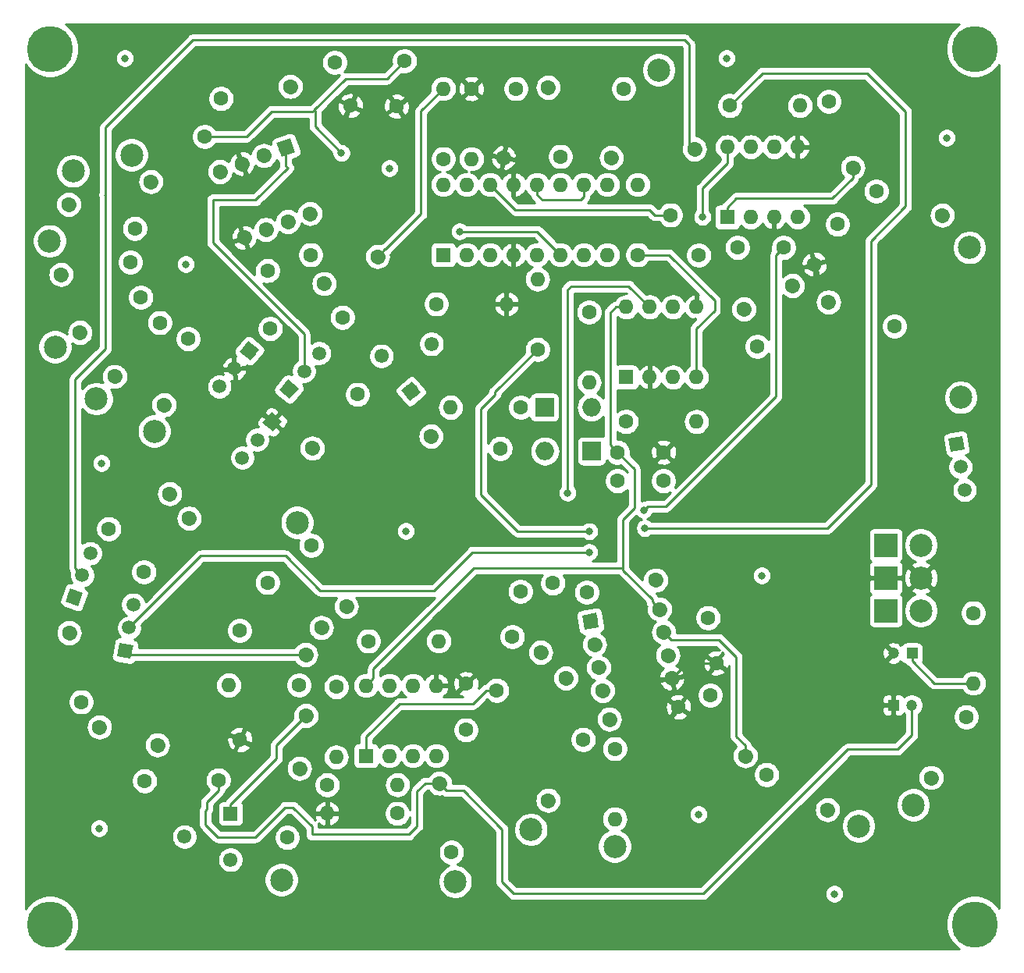
<source format=gbr>
G04 #@! TF.GenerationSoftware,KiCad,Pcbnew,(5.1.2-1)-1*
G04 #@! TF.CreationDate,2021-01-24T17:17:57-05:00*
G04 #@! TF.ProjectId,LFO - MFOS,4c464f20-2d20-44d4-964f-532e6b696361,rev?*
G04 #@! TF.SameCoordinates,Original*
G04 #@! TF.FileFunction,Copper,L1,Top*
G04 #@! TF.FilePolarity,Positive*
%FSLAX46Y46*%
G04 Gerber Fmt 4.6, Leading zero omitted, Abs format (unit mm)*
G04 Created by KiCad (PCBNEW (5.1.2-1)-1) date 2021-01-24 17:17:57*
%MOMM*%
%LPD*%
G04 APERTURE LIST*
%ADD10C,5.000000*%
%ADD11C,1.600000*%
%ADD12C,1.200000*%
%ADD13R,1.200000X1.200000*%
%ADD14R,2.000000X2.000000*%
%ADD15O,2.000000X2.000000*%
%ADD16C,2.499360*%
%ADD17C,1.500000*%
%ADD18C,0.100000*%
%ADD19O,1.600000X1.600000*%
%ADD20C,1.600000*%
%ADD21C,1.550000*%
%ADD22R,1.550000X1.550000*%
%ADD23R,1.600000X1.600000*%
%ADD24R,2.499360X2.499360*%
%ADD25C,0.800000*%
%ADD26C,0.250000*%
%ADD27C,0.254000*%
G04 APERTURE END LIST*
D10*
X15494000Y-110490000D03*
X115824000Y-110490000D03*
X115824000Y-15494000D03*
X15494000Y-15494000D03*
D11*
X90068400Y-37058600D03*
X95068400Y-37058600D03*
X39091137Y-39556101D03*
X43789600Y-37846000D03*
X82050000Y-62380000D03*
X77050000Y-62380000D03*
X66522600Y-74371200D03*
X65654359Y-79295239D03*
D12*
X107016800Y-81076800D03*
D13*
X109016800Y-81076800D03*
D12*
X108984800Y-86715600D03*
D13*
X106984800Y-86715600D03*
D14*
X74267800Y-59156400D03*
D15*
X69187800Y-59156400D03*
X74218802Y-54381400D03*
D14*
X69138802Y-54381400D03*
D16*
X15443200Y-36347400D03*
X16052800Y-47853600D03*
X20523200Y-53467000D03*
X26822400Y-56997600D03*
X24353162Y-27015534D03*
X18008600Y-28752800D03*
X115239800Y-37058600D03*
X40601900Y-105664000D03*
X42316400Y-66903600D03*
X67665600Y-100203000D03*
X76758800Y-102031800D03*
X81534000Y-17780000D03*
X109143800Y-97536000D03*
X59448700Y-105867200D03*
X103212900Y-99834700D03*
X114300000Y-53314600D03*
D17*
X24088466Y-78308688D03*
X24529533Y-75807277D03*
X23647400Y-80810100D03*
D18*
G36*
X24516242Y-80201730D02*
G01*
X24255770Y-81678942D01*
X22778558Y-81418470D01*
X23039030Y-79941258D01*
X24516242Y-80201730D01*
X24516242Y-80201730D01*
G37*
D17*
X18122900Y-75006200D03*
D18*
G36*
X19084185Y-74557946D02*
G01*
X18571154Y-75967485D01*
X17161615Y-75454454D01*
X17674646Y-74044915D01*
X19084185Y-74557946D01*
X19084185Y-74557946D01*
G37*
D17*
X19860362Y-70232561D03*
X18991631Y-72619381D03*
X43060081Y-50479847D03*
X44692761Y-48534094D03*
X41427400Y-52425600D03*
D18*
G36*
X42484024Y-52333157D02*
G01*
X41519843Y-53482224D01*
X40370776Y-52518043D01*
X41334957Y-51368976D01*
X42484024Y-52333157D01*
X42484024Y-52333157D01*
G37*
D17*
X37134800Y-48260000D03*
D18*
G36*
X36078176Y-48352443D02*
G01*
X37042357Y-47203376D01*
X38191424Y-48167557D01*
X37227243Y-49316624D01*
X36078176Y-48352443D01*
X36078176Y-48352443D01*
G37*
D17*
X33869439Y-52151506D03*
X35502119Y-50205753D03*
X39624000Y-55981600D03*
D18*
G36*
X38567376Y-56074043D02*
G01*
X39531557Y-54924976D01*
X40680624Y-55889157D01*
X39716443Y-57038224D01*
X38567376Y-56074043D01*
X38567376Y-56074043D01*
G37*
D17*
X36358639Y-59873106D03*
X37991319Y-57927353D03*
X114283866Y-60870612D03*
X114724933Y-63372023D03*
X113842800Y-58369200D03*
D18*
G36*
X113234430Y-59238042D02*
G01*
X112973958Y-57760830D01*
X114451170Y-57500358D01*
X114711642Y-58977570D01*
X113234430Y-59238042D01*
X113234430Y-59238042D01*
G37*
D19*
X65024000Y-43180000D03*
D11*
X57404000Y-43180000D03*
X99974400Y-21209000D03*
X102580593Y-28369458D03*
D20*
X102580593Y-28369458D02*
X102580593Y-28369458D01*
D19*
X73964800Y-51689000D03*
D11*
X73964800Y-44069000D03*
X25349200Y-42468800D03*
X18750086Y-46278800D03*
D20*
X18750086Y-46278800D02*
X18750086Y-46278800D01*
D11*
X22508558Y-51049259D03*
D20*
X22508558Y-51049259D02*
X22508558Y-51049259D01*
D11*
X27406600Y-45212000D03*
X30480000Y-46964600D03*
X27873807Y-54125058D03*
D20*
X27873807Y-54125058D02*
X27873807Y-54125058D01*
D11*
X32281597Y-25004814D03*
X26444338Y-29902856D03*
D20*
X26444338Y-29902856D02*
X26444338Y-29902856D01*
D11*
X56833965Y-57528601D03*
D20*
X56833965Y-57528601D02*
X56833965Y-57528601D01*
D11*
X64338200Y-58851800D03*
X66573400Y-54406800D03*
D19*
X58953400Y-54406800D03*
X96850200Y-21666200D03*
D11*
X89230200Y-21666200D03*
X85877400Y-37896800D03*
X90775442Y-43734059D03*
D20*
X90775442Y-43734059D02*
X90775442Y-43734059D01*
D11*
X24206200Y-38658800D03*
X16701965Y-39981999D03*
D20*
X16701965Y-39981999D02*
X16701965Y-39981999D01*
D11*
X17528342Y-32369607D03*
D20*
X17528342Y-32369607D02*
X17528342Y-32369607D01*
D11*
X24688800Y-34975800D03*
D19*
X68376800Y-40487600D03*
D11*
X68376800Y-48107600D03*
X25692100Y-72275700D03*
X30590142Y-66438441D03*
D20*
X30590142Y-66438441D02*
X30590142Y-66438441D01*
D11*
X28481214Y-63766700D03*
D20*
X28481214Y-63766700D02*
X28481214Y-63766700D01*
D11*
X21882100Y-67576700D03*
X34061400Y-20904200D03*
X41565635Y-19581001D03*
D20*
X41565635Y-19581001D02*
X41565635Y-19581001D01*
D11*
X43228458Y-81231893D03*
D20*
X43228458Y-81231893D02*
X43228458Y-81231893D01*
D11*
X36068000Y-78625700D03*
X18897600Y-86360000D03*
X17574401Y-78855765D03*
D20*
X17574401Y-78855765D02*
X17574401Y-78855765D01*
D11*
X44927859Y-78304042D03*
D20*
X44927859Y-78304042D02*
X44927859Y-78304042D01*
D11*
X39090600Y-73406000D03*
X27157486Y-91020900D03*
D20*
X27157486Y-91020900D02*
X27157486Y-91020900D01*
D11*
X33756600Y-94830900D03*
X105130600Y-30937200D03*
X112291058Y-33543393D03*
D20*
X112291058Y-33543393D02*
X112291058Y-33543393D01*
D11*
X42520000Y-84550000D03*
D19*
X34900000Y-84550000D03*
D11*
X25768300Y-94919800D03*
X20870258Y-89082541D03*
D20*
X20870258Y-89082541D02*
X20870258Y-89082541D01*
D11*
X92227400Y-47802800D03*
X96037400Y-41203686D03*
D20*
X96037400Y-41203686D02*
X96037400Y-41203686D01*
D11*
X85410193Y-26367542D03*
D20*
X85410193Y-26367542D02*
X85410193Y-26367542D01*
D11*
X82804000Y-33528000D03*
X36106100Y-90462100D03*
X43266558Y-87855907D03*
D20*
X43266558Y-87855907D02*
X43266558Y-87855907D01*
D11*
X78003400Y-55956200D03*
D19*
X85623400Y-55956200D03*
D11*
X53174900Y-98463100D03*
D19*
X45554900Y-98463100D03*
D11*
X39395400Y-45872400D03*
X45232659Y-40974358D03*
D20*
X45232659Y-40974358D02*
X45232659Y-40974358D01*
D11*
X51028600Y-38028686D03*
D20*
X51028600Y-38028686D02*
X51028600Y-38028686D01*
D11*
X47218600Y-44627800D03*
X71461435Y-83779501D03*
D20*
X71461435Y-83779501D02*
X71461435Y-83779501D01*
D11*
X63957200Y-85102700D03*
X45580300Y-95351600D03*
D19*
X53200300Y-95351600D03*
D11*
X61214000Y-19812000D03*
D19*
X61214000Y-27432000D03*
X46545500Y-92354400D03*
D11*
X46545500Y-84734400D03*
X68730001Y-80986435D03*
D20*
X68730001Y-80986435D02*
X68730001Y-80986435D01*
D11*
X70053200Y-73482200D03*
X42560099Y-93575065D03*
D20*
X42560099Y-93575065D02*
X42560099Y-93575065D01*
D11*
X41236900Y-101079300D03*
X50038000Y-79756000D03*
D19*
X57658000Y-79756000D03*
D11*
X43958858Y-58834359D03*
D20*
X43958858Y-58834359D02*
X43958858Y-58834359D01*
D11*
X48856900Y-52997100D03*
X66040000Y-19812000D03*
X64716801Y-27316235D03*
D20*
X64716801Y-27316235D02*
X64716801Y-27316235D01*
D11*
X83680300Y-86906100D03*
X76176065Y-88229299D03*
D20*
X76176065Y-88229299D02*
X76176065Y-88229299D01*
D19*
X58166000Y-19812000D03*
D11*
X58166000Y-27432000D03*
X73710800Y-74472800D03*
X81215035Y-73149601D03*
D20*
X81215035Y-73149601D02*
X81215035Y-73149601D01*
D11*
X69542801Y-19673765D03*
D20*
X69542801Y-19673765D02*
X69542801Y-19673765D01*
D11*
X70866000Y-27178000D03*
X47650400Y-75991914D03*
D20*
X47650400Y-75991914D02*
X47650400Y-75991914D01*
D11*
X43840400Y-69392800D03*
D19*
X76758800Y-99060000D03*
D11*
X76758800Y-91440000D03*
X69532500Y-97035814D03*
D20*
X69532500Y-97035814D02*
X69532500Y-97035814D01*
D11*
X73342500Y-90436700D03*
X90932000Y-92222514D03*
D20*
X90932000Y-92222514D02*
X90932000Y-92222514D01*
D11*
X87122000Y-85623400D03*
X79248000Y-37846000D03*
D19*
X79248000Y-30226000D03*
D11*
X76400801Y-27316235D03*
D20*
X76400801Y-27316235D02*
X76400801Y-27316235D01*
D11*
X77724000Y-19812000D03*
X93243400Y-94246700D03*
X99842514Y-98056700D03*
D20*
X99842514Y-98056700D02*
X99842514Y-98056700D01*
D11*
X114884200Y-87972900D03*
X111074200Y-94572014D03*
D20*
X111074200Y-94572014D02*
X111074200Y-94572014D01*
D11*
X57731801Y-95187965D03*
D20*
X57731801Y-95187965D02*
X57731801Y-95187965D01*
D11*
X59055000Y-102692200D03*
X99951342Y-42986807D03*
D20*
X99951342Y-42986807D02*
X99951342Y-42986807D01*
D11*
X107111800Y-45593000D03*
X115671600Y-76708000D03*
D19*
X115671600Y-84328000D03*
D21*
X56884053Y-47525151D03*
X54660800Y-52654200D03*
D18*
G36*
X55752645Y-52749724D02*
G01*
X54565276Y-53746045D01*
X53568955Y-52558676D01*
X54756324Y-51562355D01*
X55752645Y-52749724D01*
X55752645Y-52749724D01*
G37*
D21*
X51446862Y-48823978D03*
X35090100Y-103488500D03*
D22*
X35090100Y-98488500D03*
D21*
X30090100Y-100988500D03*
D23*
X58166000Y-37846000D03*
D19*
X75946000Y-30226000D03*
X60706000Y-37846000D03*
X73406000Y-30226000D03*
X63246000Y-37846000D03*
X70866000Y-30226000D03*
X65786000Y-37846000D03*
X68326000Y-30226000D03*
X68326000Y-37846000D03*
X65786000Y-30226000D03*
X70866000Y-37846000D03*
X63246000Y-30226000D03*
X73406000Y-37846000D03*
X60706000Y-30226000D03*
X75946000Y-37846000D03*
X58166000Y-30226000D03*
X88976200Y-26136600D03*
X96596200Y-33756600D03*
X91516200Y-26136600D03*
X94056200Y-33756600D03*
X94056200Y-26136600D03*
X91516200Y-33756600D03*
X96596200Y-26136600D03*
D23*
X88976200Y-33756600D03*
X78003400Y-51130200D03*
D19*
X85623400Y-43510200D03*
X80543400Y-51130200D03*
X83083400Y-43510200D03*
X83083400Y-51130200D03*
X80543400Y-43510200D03*
X85623400Y-51130200D03*
X78003400Y-43510200D03*
D11*
X41097200Y-26212800D03*
D18*
G36*
X40071830Y-25734662D02*
G01*
X41575338Y-25187430D01*
X42122570Y-26690938D01*
X40619062Y-27238170D01*
X40071830Y-25734662D01*
X40071830Y-25734662D01*
G37*
D11*
X36542936Y-35979451D03*
D20*
X36542936Y-35979451D02*
X36542936Y-35979451D01*
D11*
X38710381Y-27081531D03*
D20*
X38710381Y-27081531D02*
X38710381Y-27081531D01*
D11*
X38929755Y-35110720D03*
D20*
X38929755Y-35110720D02*
X38929755Y-35110720D01*
D11*
X36323561Y-27950262D03*
D20*
X36323561Y-27950262D02*
X36323561Y-27950262D01*
D11*
X41316574Y-34241989D03*
D20*
X41316574Y-34241989D02*
X41316574Y-34241989D01*
D11*
X33936742Y-28818993D03*
D20*
X33936742Y-28818993D02*
X33936742Y-28818993D01*
D11*
X43703393Y-33373258D03*
D20*
X43703393Y-33373258D02*
X43703393Y-33373258D01*
D19*
X49784000Y-84582000D03*
X57404000Y-92202000D03*
X52324000Y-84582000D03*
X54864000Y-92202000D03*
X54864000Y-84582000D03*
X52324000Y-92202000D03*
X57404000Y-84582000D03*
D23*
X49784000Y-92202000D03*
D11*
X74129900Y-77622400D03*
D18*
G36*
X73480972Y-78549165D02*
G01*
X73203135Y-76973472D01*
X74778828Y-76695635D01*
X75056665Y-78271328D01*
X73480972Y-78549165D01*
X73480972Y-78549165D01*
G37*
D11*
X82957334Y-83803436D03*
D20*
X82957334Y-83803436D02*
X82957334Y-83803436D01*
D11*
X74570966Y-80123812D03*
D20*
X74570966Y-80123812D02*
X74570966Y-80123812D01*
D11*
X82516268Y-81302024D03*
D20*
X82516268Y-81302024D02*
X82516268Y-81302024D01*
D11*
X75012033Y-82625223D03*
D20*
X75012033Y-82625223D02*
X75012033Y-82625223D01*
D11*
X82075201Y-78800613D03*
D20*
X82075201Y-78800613D02*
X82075201Y-78800613D01*
D11*
X75453099Y-85126635D03*
D20*
X75453099Y-85126635D02*
X75453099Y-85126635D01*
D11*
X81634135Y-76299201D03*
D20*
X81634135Y-76299201D02*
X81634135Y-76299201D01*
D24*
X106172000Y-76454000D03*
D16*
X109982000Y-76454000D03*
X109982000Y-72898000D03*
D24*
X106172000Y-72898000D03*
X106172000Y-69342000D03*
D16*
X109982000Y-69342000D03*
D11*
X77063600Y-59270900D03*
X82063600Y-59270900D03*
X100925000Y-34531873D03*
X98425000Y-38862000D03*
X48090501Y-21665663D03*
X46380400Y-16967200D03*
X53086000Y-21742400D03*
X53954241Y-16818361D03*
X86893400Y-77228700D03*
X87761641Y-82152739D03*
X60629800Y-89404200D03*
X60629800Y-84404200D03*
D25*
X112776000Y-25146000D03*
X92710000Y-72644000D03*
X54102000Y-67818000D03*
X20828000Y-100076000D03*
X85852000Y-98552000D03*
X100584000Y-107188000D03*
X30226000Y-38862000D03*
X52324000Y-28448000D03*
X23622000Y-16510000D03*
X21082000Y-60452000D03*
X88900000Y-16510000D03*
X73990200Y-67856100D03*
X79921100Y-65544700D03*
X86258400Y-33718500D03*
X66167000Y-90131900D03*
X78143100Y-77622400D03*
X97790000Y-66040000D03*
X59931300Y-35306000D03*
X47117000Y-26797000D03*
X73990200Y-70116700D03*
X80035400Y-67513200D03*
X71640700Y-63677800D03*
D26*
X102580593Y-29500828D02*
X100356821Y-31724600D01*
X102580593Y-28369458D02*
X102580593Y-29500828D01*
X89958200Y-31724600D02*
X88976200Y-32706600D01*
X88976200Y-32706600D02*
X88976200Y-33756600D01*
X100356821Y-31724600D02*
X89958200Y-31724600D01*
X18241632Y-71869382D02*
X18241632Y-51341668D01*
X18991631Y-72619381D02*
X18241632Y-71869382D01*
X18241632Y-51341668D02*
X21513800Y-48069500D01*
X21513800Y-48069500D02*
X21513800Y-31419800D01*
X21513800Y-31419800D02*
X21437600Y-31343600D01*
X21513800Y-31419800D02*
X21513800Y-24028400D01*
X21513800Y-24028400D02*
X31026100Y-14516100D01*
X31026100Y-14516100D02*
X84315300Y-14516100D01*
X84851393Y-15052193D02*
X84851393Y-26367542D01*
X84315300Y-14516100D02*
X84851393Y-15052193D01*
X94268401Y-37858599D02*
X94268401Y-38129099D01*
X95068400Y-37058600D02*
X94268401Y-37858599D01*
X94268401Y-38129099D02*
X94221300Y-38176200D01*
X94221300Y-38176200D02*
X94221300Y-47473902D01*
X68376800Y-48107600D02*
X63766700Y-52717700D01*
X63766700Y-52717700D02*
X63766700Y-53022500D01*
X63766700Y-53022500D02*
X62255400Y-54533800D01*
X62255400Y-54533800D02*
X62255400Y-63893700D01*
X62255400Y-63893700D02*
X66217800Y-67856100D01*
X66217800Y-67856100D02*
X73990200Y-67856100D01*
X73990200Y-67856100D02*
X73990200Y-67856100D01*
X80321099Y-65144701D02*
X82327699Y-65144701D01*
X79921100Y-65544700D02*
X80321099Y-65144701D01*
X94221300Y-53251100D02*
X94221300Y-48260000D01*
X82327699Y-65144701D02*
X94221300Y-53251100D01*
X94221300Y-48260000D02*
X94221300Y-48628300D01*
X94221300Y-47473902D02*
X94221300Y-48260000D01*
X111418000Y-84328000D02*
X109016800Y-81926800D01*
X109016800Y-81926800D02*
X109016800Y-81076800D01*
X115671600Y-84328000D02*
X111418000Y-84328000D01*
X76872030Y-43510200D02*
X78003400Y-43510200D01*
X76263601Y-44118629D02*
X76872030Y-43510200D01*
X76263601Y-58470901D02*
X76263601Y-44118629D01*
X77063600Y-59270900D02*
X76263601Y-58470901D01*
X51828599Y-37228687D02*
X51938013Y-37228687D01*
X51028600Y-38028686D02*
X51828599Y-37228687D01*
X51938013Y-37228687D02*
X55740300Y-33426400D01*
X55740300Y-22237700D02*
X58166000Y-19812000D01*
X55740300Y-33426400D02*
X55740300Y-22237700D01*
X80834136Y-75499202D02*
X80834136Y-75246136D01*
X81634135Y-76299201D02*
X80834136Y-75499202D01*
X80834136Y-75246136D02*
X77660500Y-72072500D01*
X77660500Y-66548000D02*
X78879700Y-65328800D01*
X78879700Y-61087000D02*
X77063600Y-59270900D01*
X78879700Y-65328800D02*
X78879700Y-61087000D01*
X50583999Y-83782001D02*
X50583999Y-82740601D01*
X49784000Y-84582000D02*
X50583999Y-83782001D01*
X61468000Y-71856600D02*
X77660500Y-71856600D01*
X77660500Y-71856600D02*
X77660500Y-66548000D01*
X50583999Y-82740601D02*
X61468000Y-71856600D01*
X77660500Y-72072500D02*
X77660500Y-71856600D01*
X86258400Y-33718500D02*
X86258400Y-30632400D01*
X88976200Y-27914600D02*
X88976200Y-26136600D01*
X86258400Y-30632400D02*
X88976200Y-27914600D01*
X84608031Y-82152739D02*
X87761641Y-82152739D01*
X82957334Y-83803436D02*
X84608031Y-82152739D01*
X66167000Y-90131900D02*
X66167000Y-83350100D01*
X66167000Y-83350100D02*
X65773300Y-82956400D01*
X62077600Y-82956400D02*
X60629800Y-84404200D01*
X65773300Y-82956400D02*
X62077600Y-82956400D01*
X82880301Y-87706099D02*
X82880301Y-88696699D01*
X83680300Y-86906100D02*
X82880301Y-87706099D01*
X82880301Y-88696699D02*
X78676500Y-92900500D01*
X68935600Y-92900500D02*
X66167000Y-90131900D01*
X78676500Y-92900500D02*
X68935600Y-92900500D01*
X82957334Y-83803436D02*
X82957334Y-83408092D01*
X78143100Y-77622400D02*
X78143100Y-77622400D01*
X98425000Y-38862000D02*
X98425000Y-41846500D01*
X98425000Y-41846500D02*
X97790000Y-42481500D01*
X97790000Y-42481500D02*
X97790000Y-63957200D01*
X97700560Y-64046640D02*
X97700560Y-65926240D01*
X97790000Y-63957200D02*
X97700560Y-64046640D01*
X78143100Y-82207100D02*
X78143100Y-78320900D01*
X79739436Y-83803436D02*
X78143100Y-82207100D01*
X78143100Y-78320900D02*
X78143100Y-77622400D01*
X82957334Y-83803436D02*
X79739436Y-83803436D01*
X78143100Y-78593858D02*
X78143100Y-78320900D01*
X32281597Y-25004814D02*
X36818786Y-25004814D01*
X36818786Y-25004814D02*
X39547800Y-22275800D01*
X39547800Y-22275800D02*
X44018200Y-22275800D01*
X52052802Y-18719800D02*
X53954241Y-16818361D01*
X47574200Y-18719800D02*
X52052802Y-18719800D01*
X33756600Y-95962270D02*
X32486600Y-97232270D01*
X33756600Y-94830900D02*
X33756600Y-95962270D01*
X32486600Y-98020002D02*
X32359600Y-98147002D01*
X32486600Y-97232270D02*
X32486600Y-98020002D01*
X32359600Y-98147002D02*
X32359600Y-99669600D01*
X32359600Y-99669600D02*
X33705800Y-101015800D01*
X33705800Y-101015800D02*
X37795200Y-101015800D01*
X37795200Y-101015800D02*
X41008300Y-97802700D01*
X41008300Y-97802700D02*
X41859200Y-97802700D01*
X41859200Y-97802700D02*
X43903900Y-99847400D01*
X43903900Y-99847400D02*
X43903900Y-100736400D01*
X43903900Y-100736400D02*
X43916600Y-100749100D01*
X43916600Y-100749100D02*
X54406800Y-100749100D01*
X54406800Y-100749100D02*
X55321200Y-99834700D01*
X55321200Y-99834700D02*
X55321200Y-96062800D01*
X56196035Y-95187965D02*
X57731801Y-95187965D01*
X55321200Y-96062800D02*
X56196035Y-95187965D01*
X108984800Y-89960700D02*
X108984800Y-86715600D01*
X107442000Y-91503500D02*
X108984800Y-89960700D01*
X102031800Y-91503500D02*
X107442000Y-91503500D01*
X86372700Y-107162600D02*
X102031800Y-91503500D01*
X65798700Y-107162600D02*
X86372700Y-107162600D01*
X64541400Y-105905300D02*
X65798700Y-107162600D01*
X64541400Y-100164900D02*
X64541400Y-105905300D01*
X60364464Y-95987964D02*
X64541400Y-100164900D01*
X58531800Y-95987964D02*
X60364464Y-95987964D01*
X57731801Y-95187965D02*
X58531800Y-95987964D01*
X70866000Y-37846000D02*
X68326000Y-35306000D01*
X68326000Y-35306000D02*
X59931300Y-35306000D01*
X59931300Y-35306000D02*
X59931300Y-35306000D01*
X47117000Y-26797000D02*
X44246800Y-23926800D01*
X44246800Y-22250400D02*
X44145200Y-22148800D01*
X44246800Y-23926800D02*
X44246800Y-22250400D01*
X44145200Y-22148800D02*
X47574200Y-18719800D01*
X44018200Y-22275800D02*
X44145200Y-22148800D01*
X85623400Y-51130200D02*
X85623400Y-45834300D01*
X85623400Y-45834300D02*
X87591900Y-43865800D01*
X87591900Y-43865800D02*
X87591900Y-42824400D01*
X82613500Y-37846000D02*
X78994000Y-37846000D01*
X87591900Y-42824400D02*
X82613500Y-37846000D01*
X31879353Y-70517801D02*
X41041101Y-70517801D01*
X24088466Y-78308688D02*
X31879353Y-70517801D01*
X41041101Y-70517801D02*
X44780200Y-74256900D01*
X44780200Y-74256900D02*
X57188100Y-74256900D01*
X57188100Y-74256900D02*
X61328300Y-70116700D01*
X61328300Y-70116700D02*
X73990200Y-70116700D01*
X73990200Y-70116700D02*
X73990200Y-70116700D01*
X92760800Y-18135600D02*
X89230200Y-21666200D01*
X104140000Y-18135600D02*
X92760800Y-18135600D01*
X99834700Y-67513200D02*
X104559100Y-62788800D01*
X108318300Y-32575500D02*
X108318300Y-22313900D01*
X104559100Y-36334700D02*
X108318300Y-32575500D01*
X108318300Y-22313900D02*
X104140000Y-18135600D01*
X104559100Y-62788800D02*
X104559100Y-36334700D01*
X80035400Y-67513200D02*
X99834700Y-67513200D01*
X24069193Y-81231893D02*
X23647400Y-80810100D01*
X43228458Y-81231893D02*
X24069193Y-81231893D01*
X43060081Y-50479847D02*
X43060081Y-46412881D01*
X43060081Y-46412881D02*
X33172400Y-36525200D01*
X33172400Y-36525200D02*
X33172400Y-31902400D01*
X37795200Y-31902400D02*
X41300400Y-28397200D01*
X33172400Y-31902400D02*
X37795200Y-31902400D01*
X41097200Y-28194000D02*
X41097200Y-26212800D01*
X41300400Y-28397200D02*
X41097200Y-28194000D01*
X71640700Y-63677800D02*
X71640700Y-41617900D01*
X71640700Y-41617900D02*
X72021700Y-41236900D01*
X78270100Y-41236900D02*
X80543400Y-43510200D01*
X72021700Y-41236900D02*
X78270100Y-41236900D01*
X35090100Y-97463500D02*
X40068500Y-92485100D01*
X35090100Y-98488500D02*
X35090100Y-97463500D01*
X40068500Y-91053965D02*
X43266558Y-87855907D01*
X40068500Y-92485100D02*
X40068500Y-91053965D01*
X81113830Y-33528000D02*
X80555030Y-32969200D01*
X82245200Y-33528000D02*
X81113830Y-33528000D01*
X65989200Y-32969200D02*
X63246000Y-30226000D01*
X80555030Y-32969200D02*
X65989200Y-32969200D01*
X62825830Y-85102700D02*
X61378030Y-86550500D01*
X63957200Y-85102700D02*
X62825830Y-85102700D01*
X61378030Y-86550500D02*
X53390800Y-86550500D01*
X49784000Y-90157300D02*
X49784000Y-92202000D01*
X53390800Y-86550500D02*
X49784000Y-90157300D01*
X68326000Y-31357370D02*
X68884800Y-31916170D01*
X68326000Y-30226000D02*
X68326000Y-31357370D01*
X68884800Y-31916170D02*
X73049330Y-31916170D01*
X73406000Y-31559500D02*
X73406000Y-30226000D01*
X73049330Y-31916170D02*
X73406000Y-31559500D01*
X90932000Y-91091144D02*
X89941400Y-90100544D01*
X90932000Y-92222514D02*
X90932000Y-91091144D01*
X89941400Y-90100544D02*
X89941400Y-81495900D01*
X89941400Y-81495900D02*
X88049100Y-79603600D01*
X82878188Y-79603600D02*
X82075201Y-78800613D01*
X88049100Y-79603600D02*
X82878188Y-79603600D01*
D27*
G36*
X113825554Y-13058886D02*
G01*
X113388886Y-13495554D01*
X113045799Y-14009021D01*
X112809476Y-14579554D01*
X112689000Y-15185229D01*
X112689000Y-15802771D01*
X112809476Y-16408446D01*
X113045799Y-16978979D01*
X113388886Y-17492446D01*
X113825554Y-17929114D01*
X114339021Y-18272201D01*
X114909554Y-18508524D01*
X115515229Y-18629000D01*
X116132771Y-18629000D01*
X116738446Y-18508524D01*
X117308979Y-18272201D01*
X117822446Y-17929114D01*
X118259114Y-17492446D01*
X118440001Y-17221729D01*
X118440000Y-108762270D01*
X118259114Y-108491554D01*
X117822446Y-108054886D01*
X117308979Y-107711799D01*
X116738446Y-107475476D01*
X116132771Y-107355000D01*
X115515229Y-107355000D01*
X114909554Y-107475476D01*
X114339021Y-107711799D01*
X113825554Y-108054886D01*
X113388886Y-108491554D01*
X113045799Y-109005021D01*
X112809476Y-109575554D01*
X112689000Y-110181229D01*
X112689000Y-110798771D01*
X112809476Y-111404446D01*
X113045799Y-111974979D01*
X113388886Y-112488446D01*
X113825554Y-112925114D01*
X114146462Y-113139538D01*
X17185112Y-113130467D01*
X17492446Y-112925114D01*
X17929114Y-112488446D01*
X18272201Y-111974979D01*
X18508524Y-111404446D01*
X18629000Y-110798771D01*
X18629000Y-110181229D01*
X18508524Y-109575554D01*
X18272201Y-109005021D01*
X17929114Y-108491554D01*
X17492446Y-108054886D01*
X16978979Y-107711799D01*
X16408446Y-107475476D01*
X15802771Y-107355000D01*
X15185229Y-107355000D01*
X14579554Y-107475476D01*
X14009021Y-107711799D01*
X13495554Y-108054886D01*
X13058886Y-108491554D01*
X12852000Y-108801181D01*
X12852000Y-105478375D01*
X38717220Y-105478375D01*
X38717220Y-105849625D01*
X38789647Y-106213741D01*
X38931718Y-106556731D01*
X39137974Y-106865413D01*
X39400487Y-107127926D01*
X39709169Y-107334182D01*
X40052159Y-107476253D01*
X40416275Y-107548680D01*
X40787525Y-107548680D01*
X41151641Y-107476253D01*
X41494631Y-107334182D01*
X41803313Y-107127926D01*
X42065826Y-106865413D01*
X42272082Y-106556731D01*
X42414153Y-106213741D01*
X42486580Y-105849625D01*
X42486580Y-105681575D01*
X57564020Y-105681575D01*
X57564020Y-106052825D01*
X57636447Y-106416941D01*
X57778518Y-106759931D01*
X57984774Y-107068613D01*
X58247287Y-107331126D01*
X58555969Y-107537382D01*
X58898959Y-107679453D01*
X59263075Y-107751880D01*
X59634325Y-107751880D01*
X59998441Y-107679453D01*
X60341431Y-107537382D01*
X60650113Y-107331126D01*
X60912626Y-107068613D01*
X61118882Y-106759931D01*
X61260953Y-106416941D01*
X61333380Y-106052825D01*
X61333380Y-105681575D01*
X61260953Y-105317459D01*
X61118882Y-104974469D01*
X60912626Y-104665787D01*
X60650113Y-104403274D01*
X60341431Y-104197018D01*
X59998441Y-104054947D01*
X59671753Y-103989965D01*
X59734727Y-103963880D01*
X59969759Y-103806837D01*
X60169637Y-103606959D01*
X60326680Y-103371927D01*
X60434853Y-103110774D01*
X60490000Y-102833535D01*
X60490000Y-102550865D01*
X60434853Y-102273626D01*
X60326680Y-102012473D01*
X60169637Y-101777441D01*
X59969759Y-101577563D01*
X59734727Y-101420520D01*
X59473574Y-101312347D01*
X59196335Y-101257200D01*
X58913665Y-101257200D01*
X58636426Y-101312347D01*
X58375273Y-101420520D01*
X58140241Y-101577563D01*
X57940363Y-101777441D01*
X57783320Y-102012473D01*
X57675147Y-102273626D01*
X57620000Y-102550865D01*
X57620000Y-102833535D01*
X57675147Y-103110774D01*
X57783320Y-103371927D01*
X57940363Y-103606959D01*
X58140241Y-103806837D01*
X58375273Y-103963880D01*
X58636426Y-104072053D01*
X58785887Y-104101783D01*
X58555969Y-104197018D01*
X58247287Y-104403274D01*
X57984774Y-104665787D01*
X57778518Y-104974469D01*
X57636447Y-105317459D01*
X57564020Y-105681575D01*
X42486580Y-105681575D01*
X42486580Y-105478375D01*
X42414153Y-105114259D01*
X42272082Y-104771269D01*
X42065826Y-104462587D01*
X41803313Y-104200074D01*
X41494631Y-103993818D01*
X41151641Y-103851747D01*
X40787525Y-103779320D01*
X40416275Y-103779320D01*
X40052159Y-103851747D01*
X39709169Y-103993818D01*
X39400487Y-104200074D01*
X39137974Y-104462587D01*
X38931718Y-104771269D01*
X38789647Y-105114259D01*
X38717220Y-105478375D01*
X12852000Y-105478375D01*
X12852000Y-103349627D01*
X33680100Y-103349627D01*
X33680100Y-103627373D01*
X33734286Y-103899782D01*
X33840575Y-104156385D01*
X33994882Y-104387322D01*
X34191278Y-104583718D01*
X34422215Y-104738025D01*
X34678818Y-104844314D01*
X34951227Y-104898500D01*
X35228973Y-104898500D01*
X35501382Y-104844314D01*
X35757985Y-104738025D01*
X35988922Y-104583718D01*
X36185318Y-104387322D01*
X36339625Y-104156385D01*
X36445914Y-103899782D01*
X36500100Y-103627373D01*
X36500100Y-103349627D01*
X36445914Y-103077218D01*
X36339625Y-102820615D01*
X36185318Y-102589678D01*
X35988922Y-102393282D01*
X35757985Y-102238975D01*
X35501382Y-102132686D01*
X35228973Y-102078500D01*
X34951227Y-102078500D01*
X34678818Y-102132686D01*
X34422215Y-102238975D01*
X34191278Y-102393282D01*
X33994882Y-102589678D01*
X33840575Y-102820615D01*
X33734286Y-103077218D01*
X33680100Y-103349627D01*
X12852000Y-103349627D01*
X12852000Y-99974061D01*
X19793000Y-99974061D01*
X19793000Y-100177939D01*
X19832774Y-100377898D01*
X19910795Y-100566256D01*
X20024063Y-100735774D01*
X20168226Y-100879937D01*
X20337744Y-100993205D01*
X20526102Y-101071226D01*
X20726061Y-101111000D01*
X20929939Y-101111000D01*
X21129898Y-101071226D01*
X21318256Y-100993205D01*
X21487774Y-100879937D01*
X21518084Y-100849627D01*
X28680100Y-100849627D01*
X28680100Y-101127373D01*
X28734286Y-101399782D01*
X28840575Y-101656385D01*
X28994882Y-101887322D01*
X29191278Y-102083718D01*
X29422215Y-102238025D01*
X29678818Y-102344314D01*
X29951227Y-102398500D01*
X30228973Y-102398500D01*
X30501382Y-102344314D01*
X30757985Y-102238025D01*
X30988922Y-102083718D01*
X31185318Y-101887322D01*
X31339625Y-101656385D01*
X31445914Y-101399782D01*
X31500100Y-101127373D01*
X31500100Y-100849627D01*
X31445914Y-100577218D01*
X31339625Y-100320615D01*
X31185318Y-100089678D01*
X30988922Y-99893282D01*
X30757985Y-99738975D01*
X30501382Y-99632686D01*
X30228973Y-99578500D01*
X29951227Y-99578500D01*
X29678818Y-99632686D01*
X29422215Y-99738975D01*
X29191278Y-99893282D01*
X28994882Y-100089678D01*
X28840575Y-100320615D01*
X28734286Y-100577218D01*
X28680100Y-100849627D01*
X21518084Y-100849627D01*
X21631937Y-100735774D01*
X21745205Y-100566256D01*
X21823226Y-100377898D01*
X21863000Y-100177939D01*
X21863000Y-99974061D01*
X21823226Y-99774102D01*
X21745205Y-99585744D01*
X21631937Y-99416226D01*
X21487774Y-99272063D01*
X21318256Y-99158795D01*
X21129898Y-99080774D01*
X20929939Y-99041000D01*
X20726061Y-99041000D01*
X20526102Y-99080774D01*
X20337744Y-99158795D01*
X20168226Y-99272063D01*
X20024063Y-99416226D01*
X19910795Y-99585744D01*
X19832774Y-99774102D01*
X19793000Y-99974061D01*
X12852000Y-99974061D01*
X12852000Y-98147002D01*
X31595924Y-98147002D01*
X31599600Y-98184325D01*
X31599601Y-99632268D01*
X31595924Y-99669600D01*
X31599601Y-99706933D01*
X31604845Y-99760170D01*
X31610598Y-99818585D01*
X31654054Y-99961846D01*
X31724626Y-100093876D01*
X31752276Y-100127567D01*
X31819600Y-100209601D01*
X31848598Y-100233399D01*
X33142001Y-101526803D01*
X33165799Y-101555801D01*
X33281524Y-101650774D01*
X33413553Y-101721346D01*
X33556814Y-101764803D01*
X33668467Y-101775800D01*
X33668476Y-101775800D01*
X33705799Y-101779476D01*
X33743122Y-101775800D01*
X37757878Y-101775800D01*
X37795200Y-101779476D01*
X37832522Y-101775800D01*
X37832533Y-101775800D01*
X37944186Y-101764803D01*
X38087447Y-101721346D01*
X38219476Y-101650774D01*
X38335201Y-101555801D01*
X38359004Y-101526797D01*
X38947836Y-100937965D01*
X39801900Y-100937965D01*
X39801900Y-101220635D01*
X39857047Y-101497874D01*
X39965220Y-101759027D01*
X40122263Y-101994059D01*
X40322141Y-102193937D01*
X40557173Y-102350980D01*
X40818326Y-102459153D01*
X41095565Y-102514300D01*
X41378235Y-102514300D01*
X41655474Y-102459153D01*
X41916627Y-102350980D01*
X42151659Y-102193937D01*
X42351537Y-101994059D01*
X42508580Y-101759027D01*
X42616753Y-101497874D01*
X42671900Y-101220635D01*
X42671900Y-100937965D01*
X42616753Y-100660726D01*
X42508580Y-100399573D01*
X42351537Y-100164541D01*
X42151659Y-99964663D01*
X41916627Y-99807620D01*
X41655474Y-99699447D01*
X41378235Y-99644300D01*
X41095565Y-99644300D01*
X40818326Y-99699447D01*
X40557173Y-99807620D01*
X40322141Y-99964663D01*
X40122263Y-100164541D01*
X39965220Y-100399573D01*
X39857047Y-100660726D01*
X39801900Y-100937965D01*
X38947836Y-100937965D01*
X41323102Y-98562700D01*
X41544399Y-98562700D01*
X43143900Y-100162203D01*
X43143900Y-100699078D01*
X43140224Y-100736400D01*
X43143900Y-100773722D01*
X43143900Y-100773733D01*
X43154898Y-100885386D01*
X43163548Y-100913903D01*
X43198354Y-101028646D01*
X43268926Y-101160676D01*
X43318134Y-101220635D01*
X43363900Y-101276401D01*
X43370872Y-101282123D01*
X43376599Y-101289101D01*
X43492324Y-101384074D01*
X43624353Y-101454646D01*
X43767614Y-101498103D01*
X43879267Y-101509100D01*
X43916600Y-101512777D01*
X43953933Y-101509100D01*
X54369478Y-101509100D01*
X54406800Y-101512776D01*
X54444122Y-101509100D01*
X54444133Y-101509100D01*
X54555786Y-101498103D01*
X54699047Y-101454646D01*
X54831076Y-101384074D01*
X54946801Y-101289101D01*
X54970603Y-101260098D01*
X55832204Y-100398498D01*
X55861201Y-100374701D01*
X55912557Y-100312124D01*
X55956174Y-100258977D01*
X56026746Y-100126947D01*
X56030635Y-100114126D01*
X56070203Y-99983686D01*
X56081200Y-99872033D01*
X56081200Y-99872023D01*
X56084876Y-99834700D01*
X56081200Y-99797377D01*
X56081200Y-96377601D01*
X56510837Y-95947965D01*
X56510900Y-95947965D01*
X56532869Y-95989066D01*
X56712193Y-96207573D01*
X56930700Y-96386897D01*
X57179993Y-96520147D01*
X57450492Y-96602201D01*
X57661309Y-96622965D01*
X57802293Y-96622965D01*
X58013110Y-96602201D01*
X58063595Y-96586887D01*
X58076216Y-96597244D01*
X58107524Y-96622938D01*
X58239553Y-96693510D01*
X58382814Y-96736967D01*
X58494467Y-96747964D01*
X58494476Y-96747964D01*
X58531799Y-96751640D01*
X58569122Y-96747964D01*
X60049663Y-96747964D01*
X63781400Y-100479702D01*
X63781401Y-105867968D01*
X63777724Y-105905300D01*
X63792398Y-106054285D01*
X63835854Y-106197546D01*
X63906426Y-106329576D01*
X63951143Y-106384063D01*
X64001400Y-106445301D01*
X64030398Y-106469099D01*
X65234901Y-107673603D01*
X65258699Y-107702601D01*
X65374424Y-107797574D01*
X65506453Y-107868146D01*
X65649714Y-107911603D01*
X65761367Y-107922600D01*
X65761375Y-107922600D01*
X65798700Y-107926276D01*
X65836025Y-107922600D01*
X86335378Y-107922600D01*
X86372700Y-107926276D01*
X86410022Y-107922600D01*
X86410033Y-107922600D01*
X86521686Y-107911603D01*
X86664947Y-107868146D01*
X86796976Y-107797574D01*
X86912701Y-107702601D01*
X86936504Y-107673597D01*
X87524040Y-107086061D01*
X99549000Y-107086061D01*
X99549000Y-107289939D01*
X99588774Y-107489898D01*
X99666795Y-107678256D01*
X99780063Y-107847774D01*
X99924226Y-107991937D01*
X100093744Y-108105205D01*
X100282102Y-108183226D01*
X100482061Y-108223000D01*
X100685939Y-108223000D01*
X100885898Y-108183226D01*
X101074256Y-108105205D01*
X101243774Y-107991937D01*
X101387937Y-107847774D01*
X101501205Y-107678256D01*
X101579226Y-107489898D01*
X101619000Y-107289939D01*
X101619000Y-107086061D01*
X101579226Y-106886102D01*
X101501205Y-106697744D01*
X101387937Y-106528226D01*
X101243774Y-106384063D01*
X101074256Y-106270795D01*
X100885898Y-106192774D01*
X100685939Y-106153000D01*
X100482061Y-106153000D01*
X100282102Y-106192774D01*
X100093744Y-106270795D01*
X99924226Y-106384063D01*
X99780063Y-106528226D01*
X99666795Y-106697744D01*
X99588774Y-106886102D01*
X99549000Y-107086061D01*
X87524040Y-107086061D01*
X94961026Y-99649075D01*
X101328220Y-99649075D01*
X101328220Y-100020325D01*
X101400647Y-100384441D01*
X101542718Y-100727431D01*
X101748974Y-101036113D01*
X102011487Y-101298626D01*
X102320169Y-101504882D01*
X102663159Y-101646953D01*
X103027275Y-101719380D01*
X103398525Y-101719380D01*
X103762641Y-101646953D01*
X104105631Y-101504882D01*
X104414313Y-101298626D01*
X104676826Y-101036113D01*
X104883082Y-100727431D01*
X105025153Y-100384441D01*
X105097580Y-100020325D01*
X105097580Y-99649075D01*
X105025153Y-99284959D01*
X104883082Y-98941969D01*
X104676826Y-98633287D01*
X104414313Y-98370774D01*
X104105631Y-98164518D01*
X103762641Y-98022447D01*
X103398525Y-97950020D01*
X103027275Y-97950020D01*
X102663159Y-98022447D01*
X102320169Y-98164518D01*
X102011487Y-98370774D01*
X101748974Y-98633287D01*
X101542718Y-98941969D01*
X101400647Y-99284959D01*
X101328220Y-99649075D01*
X94961026Y-99649075D01*
X96553401Y-98056700D01*
X98400571Y-98056700D01*
X98428278Y-98338009D01*
X98510332Y-98608508D01*
X98643582Y-98857801D01*
X98822906Y-99076308D01*
X99041413Y-99255632D01*
X99290706Y-99388882D01*
X99561205Y-99470936D01*
X99772022Y-99491700D01*
X99913006Y-99491700D01*
X100123823Y-99470936D01*
X100394322Y-99388882D01*
X100643615Y-99255632D01*
X100862122Y-99076308D01*
X101041446Y-98857801D01*
X101174696Y-98608508D01*
X101256750Y-98338009D01*
X101284457Y-98056700D01*
X101256750Y-97775391D01*
X101174696Y-97504892D01*
X101092105Y-97350375D01*
X107259120Y-97350375D01*
X107259120Y-97721625D01*
X107331547Y-98085741D01*
X107473618Y-98428731D01*
X107679874Y-98737413D01*
X107942387Y-98999926D01*
X108251069Y-99206182D01*
X108594059Y-99348253D01*
X108958175Y-99420680D01*
X109329425Y-99420680D01*
X109693541Y-99348253D01*
X110036531Y-99206182D01*
X110345213Y-98999926D01*
X110607726Y-98737413D01*
X110813982Y-98428731D01*
X110956053Y-98085741D01*
X111028480Y-97721625D01*
X111028480Y-97350375D01*
X110956053Y-96986259D01*
X110813982Y-96643269D01*
X110607726Y-96334587D01*
X110345213Y-96072074D01*
X110036531Y-95865818D01*
X109693541Y-95723747D01*
X109329425Y-95651320D01*
X108958175Y-95651320D01*
X108594059Y-95723747D01*
X108251069Y-95865818D01*
X107942387Y-96072074D01*
X107679874Y-96334587D01*
X107473618Y-96643269D01*
X107331547Y-96986259D01*
X107259120Y-97350375D01*
X101092105Y-97350375D01*
X101041446Y-97255599D01*
X100862122Y-97037092D01*
X100643615Y-96857768D01*
X100394322Y-96724518D01*
X100123823Y-96642464D01*
X99913006Y-96621700D01*
X99772022Y-96621700D01*
X99561205Y-96642464D01*
X99290706Y-96724518D01*
X99041413Y-96857768D01*
X98822906Y-97037092D01*
X98643582Y-97255599D01*
X98510332Y-97504892D01*
X98428278Y-97775391D01*
X98400571Y-98056700D01*
X96553401Y-98056700D01*
X100038087Y-94572014D01*
X109632257Y-94572014D01*
X109659964Y-94853323D01*
X109742018Y-95123822D01*
X109875268Y-95373115D01*
X110054592Y-95591622D01*
X110273099Y-95770946D01*
X110522392Y-95904196D01*
X110792891Y-95986250D01*
X111003708Y-96007014D01*
X111144692Y-96007014D01*
X111355509Y-95986250D01*
X111626008Y-95904196D01*
X111875301Y-95770946D01*
X112093808Y-95591622D01*
X112273132Y-95373115D01*
X112406382Y-95123822D01*
X112488436Y-94853323D01*
X112516143Y-94572014D01*
X112488436Y-94290705D01*
X112406382Y-94020206D01*
X112273132Y-93770913D01*
X112093808Y-93552406D01*
X111875301Y-93373082D01*
X111626008Y-93239832D01*
X111355509Y-93157778D01*
X111144692Y-93137014D01*
X111003708Y-93137014D01*
X110792891Y-93157778D01*
X110522392Y-93239832D01*
X110273099Y-93373082D01*
X110054592Y-93552406D01*
X109875268Y-93770913D01*
X109742018Y-94020206D01*
X109659964Y-94290705D01*
X109632257Y-94572014D01*
X100038087Y-94572014D01*
X102346602Y-92263500D01*
X107404678Y-92263500D01*
X107442000Y-92267176D01*
X107479322Y-92263500D01*
X107479333Y-92263500D01*
X107590986Y-92252503D01*
X107734247Y-92209046D01*
X107866276Y-92138474D01*
X107982001Y-92043501D01*
X108005804Y-92014497D01*
X109495804Y-90524498D01*
X109524801Y-90500701D01*
X109619774Y-90384976D01*
X109690346Y-90252947D01*
X109733803Y-90109686D01*
X109744800Y-89998033D01*
X109744800Y-89998025D01*
X109748476Y-89960700D01*
X109744800Y-89923375D01*
X109744800Y-87831565D01*
X113449200Y-87831565D01*
X113449200Y-88114235D01*
X113504347Y-88391474D01*
X113612520Y-88652627D01*
X113769563Y-88887659D01*
X113969441Y-89087537D01*
X114204473Y-89244580D01*
X114465626Y-89352753D01*
X114742865Y-89407900D01*
X115025535Y-89407900D01*
X115302774Y-89352753D01*
X115563927Y-89244580D01*
X115798959Y-89087537D01*
X115998837Y-88887659D01*
X116155880Y-88652627D01*
X116264053Y-88391474D01*
X116319200Y-88114235D01*
X116319200Y-87831565D01*
X116264053Y-87554326D01*
X116155880Y-87293173D01*
X115998837Y-87058141D01*
X115798959Y-86858263D01*
X115563927Y-86701220D01*
X115302774Y-86593047D01*
X115025535Y-86537900D01*
X114742865Y-86537900D01*
X114465626Y-86593047D01*
X114204473Y-86701220D01*
X113969441Y-86858263D01*
X113769563Y-87058141D01*
X113612520Y-87293173D01*
X113504347Y-87554326D01*
X113449200Y-87831565D01*
X109744800Y-87831565D01*
X109744800Y-87693106D01*
X109772067Y-87674887D01*
X109944087Y-87502867D01*
X110079243Y-87300592D01*
X110172340Y-87075836D01*
X110219800Y-86837237D01*
X110219800Y-86593963D01*
X110172340Y-86355364D01*
X110079243Y-86130608D01*
X109944087Y-85928333D01*
X109772067Y-85756313D01*
X109569792Y-85621157D01*
X109345036Y-85528060D01*
X109106437Y-85480600D01*
X108863163Y-85480600D01*
X108624564Y-85528060D01*
X108399808Y-85621157D01*
X108197533Y-85756313D01*
X108142299Y-85811547D01*
X108115337Y-85761106D01*
X108035985Y-85664415D01*
X107939294Y-85585063D01*
X107828980Y-85526098D01*
X107709282Y-85489788D01*
X107584800Y-85477528D01*
X107270550Y-85480600D01*
X107111800Y-85639350D01*
X107111800Y-86588600D01*
X107131800Y-86588600D01*
X107131800Y-86842600D01*
X107111800Y-86842600D01*
X107111800Y-87791850D01*
X107270550Y-87950600D01*
X107584800Y-87953672D01*
X107709282Y-87941412D01*
X107828980Y-87905102D01*
X107939294Y-87846137D01*
X108035985Y-87766785D01*
X108115337Y-87670094D01*
X108142299Y-87619653D01*
X108197533Y-87674887D01*
X108224801Y-87693107D01*
X108224800Y-89645898D01*
X107127199Y-90743500D01*
X102069133Y-90743500D01*
X102031800Y-90739823D01*
X101994467Y-90743500D01*
X101882814Y-90754497D01*
X101739553Y-90797954D01*
X101607524Y-90868526D01*
X101491799Y-90963499D01*
X101468001Y-90992497D01*
X86057899Y-106402600D01*
X66113502Y-106402600D01*
X65301400Y-105590499D01*
X65301400Y-100202233D01*
X65305077Y-100164900D01*
X65290547Y-100017375D01*
X65780920Y-100017375D01*
X65780920Y-100388625D01*
X65853347Y-100752741D01*
X65995418Y-101095731D01*
X66201674Y-101404413D01*
X66464187Y-101666926D01*
X66772869Y-101873182D01*
X67115859Y-102015253D01*
X67479975Y-102087680D01*
X67851225Y-102087680D01*
X68215341Y-102015253D01*
X68558331Y-101873182D01*
X68598749Y-101846175D01*
X74874120Y-101846175D01*
X74874120Y-102217425D01*
X74946547Y-102581541D01*
X75088618Y-102924531D01*
X75294874Y-103233213D01*
X75557387Y-103495726D01*
X75866069Y-103701982D01*
X76209059Y-103844053D01*
X76573175Y-103916480D01*
X76944425Y-103916480D01*
X77308541Y-103844053D01*
X77651531Y-103701982D01*
X77960213Y-103495726D01*
X78222726Y-103233213D01*
X78428982Y-102924531D01*
X78571053Y-102581541D01*
X78643480Y-102217425D01*
X78643480Y-101846175D01*
X78571053Y-101482059D01*
X78428982Y-101139069D01*
X78222726Y-100830387D01*
X77960213Y-100567874D01*
X77651531Y-100361618D01*
X77491671Y-100295402D01*
X77559901Y-100258932D01*
X77778408Y-100079608D01*
X77957732Y-99861101D01*
X78090982Y-99611808D01*
X78173036Y-99341309D01*
X78200743Y-99060000D01*
X78173036Y-98778691D01*
X78090982Y-98508192D01*
X78059911Y-98450061D01*
X84817000Y-98450061D01*
X84817000Y-98653939D01*
X84856774Y-98853898D01*
X84934795Y-99042256D01*
X85048063Y-99211774D01*
X85192226Y-99355937D01*
X85361744Y-99469205D01*
X85550102Y-99547226D01*
X85750061Y-99587000D01*
X85953939Y-99587000D01*
X86153898Y-99547226D01*
X86342256Y-99469205D01*
X86511774Y-99355937D01*
X86655937Y-99211774D01*
X86769205Y-99042256D01*
X86847226Y-98853898D01*
X86887000Y-98653939D01*
X86887000Y-98450061D01*
X86847226Y-98250102D01*
X86769205Y-98061744D01*
X86655937Y-97892226D01*
X86511774Y-97748063D01*
X86342256Y-97634795D01*
X86153898Y-97556774D01*
X85953939Y-97517000D01*
X85750061Y-97517000D01*
X85550102Y-97556774D01*
X85361744Y-97634795D01*
X85192226Y-97748063D01*
X85048063Y-97892226D01*
X84934795Y-98061744D01*
X84856774Y-98250102D01*
X84817000Y-98450061D01*
X78059911Y-98450061D01*
X77957732Y-98258899D01*
X77778408Y-98040392D01*
X77559901Y-97861068D01*
X77310608Y-97727818D01*
X77040109Y-97645764D01*
X76829292Y-97625000D01*
X76688308Y-97625000D01*
X76477491Y-97645764D01*
X76206992Y-97727818D01*
X75957699Y-97861068D01*
X75739192Y-98040392D01*
X75559868Y-98258899D01*
X75426618Y-98508192D01*
X75344564Y-98778691D01*
X75316857Y-99060000D01*
X75344564Y-99341309D01*
X75426618Y-99611808D01*
X75559868Y-99861101D01*
X75739192Y-100079608D01*
X75957699Y-100258932D01*
X76025929Y-100295402D01*
X75866069Y-100361618D01*
X75557387Y-100567874D01*
X75294874Y-100830387D01*
X75088618Y-101139069D01*
X74946547Y-101482059D01*
X74874120Y-101846175D01*
X68598749Y-101846175D01*
X68867013Y-101666926D01*
X69129526Y-101404413D01*
X69335782Y-101095731D01*
X69477853Y-100752741D01*
X69550280Y-100388625D01*
X69550280Y-100017375D01*
X69477853Y-99653259D01*
X69335782Y-99310269D01*
X69129526Y-99001587D01*
X68867013Y-98739074D01*
X68558331Y-98532818D01*
X68215341Y-98390747D01*
X67851225Y-98318320D01*
X67479975Y-98318320D01*
X67115859Y-98390747D01*
X66772869Y-98532818D01*
X66464187Y-98739074D01*
X66201674Y-99001587D01*
X65995418Y-99310269D01*
X65853347Y-99653259D01*
X65780920Y-100017375D01*
X65290547Y-100017375D01*
X65290403Y-100015914D01*
X65246946Y-99872653D01*
X65176374Y-99740624D01*
X65105199Y-99653897D01*
X65081401Y-99624899D01*
X65052404Y-99601102D01*
X62487116Y-97035814D01*
X68090557Y-97035814D01*
X68118264Y-97317123D01*
X68200318Y-97587622D01*
X68333568Y-97836915D01*
X68512892Y-98055422D01*
X68731399Y-98234746D01*
X68980692Y-98367996D01*
X69251191Y-98450050D01*
X69462008Y-98470814D01*
X69602992Y-98470814D01*
X69813809Y-98450050D01*
X70084308Y-98367996D01*
X70333601Y-98234746D01*
X70552108Y-98055422D01*
X70731432Y-97836915D01*
X70864682Y-97587622D01*
X70946736Y-97317123D01*
X70974443Y-97035814D01*
X70946736Y-96754505D01*
X70864682Y-96484006D01*
X70731432Y-96234713D01*
X70552108Y-96016206D01*
X70333601Y-95836882D01*
X70084308Y-95703632D01*
X69813809Y-95621578D01*
X69602992Y-95600814D01*
X69462008Y-95600814D01*
X69251191Y-95621578D01*
X68980692Y-95703632D01*
X68731399Y-95836882D01*
X68512892Y-96016206D01*
X68333568Y-96234713D01*
X68200318Y-96484006D01*
X68118264Y-96754505D01*
X68090557Y-97035814D01*
X62487116Y-97035814D01*
X60928268Y-95476967D01*
X60904465Y-95447963D01*
X60788740Y-95352990D01*
X60656711Y-95282418D01*
X60513450Y-95238961D01*
X60401797Y-95227964D01*
X60401786Y-95227964D01*
X60364464Y-95224288D01*
X60327142Y-95227964D01*
X59169804Y-95227964D01*
X59173744Y-95187965D01*
X59146037Y-94906656D01*
X59063983Y-94636157D01*
X58930733Y-94386864D01*
X58751409Y-94168357D01*
X58674653Y-94105365D01*
X91808400Y-94105365D01*
X91808400Y-94388035D01*
X91863547Y-94665274D01*
X91971720Y-94926427D01*
X92128763Y-95161459D01*
X92328641Y-95361337D01*
X92563673Y-95518380D01*
X92824826Y-95626553D01*
X93102065Y-95681700D01*
X93384735Y-95681700D01*
X93661974Y-95626553D01*
X93923127Y-95518380D01*
X94158159Y-95361337D01*
X94358037Y-95161459D01*
X94515080Y-94926427D01*
X94623253Y-94665274D01*
X94678400Y-94388035D01*
X94678400Y-94105365D01*
X94623253Y-93828126D01*
X94515080Y-93566973D01*
X94358037Y-93331941D01*
X94158159Y-93132063D01*
X93923127Y-92975020D01*
X93661974Y-92866847D01*
X93384735Y-92811700D01*
X93102065Y-92811700D01*
X92824826Y-92866847D01*
X92563673Y-92975020D01*
X92328641Y-93132063D01*
X92128763Y-93331941D01*
X91971720Y-93566973D01*
X91863547Y-93828126D01*
X91808400Y-94105365D01*
X58674653Y-94105365D01*
X58532902Y-93989033D01*
X58283609Y-93855783D01*
X58013110Y-93773729D01*
X57802293Y-93752965D01*
X57661309Y-93752965D01*
X57450492Y-93773729D01*
X57179993Y-93855783D01*
X56930700Y-93989033D01*
X56712193Y-94168357D01*
X56532869Y-94386864D01*
X56510900Y-94427965D01*
X56233368Y-94427965D01*
X56196035Y-94424288D01*
X56158702Y-94427965D01*
X56047049Y-94438962D01*
X55903788Y-94482419D01*
X55771759Y-94552991D01*
X55656034Y-94647964D01*
X55632236Y-94676962D01*
X54810198Y-95499001D01*
X54781200Y-95522799D01*
X54757402Y-95551797D01*
X54757401Y-95551798D01*
X54686226Y-95638524D01*
X54615654Y-95770554D01*
X54586757Y-95865818D01*
X54572198Y-95913814D01*
X54562113Y-96016206D01*
X54557524Y-96062800D01*
X54561201Y-96100132D01*
X54561200Y-98076939D01*
X54554753Y-98044526D01*
X54446580Y-97783373D01*
X54289537Y-97548341D01*
X54089659Y-97348463D01*
X53854627Y-97191420D01*
X53593474Y-97083247D01*
X53316235Y-97028100D01*
X53033565Y-97028100D01*
X52756326Y-97083247D01*
X52495173Y-97191420D01*
X52260141Y-97348463D01*
X52060263Y-97548341D01*
X51903220Y-97783373D01*
X51795047Y-98044526D01*
X51739900Y-98321765D01*
X51739900Y-98604435D01*
X51795047Y-98881674D01*
X51903220Y-99142827D01*
X52060263Y-99377859D01*
X52260141Y-99577737D01*
X52495173Y-99734780D01*
X52756326Y-99842953D01*
X53033565Y-99898100D01*
X53316235Y-99898100D01*
X53593474Y-99842953D01*
X53854627Y-99734780D01*
X54089659Y-99577737D01*
X54289537Y-99377859D01*
X54446580Y-99142827D01*
X54554753Y-98881674D01*
X54561200Y-98849262D01*
X54561200Y-99519898D01*
X54091999Y-99989100D01*
X44663900Y-99989100D01*
X44663900Y-99884722D01*
X44667576Y-99847399D01*
X44663900Y-99810076D01*
X44663900Y-99810067D01*
X44652903Y-99698414D01*
X44609446Y-99555153D01*
X44587066Y-99513283D01*
X44699769Y-99615485D01*
X44941019Y-99760170D01*
X45205860Y-99855009D01*
X45427900Y-99733724D01*
X45427900Y-98590100D01*
X45681900Y-98590100D01*
X45681900Y-99733724D01*
X45903940Y-99855009D01*
X46168781Y-99760170D01*
X46410031Y-99615485D01*
X46618419Y-99426514D01*
X46785937Y-99200520D01*
X46906146Y-98946187D01*
X46946804Y-98812139D01*
X46824815Y-98590100D01*
X45681900Y-98590100D01*
X45427900Y-98590100D01*
X44284985Y-98590100D01*
X44162996Y-98812139D01*
X44203654Y-98946187D01*
X44316729Y-99185426D01*
X43245364Y-98114061D01*
X44162996Y-98114061D01*
X44284985Y-98336100D01*
X45427900Y-98336100D01*
X45427900Y-97192476D01*
X45681900Y-97192476D01*
X45681900Y-98336100D01*
X46824815Y-98336100D01*
X46946804Y-98114061D01*
X46906146Y-97980013D01*
X46785937Y-97725680D01*
X46618419Y-97499686D01*
X46410031Y-97310715D01*
X46168781Y-97166030D01*
X45903940Y-97071191D01*
X45681900Y-97192476D01*
X45427900Y-97192476D01*
X45205860Y-97071191D01*
X44941019Y-97166030D01*
X44699769Y-97310715D01*
X44491381Y-97499686D01*
X44323863Y-97725680D01*
X44203654Y-97980013D01*
X44162996Y-98114061D01*
X43245364Y-98114061D01*
X42423004Y-97291702D01*
X42399201Y-97262699D01*
X42283476Y-97167726D01*
X42151447Y-97097154D01*
X42008186Y-97053697D01*
X41896533Y-97042700D01*
X41896522Y-97042700D01*
X41859200Y-97039024D01*
X41821878Y-97042700D01*
X41045633Y-97042700D01*
X41008300Y-97039023D01*
X40970967Y-97042700D01*
X40859314Y-97053697D01*
X40716053Y-97097154D01*
X40584024Y-97167726D01*
X40468299Y-97262699D01*
X40444501Y-97291697D01*
X37480399Y-100255800D01*
X34020602Y-100255800D01*
X33119600Y-99354799D01*
X33119600Y-98446683D01*
X33121574Y-98444278D01*
X33192146Y-98312249D01*
X33235603Y-98168988D01*
X33246600Y-98057335D01*
X33246600Y-98057325D01*
X33250276Y-98020003D01*
X33246600Y-97982680D01*
X33246600Y-97713500D01*
X33677028Y-97713500D01*
X33677028Y-99263500D01*
X33689288Y-99387982D01*
X33725598Y-99507680D01*
X33784563Y-99617994D01*
X33863915Y-99714685D01*
X33960606Y-99794037D01*
X34070920Y-99853002D01*
X34190618Y-99889312D01*
X34315100Y-99901572D01*
X35865100Y-99901572D01*
X35989582Y-99889312D01*
X36109280Y-99853002D01*
X36219594Y-99794037D01*
X36316285Y-99714685D01*
X36395637Y-99617994D01*
X36454602Y-99507680D01*
X36490912Y-99387982D01*
X36503172Y-99263500D01*
X36503172Y-97713500D01*
X36490912Y-97589018D01*
X36454602Y-97469320D01*
X36395637Y-97359006D01*
X36338733Y-97289668D01*
X38418136Y-95210265D01*
X44145300Y-95210265D01*
X44145300Y-95492935D01*
X44200447Y-95770174D01*
X44308620Y-96031327D01*
X44465663Y-96266359D01*
X44665541Y-96466237D01*
X44900573Y-96623280D01*
X45161726Y-96731453D01*
X45438965Y-96786600D01*
X45721635Y-96786600D01*
X45998874Y-96731453D01*
X46260027Y-96623280D01*
X46495059Y-96466237D01*
X46694937Y-96266359D01*
X46851980Y-96031327D01*
X46960153Y-95770174D01*
X47015300Y-95492935D01*
X47015300Y-95351600D01*
X51758357Y-95351600D01*
X51786064Y-95632909D01*
X51868118Y-95903408D01*
X52001368Y-96152701D01*
X52180692Y-96371208D01*
X52399199Y-96550532D01*
X52648492Y-96683782D01*
X52918991Y-96765836D01*
X53129808Y-96786600D01*
X53270792Y-96786600D01*
X53481609Y-96765836D01*
X53752108Y-96683782D01*
X54001401Y-96550532D01*
X54219908Y-96371208D01*
X54399232Y-96152701D01*
X54532482Y-95903408D01*
X54614536Y-95632909D01*
X54642243Y-95351600D01*
X54614536Y-95070291D01*
X54532482Y-94799792D01*
X54399232Y-94550499D01*
X54219908Y-94331992D01*
X54001401Y-94152668D01*
X53752108Y-94019418D01*
X53481609Y-93937364D01*
X53270792Y-93916600D01*
X53129808Y-93916600D01*
X52918991Y-93937364D01*
X52648492Y-94019418D01*
X52399199Y-94152668D01*
X52180692Y-94331992D01*
X52001368Y-94550499D01*
X51868118Y-94799792D01*
X51786064Y-95070291D01*
X51758357Y-95351600D01*
X47015300Y-95351600D01*
X47015300Y-95210265D01*
X46960153Y-94933026D01*
X46851980Y-94671873D01*
X46694937Y-94436841D01*
X46495059Y-94236963D01*
X46260027Y-94079920D01*
X45998874Y-93971747D01*
X45721635Y-93916600D01*
X45438965Y-93916600D01*
X45161726Y-93971747D01*
X44900573Y-94079920D01*
X44665541Y-94236963D01*
X44465663Y-94436841D01*
X44308620Y-94671873D01*
X44200447Y-94933026D01*
X44145300Y-95210265D01*
X38418136Y-95210265D01*
X40053336Y-93575065D01*
X41118156Y-93575065D01*
X41145863Y-93856374D01*
X41227917Y-94126873D01*
X41361167Y-94376166D01*
X41540491Y-94594673D01*
X41758998Y-94773997D01*
X42008291Y-94907247D01*
X42278790Y-94989301D01*
X42489607Y-95010065D01*
X42630591Y-95010065D01*
X42841408Y-94989301D01*
X43111907Y-94907247D01*
X43361200Y-94773997D01*
X43579707Y-94594673D01*
X43759031Y-94376166D01*
X43892281Y-94126873D01*
X43974335Y-93856374D01*
X44002042Y-93575065D01*
X43974335Y-93293756D01*
X43892281Y-93023257D01*
X43759031Y-92773964D01*
X43579707Y-92555457D01*
X43361200Y-92376133D01*
X43320541Y-92354400D01*
X45103557Y-92354400D01*
X45131264Y-92635709D01*
X45213318Y-92906208D01*
X45346568Y-93155501D01*
X45525892Y-93374008D01*
X45744399Y-93553332D01*
X45993692Y-93686582D01*
X46264191Y-93768636D01*
X46475008Y-93789400D01*
X46615992Y-93789400D01*
X46826809Y-93768636D01*
X47097308Y-93686582D01*
X47346601Y-93553332D01*
X47565108Y-93374008D01*
X47744432Y-93155501D01*
X47877682Y-92906208D01*
X47959736Y-92635709D01*
X47987443Y-92354400D01*
X47959736Y-92073091D01*
X47877682Y-91802592D01*
X47744432Y-91553299D01*
X47565108Y-91334792D01*
X47346601Y-91155468D01*
X47097308Y-91022218D01*
X46826809Y-90940164D01*
X46615992Y-90919400D01*
X46475008Y-90919400D01*
X46264191Y-90940164D01*
X45993692Y-91022218D01*
X45744399Y-91155468D01*
X45525892Y-91334792D01*
X45346568Y-91553299D01*
X45213318Y-91802592D01*
X45131264Y-92073091D01*
X45103557Y-92354400D01*
X43320541Y-92354400D01*
X43111907Y-92242883D01*
X42841408Y-92160829D01*
X42630591Y-92140065D01*
X42489607Y-92140065D01*
X42278790Y-92160829D01*
X42008291Y-92242883D01*
X41758998Y-92376133D01*
X41540491Y-92555457D01*
X41361167Y-92773964D01*
X41227917Y-93023257D01*
X41145863Y-93293756D01*
X41118156Y-93575065D01*
X40053336Y-93575065D01*
X40579504Y-93048898D01*
X40608501Y-93025101D01*
X40703474Y-92909376D01*
X40774046Y-92777347D01*
X40817503Y-92634086D01*
X40828500Y-92522433D01*
X40828500Y-92522425D01*
X40832176Y-92485100D01*
X40828500Y-92447775D01*
X40828500Y-91368766D01*
X42940652Y-89256615D01*
X42985249Y-89270143D01*
X43196066Y-89290907D01*
X43337050Y-89290907D01*
X43547867Y-89270143D01*
X43818366Y-89188089D01*
X44067659Y-89054839D01*
X44286166Y-88875515D01*
X44465490Y-88657008D01*
X44598740Y-88407715D01*
X44680794Y-88137216D01*
X44708501Y-87855907D01*
X44680794Y-87574598D01*
X44598740Y-87304099D01*
X44465490Y-87054806D01*
X44286166Y-86836299D01*
X44067659Y-86656975D01*
X43818366Y-86523725D01*
X43547867Y-86441671D01*
X43337050Y-86420907D01*
X43196066Y-86420907D01*
X42985249Y-86441671D01*
X42714750Y-86523725D01*
X42465457Y-86656975D01*
X42246950Y-86836299D01*
X42067626Y-87054806D01*
X41934376Y-87304099D01*
X41852322Y-87574598D01*
X41824615Y-87855907D01*
X41852322Y-88137216D01*
X41865850Y-88181813D01*
X39557498Y-90490166D01*
X39528500Y-90513964D01*
X39504702Y-90542962D01*
X39504701Y-90542963D01*
X39433526Y-90629689D01*
X39362954Y-90761719D01*
X39355054Y-90787764D01*
X39319498Y-90904979D01*
X39313734Y-90963499D01*
X39304824Y-91053965D01*
X39308501Y-91091297D01*
X39308500Y-92170298D01*
X34579098Y-96899701D01*
X34550100Y-96923499D01*
X34526302Y-96952497D01*
X34526301Y-96952498D01*
X34455126Y-97039224D01*
X34435774Y-97075428D01*
X34315100Y-97075428D01*
X34190618Y-97087688D01*
X34070920Y-97123998D01*
X33960606Y-97182963D01*
X33863915Y-97262315D01*
X33784563Y-97359006D01*
X33725598Y-97469320D01*
X33689288Y-97589018D01*
X33677028Y-97713500D01*
X33246600Y-97713500D01*
X33246600Y-97547071D01*
X34267603Y-96526069D01*
X34296601Y-96502271D01*
X34391574Y-96386546D01*
X34462146Y-96254517D01*
X34505603Y-96111256D01*
X34511398Y-96052419D01*
X34671359Y-95945537D01*
X34871237Y-95745659D01*
X35028280Y-95510627D01*
X35136453Y-95249474D01*
X35191600Y-94972235D01*
X35191600Y-94689565D01*
X35136453Y-94412326D01*
X35028280Y-94151173D01*
X34871237Y-93916141D01*
X34671359Y-93716263D01*
X34436327Y-93559220D01*
X34175174Y-93451047D01*
X33897935Y-93395900D01*
X33615265Y-93395900D01*
X33338026Y-93451047D01*
X33076873Y-93559220D01*
X32841841Y-93716263D01*
X32641963Y-93916141D01*
X32484920Y-94151173D01*
X32376747Y-94412326D01*
X32321600Y-94689565D01*
X32321600Y-94972235D01*
X32376747Y-95249474D01*
X32484920Y-95510627D01*
X32641963Y-95745659D01*
X32770186Y-95873882D01*
X31975603Y-96668466D01*
X31946599Y-96692269D01*
X31909917Y-96736967D01*
X31851626Y-96807994D01*
X31825021Y-96857768D01*
X31781054Y-96940024D01*
X31737597Y-97083285D01*
X31726600Y-97194938D01*
X31726600Y-97194948D01*
X31722924Y-97232270D01*
X31726600Y-97269592D01*
X31726600Y-97720321D01*
X31724626Y-97722726D01*
X31685423Y-97796069D01*
X31654054Y-97854756D01*
X31610597Y-97998017D01*
X31599600Y-98109670D01*
X31599600Y-98109680D01*
X31595924Y-98147002D01*
X12852000Y-98147002D01*
X12852000Y-94778465D01*
X24333300Y-94778465D01*
X24333300Y-95061135D01*
X24388447Y-95338374D01*
X24496620Y-95599527D01*
X24653663Y-95834559D01*
X24853541Y-96034437D01*
X25088573Y-96191480D01*
X25349726Y-96299653D01*
X25626965Y-96354800D01*
X25909635Y-96354800D01*
X26186874Y-96299653D01*
X26448027Y-96191480D01*
X26683059Y-96034437D01*
X26882937Y-95834559D01*
X27039980Y-95599527D01*
X27148153Y-95338374D01*
X27203300Y-95061135D01*
X27203300Y-94778465D01*
X27148153Y-94501226D01*
X27039980Y-94240073D01*
X26882937Y-94005041D01*
X26683059Y-93805163D01*
X26448027Y-93648120D01*
X26186874Y-93539947D01*
X25909635Y-93484800D01*
X25626965Y-93484800D01*
X25349726Y-93539947D01*
X25088573Y-93648120D01*
X24853541Y-93805163D01*
X24653663Y-94005041D01*
X24496620Y-94240073D01*
X24388447Y-94501226D01*
X24333300Y-94778465D01*
X12852000Y-94778465D01*
X12852000Y-91020900D01*
X25715543Y-91020900D01*
X25743250Y-91302209D01*
X25825304Y-91572708D01*
X25958554Y-91822001D01*
X26137878Y-92040508D01*
X26356385Y-92219832D01*
X26605678Y-92353082D01*
X26876177Y-92435136D01*
X27086994Y-92455900D01*
X27227978Y-92455900D01*
X27438795Y-92435136D01*
X27709294Y-92353082D01*
X27958587Y-92219832D01*
X28177094Y-92040508D01*
X28356418Y-91822001D01*
X28436044Y-91673031D01*
X35681563Y-91673031D01*
X35832271Y-91877803D01*
X36113722Y-91904022D01*
X36394881Y-91874829D01*
X36664943Y-91791345D01*
X36913528Y-91656779D01*
X37131084Y-91476302D01*
X37225862Y-91370578D01*
X37209686Y-91116839D01*
X36167529Y-90630874D01*
X35681563Y-91673031D01*
X28436044Y-91673031D01*
X28489668Y-91572708D01*
X28571722Y-91302209D01*
X28599429Y-91020900D01*
X28571722Y-90739591D01*
X28489860Y-90469722D01*
X34664178Y-90469722D01*
X34693371Y-90750881D01*
X34776855Y-91020943D01*
X34911421Y-91269528D01*
X35091898Y-91487084D01*
X35197622Y-91581862D01*
X35451361Y-91565686D01*
X35937326Y-90523529D01*
X35673857Y-90400671D01*
X36274874Y-90400671D01*
X37317031Y-90886637D01*
X37521803Y-90735929D01*
X37548022Y-90454478D01*
X37518829Y-90173319D01*
X37435345Y-89903257D01*
X37300779Y-89654672D01*
X37120302Y-89437116D01*
X37014578Y-89342338D01*
X36760839Y-89358514D01*
X36274874Y-90400671D01*
X35673857Y-90400671D01*
X34895169Y-90037563D01*
X34690397Y-90188271D01*
X34664178Y-90469722D01*
X28489860Y-90469722D01*
X28489668Y-90469092D01*
X28356418Y-90219799D01*
X28177094Y-90001292D01*
X27958587Y-89821968D01*
X27709294Y-89688718D01*
X27438795Y-89606664D01*
X27227978Y-89585900D01*
X27086994Y-89585900D01*
X26876177Y-89606664D01*
X26605678Y-89688718D01*
X26356385Y-89821968D01*
X26137878Y-90001292D01*
X25958554Y-90219799D01*
X25825304Y-90469092D01*
X25743250Y-90739591D01*
X25715543Y-91020900D01*
X12852000Y-91020900D01*
X12852000Y-89082541D01*
X19428315Y-89082541D01*
X19456022Y-89363850D01*
X19538076Y-89634349D01*
X19671326Y-89883642D01*
X19850650Y-90102149D01*
X20069157Y-90281473D01*
X20318450Y-90414723D01*
X20588949Y-90496777D01*
X20799766Y-90517541D01*
X20940750Y-90517541D01*
X21151567Y-90496777D01*
X21422066Y-90414723D01*
X21671359Y-90281473D01*
X21889866Y-90102149D01*
X22069190Y-89883642D01*
X22202440Y-89634349D01*
X22226927Y-89553622D01*
X34986338Y-89553622D01*
X35002514Y-89807361D01*
X36044671Y-90293326D01*
X36530637Y-89251169D01*
X36379929Y-89046397D01*
X36098478Y-89020178D01*
X35817319Y-89049371D01*
X35547257Y-89132855D01*
X35298672Y-89267421D01*
X35081116Y-89447898D01*
X34986338Y-89553622D01*
X22226927Y-89553622D01*
X22284494Y-89363850D01*
X22312201Y-89082541D01*
X22284494Y-88801232D01*
X22202440Y-88530733D01*
X22069190Y-88281440D01*
X21889866Y-88062933D01*
X21671359Y-87883609D01*
X21422066Y-87750359D01*
X21151567Y-87668305D01*
X20940750Y-87647541D01*
X20799766Y-87647541D01*
X20588949Y-87668305D01*
X20318450Y-87750359D01*
X20069157Y-87883609D01*
X19850650Y-88062933D01*
X19671326Y-88281440D01*
X19538076Y-88530733D01*
X19456022Y-88801232D01*
X19428315Y-89082541D01*
X12852000Y-89082541D01*
X12852000Y-86218665D01*
X17462600Y-86218665D01*
X17462600Y-86501335D01*
X17517747Y-86778574D01*
X17625920Y-87039727D01*
X17782963Y-87274759D01*
X17982841Y-87474637D01*
X18217873Y-87631680D01*
X18479026Y-87739853D01*
X18756265Y-87795000D01*
X19038935Y-87795000D01*
X19316174Y-87739853D01*
X19577327Y-87631680D01*
X19812359Y-87474637D01*
X20012237Y-87274759D01*
X20169280Y-87039727D01*
X20277453Y-86778574D01*
X20332600Y-86501335D01*
X20332600Y-86218665D01*
X20277453Y-85941426D01*
X20169280Y-85680273D01*
X20012237Y-85445241D01*
X19812359Y-85245363D01*
X19577327Y-85088320D01*
X19316174Y-84980147D01*
X19038935Y-84925000D01*
X18756265Y-84925000D01*
X18479026Y-84980147D01*
X18217873Y-85088320D01*
X17982841Y-85245363D01*
X17782963Y-85445241D01*
X17625920Y-85680273D01*
X17517747Y-85941426D01*
X17462600Y-86218665D01*
X12852000Y-86218665D01*
X12852000Y-84550000D01*
X33458057Y-84550000D01*
X33485764Y-84831309D01*
X33567818Y-85101808D01*
X33701068Y-85351101D01*
X33880392Y-85569608D01*
X34098899Y-85748932D01*
X34348192Y-85882182D01*
X34618691Y-85964236D01*
X34829508Y-85985000D01*
X34970492Y-85985000D01*
X35181309Y-85964236D01*
X35451808Y-85882182D01*
X35701101Y-85748932D01*
X35919608Y-85569608D01*
X36098932Y-85351101D01*
X36232182Y-85101808D01*
X36314236Y-84831309D01*
X36341943Y-84550000D01*
X36328023Y-84408665D01*
X41085000Y-84408665D01*
X41085000Y-84691335D01*
X41140147Y-84968574D01*
X41248320Y-85229727D01*
X41405363Y-85464759D01*
X41605241Y-85664637D01*
X41840273Y-85821680D01*
X42101426Y-85929853D01*
X42378665Y-85985000D01*
X42661335Y-85985000D01*
X42938574Y-85929853D01*
X43199727Y-85821680D01*
X43434759Y-85664637D01*
X43634637Y-85464759D01*
X43791680Y-85229727D01*
X43899853Y-84968574D01*
X43955000Y-84691335D01*
X43955000Y-84593065D01*
X45110500Y-84593065D01*
X45110500Y-84875735D01*
X45165647Y-85152974D01*
X45273820Y-85414127D01*
X45430863Y-85649159D01*
X45630741Y-85849037D01*
X45865773Y-86006080D01*
X46126926Y-86114253D01*
X46404165Y-86169400D01*
X46686835Y-86169400D01*
X46964074Y-86114253D01*
X47225227Y-86006080D01*
X47460259Y-85849037D01*
X47660137Y-85649159D01*
X47817180Y-85414127D01*
X47925353Y-85152974D01*
X47980500Y-84875735D01*
X47980500Y-84593065D01*
X47925353Y-84315826D01*
X47817180Y-84054673D01*
X47660137Y-83819641D01*
X47460259Y-83619763D01*
X47225227Y-83462720D01*
X46964074Y-83354547D01*
X46686835Y-83299400D01*
X46404165Y-83299400D01*
X46126926Y-83354547D01*
X45865773Y-83462720D01*
X45630741Y-83619763D01*
X45430863Y-83819641D01*
X45273820Y-84054673D01*
X45165647Y-84315826D01*
X45110500Y-84593065D01*
X43955000Y-84593065D01*
X43955000Y-84408665D01*
X43899853Y-84131426D01*
X43791680Y-83870273D01*
X43634637Y-83635241D01*
X43434759Y-83435363D01*
X43199727Y-83278320D01*
X42938574Y-83170147D01*
X42661335Y-83115000D01*
X42378665Y-83115000D01*
X42101426Y-83170147D01*
X41840273Y-83278320D01*
X41605241Y-83435363D01*
X41405363Y-83635241D01*
X41248320Y-83870273D01*
X41140147Y-84131426D01*
X41085000Y-84408665D01*
X36328023Y-84408665D01*
X36314236Y-84268691D01*
X36232182Y-83998192D01*
X36098932Y-83748899D01*
X35919608Y-83530392D01*
X35701101Y-83351068D01*
X35451808Y-83217818D01*
X35181309Y-83135764D01*
X34970492Y-83115000D01*
X34829508Y-83115000D01*
X34618691Y-83135764D01*
X34348192Y-83217818D01*
X34098899Y-83351068D01*
X33880392Y-83530392D01*
X33701068Y-83748899D01*
X33567818Y-83998192D01*
X33485764Y-84268691D01*
X33458057Y-84550000D01*
X12852000Y-84550000D01*
X12852000Y-81432390D01*
X22140638Y-81432390D01*
X22155611Y-81556574D01*
X22194523Y-81675452D01*
X22255880Y-81784453D01*
X22337323Y-81879390D01*
X22435722Y-81956615D01*
X22547297Y-82013158D01*
X22667758Y-82046848D01*
X24144970Y-82307320D01*
X24269690Y-82316862D01*
X24393874Y-82301889D01*
X24512752Y-82262977D01*
X24621753Y-82201620D01*
X24716690Y-82120177D01*
X24793915Y-82021778D01*
X24809060Y-81991893D01*
X42007557Y-81991893D01*
X42029526Y-82032994D01*
X42208850Y-82251501D01*
X42427357Y-82430825D01*
X42676650Y-82564075D01*
X42947149Y-82646129D01*
X43157966Y-82666893D01*
X43298950Y-82666893D01*
X43509767Y-82646129D01*
X43780266Y-82564075D01*
X44029559Y-82430825D01*
X44248066Y-82251501D01*
X44427390Y-82032994D01*
X44560640Y-81783701D01*
X44642694Y-81513202D01*
X44670401Y-81231893D01*
X44642694Y-80950584D01*
X44560640Y-80680085D01*
X44427390Y-80430792D01*
X44248066Y-80212285D01*
X44029559Y-80032961D01*
X43780266Y-79899711D01*
X43509767Y-79817657D01*
X43298950Y-79796893D01*
X43157966Y-79796893D01*
X42947149Y-79817657D01*
X42676650Y-79899711D01*
X42427357Y-80032961D01*
X42208850Y-80212285D01*
X42029526Y-80430792D01*
X42007557Y-80471893D01*
X25116520Y-80471893D01*
X25144620Y-80312530D01*
X25154162Y-80187810D01*
X25139189Y-80063626D01*
X25100277Y-79944748D01*
X25038920Y-79835747D01*
X24957477Y-79740810D01*
X24859078Y-79663585D01*
X24747503Y-79607042D01*
X24643418Y-79577932D01*
X24744509Y-79536059D01*
X24971352Y-79384487D01*
X25164265Y-79191574D01*
X25315837Y-78964731D01*
X25420241Y-78712677D01*
X25465655Y-78484365D01*
X34633000Y-78484365D01*
X34633000Y-78767035D01*
X34688147Y-79044274D01*
X34796320Y-79305427D01*
X34953363Y-79540459D01*
X35153241Y-79740337D01*
X35388273Y-79897380D01*
X35649426Y-80005553D01*
X35926665Y-80060700D01*
X36209335Y-80060700D01*
X36486574Y-80005553D01*
X36747727Y-79897380D01*
X36982759Y-79740337D01*
X37182637Y-79540459D01*
X37339680Y-79305427D01*
X37447853Y-79044274D01*
X37503000Y-78767035D01*
X37503000Y-78484365D01*
X37467132Y-78304042D01*
X43485916Y-78304042D01*
X43513623Y-78585351D01*
X43595677Y-78855850D01*
X43728927Y-79105143D01*
X43908251Y-79323650D01*
X44126758Y-79502974D01*
X44376051Y-79636224D01*
X44646550Y-79718278D01*
X44857367Y-79739042D01*
X44998351Y-79739042D01*
X45209168Y-79718278D01*
X45479667Y-79636224D01*
X45520001Y-79614665D01*
X48603000Y-79614665D01*
X48603000Y-79897335D01*
X48658147Y-80174574D01*
X48766320Y-80435727D01*
X48923363Y-80670759D01*
X49123241Y-80870637D01*
X49358273Y-81027680D01*
X49619426Y-81135853D01*
X49896665Y-81191000D01*
X50179335Y-81191000D01*
X50456574Y-81135853D01*
X50717727Y-81027680D01*
X50952759Y-80870637D01*
X51152637Y-80670759D01*
X51309680Y-80435727D01*
X51417853Y-80174574D01*
X51473000Y-79897335D01*
X51473000Y-79614665D01*
X51417853Y-79337426D01*
X51309680Y-79076273D01*
X51152637Y-78841241D01*
X50952759Y-78641363D01*
X50717727Y-78484320D01*
X50456574Y-78376147D01*
X50179335Y-78321000D01*
X49896665Y-78321000D01*
X49619426Y-78376147D01*
X49358273Y-78484320D01*
X49123241Y-78641363D01*
X48923363Y-78841241D01*
X48766320Y-79076273D01*
X48658147Y-79337426D01*
X48603000Y-79614665D01*
X45520001Y-79614665D01*
X45728960Y-79502974D01*
X45947467Y-79323650D01*
X46126791Y-79105143D01*
X46260041Y-78855850D01*
X46342095Y-78585351D01*
X46369802Y-78304042D01*
X46342095Y-78022733D01*
X46260041Y-77752234D01*
X46126791Y-77502941D01*
X45947467Y-77284434D01*
X45728960Y-77105110D01*
X45479667Y-76971860D01*
X45209168Y-76889806D01*
X44998351Y-76869042D01*
X44857367Y-76869042D01*
X44646550Y-76889806D01*
X44376051Y-76971860D01*
X44126758Y-77105110D01*
X43908251Y-77284434D01*
X43728927Y-77502941D01*
X43595677Y-77752234D01*
X43513623Y-78022733D01*
X43485916Y-78304042D01*
X37467132Y-78304042D01*
X37447853Y-78207126D01*
X37339680Y-77945973D01*
X37182637Y-77710941D01*
X36982759Y-77511063D01*
X36747727Y-77354020D01*
X36486574Y-77245847D01*
X36209335Y-77190700D01*
X35926665Y-77190700D01*
X35649426Y-77245847D01*
X35388273Y-77354020D01*
X35153241Y-77511063D01*
X34953363Y-77710941D01*
X34796320Y-77945973D01*
X34688147Y-78207126D01*
X34633000Y-78484365D01*
X25465655Y-78484365D01*
X25473466Y-78445099D01*
X25473466Y-78172277D01*
X25444633Y-78027323D01*
X30207291Y-73264665D01*
X37655600Y-73264665D01*
X37655600Y-73547335D01*
X37710747Y-73824574D01*
X37818920Y-74085727D01*
X37975963Y-74320759D01*
X38175841Y-74520637D01*
X38410873Y-74677680D01*
X38672026Y-74785853D01*
X38949265Y-74841000D01*
X39231935Y-74841000D01*
X39509174Y-74785853D01*
X39770327Y-74677680D01*
X40005359Y-74520637D01*
X40205237Y-74320759D01*
X40362280Y-74085727D01*
X40470453Y-73824574D01*
X40525600Y-73547335D01*
X40525600Y-73264665D01*
X40470453Y-72987426D01*
X40362280Y-72726273D01*
X40205237Y-72491241D01*
X40005359Y-72291363D01*
X39770327Y-72134320D01*
X39509174Y-72026147D01*
X39231935Y-71971000D01*
X38949265Y-71971000D01*
X38672026Y-72026147D01*
X38410873Y-72134320D01*
X38175841Y-72291363D01*
X37975963Y-72491241D01*
X37818920Y-72726273D01*
X37710747Y-72987426D01*
X37655600Y-73264665D01*
X30207291Y-73264665D01*
X32194155Y-71277801D01*
X40726300Y-71277801D01*
X44216401Y-74767903D01*
X44240199Y-74796901D01*
X44269197Y-74820699D01*
X44355924Y-74891874D01*
X44487953Y-74962446D01*
X44631214Y-75005903D01*
X44780200Y-75020577D01*
X44817533Y-75016900D01*
X46594195Y-75016900D01*
X46451468Y-75190813D01*
X46318218Y-75440106D01*
X46236164Y-75710605D01*
X46208457Y-75991914D01*
X46236164Y-76273223D01*
X46318218Y-76543722D01*
X46451468Y-76793015D01*
X46630792Y-77011522D01*
X46849299Y-77190846D01*
X47098592Y-77324096D01*
X47369091Y-77406150D01*
X47579908Y-77426914D01*
X47720892Y-77426914D01*
X47931709Y-77406150D01*
X48202208Y-77324096D01*
X48451501Y-77190846D01*
X48670008Y-77011522D01*
X48849332Y-76793015D01*
X48982582Y-76543722D01*
X49064636Y-76273223D01*
X49092343Y-75991914D01*
X49064636Y-75710605D01*
X48982582Y-75440106D01*
X48849332Y-75190813D01*
X48706605Y-75016900D01*
X57150778Y-75016900D01*
X57188100Y-75020576D01*
X57225422Y-75016900D01*
X57225433Y-75016900D01*
X57233714Y-75016084D01*
X50072997Y-82176802D01*
X50043999Y-82200600D01*
X50020201Y-82229598D01*
X50020200Y-82229599D01*
X49949025Y-82316325D01*
X49878453Y-82448355D01*
X49834997Y-82591616D01*
X49820323Y-82740601D01*
X49824000Y-82777933D01*
X49824000Y-83147000D01*
X49713508Y-83147000D01*
X49502691Y-83167764D01*
X49232192Y-83249818D01*
X48982899Y-83383068D01*
X48764392Y-83562392D01*
X48585068Y-83780899D01*
X48451818Y-84030192D01*
X48369764Y-84300691D01*
X48342057Y-84582000D01*
X48369764Y-84863309D01*
X48451818Y-85133808D01*
X48585068Y-85383101D01*
X48764392Y-85601608D01*
X48982899Y-85780932D01*
X49232192Y-85914182D01*
X49502691Y-85996236D01*
X49713508Y-86017000D01*
X49854492Y-86017000D01*
X50065309Y-85996236D01*
X50335808Y-85914182D01*
X50585101Y-85780932D01*
X50803608Y-85601608D01*
X50982932Y-85383101D01*
X51054000Y-85250142D01*
X51125068Y-85383101D01*
X51304392Y-85601608D01*
X51522899Y-85780932D01*
X51772192Y-85914182D01*
X52042691Y-85996236D01*
X52253508Y-86017000D01*
X52394492Y-86017000D01*
X52605309Y-85996236D01*
X52875808Y-85914182D01*
X53125101Y-85780932D01*
X53343608Y-85601608D01*
X53522932Y-85383101D01*
X53594000Y-85250142D01*
X53665068Y-85383101D01*
X53844392Y-85601608D01*
X54062899Y-85780932D01*
X54080799Y-85790500D01*
X53428122Y-85790500D01*
X53390799Y-85786824D01*
X53353476Y-85790500D01*
X53353467Y-85790500D01*
X53241814Y-85801497D01*
X53098553Y-85844954D01*
X52966524Y-85915526D01*
X52966522Y-85915527D01*
X52966523Y-85915527D01*
X52879796Y-85986701D01*
X52879792Y-85986705D01*
X52850799Y-86010499D01*
X52827005Y-86039492D01*
X49273003Y-89593496D01*
X49243999Y-89617299D01*
X49202018Y-89668454D01*
X49149026Y-89733024D01*
X49136225Y-89756973D01*
X49078454Y-89865054D01*
X49034997Y-90008315D01*
X49024000Y-90119968D01*
X49024000Y-90119978D01*
X49020324Y-90157300D01*
X49024000Y-90194623D01*
X49024000Y-90763928D01*
X48984000Y-90763928D01*
X48859518Y-90776188D01*
X48739820Y-90812498D01*
X48629506Y-90871463D01*
X48532815Y-90950815D01*
X48453463Y-91047506D01*
X48394498Y-91157820D01*
X48358188Y-91277518D01*
X48345928Y-91402000D01*
X48345928Y-93002000D01*
X48358188Y-93126482D01*
X48394498Y-93246180D01*
X48453463Y-93356494D01*
X48532815Y-93453185D01*
X48629506Y-93532537D01*
X48739820Y-93591502D01*
X48859518Y-93627812D01*
X48984000Y-93640072D01*
X50584000Y-93640072D01*
X50708482Y-93627812D01*
X50828180Y-93591502D01*
X50938494Y-93532537D01*
X51035185Y-93453185D01*
X51114537Y-93356494D01*
X51173502Y-93246180D01*
X51209812Y-93126482D01*
X51211581Y-93108518D01*
X51304392Y-93221608D01*
X51522899Y-93400932D01*
X51772192Y-93534182D01*
X52042691Y-93616236D01*
X52253508Y-93637000D01*
X52394492Y-93637000D01*
X52605309Y-93616236D01*
X52875808Y-93534182D01*
X53125101Y-93400932D01*
X53343608Y-93221608D01*
X53522932Y-93003101D01*
X53594000Y-92870142D01*
X53665068Y-93003101D01*
X53844392Y-93221608D01*
X54062899Y-93400932D01*
X54312192Y-93534182D01*
X54582691Y-93616236D01*
X54793508Y-93637000D01*
X54934492Y-93637000D01*
X55145309Y-93616236D01*
X55415808Y-93534182D01*
X55665101Y-93400932D01*
X55883608Y-93221608D01*
X56062932Y-93003101D01*
X56134000Y-92870142D01*
X56205068Y-93003101D01*
X56384392Y-93221608D01*
X56602899Y-93400932D01*
X56852192Y-93534182D01*
X57122691Y-93616236D01*
X57333508Y-93637000D01*
X57474492Y-93637000D01*
X57685309Y-93616236D01*
X57955808Y-93534182D01*
X58205101Y-93400932D01*
X58423608Y-93221608D01*
X58602932Y-93003101D01*
X58736182Y-92753808D01*
X58818236Y-92483309D01*
X58845943Y-92202000D01*
X58818236Y-91920691D01*
X58736182Y-91650192D01*
X58602932Y-91400899D01*
X58423608Y-91182392D01*
X58205101Y-91003068D01*
X57955808Y-90869818D01*
X57685309Y-90787764D01*
X57474492Y-90767000D01*
X57333508Y-90767000D01*
X57122691Y-90787764D01*
X56852192Y-90869818D01*
X56602899Y-91003068D01*
X56384392Y-91182392D01*
X56205068Y-91400899D01*
X56134000Y-91533858D01*
X56062932Y-91400899D01*
X55883608Y-91182392D01*
X55665101Y-91003068D01*
X55415808Y-90869818D01*
X55145309Y-90787764D01*
X54934492Y-90767000D01*
X54793508Y-90767000D01*
X54582691Y-90787764D01*
X54312192Y-90869818D01*
X54062899Y-91003068D01*
X53844392Y-91182392D01*
X53665068Y-91400899D01*
X53594000Y-91533858D01*
X53522932Y-91400899D01*
X53343608Y-91182392D01*
X53125101Y-91003068D01*
X52875808Y-90869818D01*
X52605309Y-90787764D01*
X52394492Y-90767000D01*
X52253508Y-90767000D01*
X52042691Y-90787764D01*
X51772192Y-90869818D01*
X51522899Y-91003068D01*
X51304392Y-91182392D01*
X51211581Y-91295482D01*
X51209812Y-91277518D01*
X51173502Y-91157820D01*
X51114537Y-91047506D01*
X51035185Y-90950815D01*
X50938494Y-90871463D01*
X50828180Y-90812498D01*
X50708482Y-90776188D01*
X50584000Y-90763928D01*
X50544000Y-90763928D01*
X50544000Y-90472101D01*
X51753236Y-89262865D01*
X59194800Y-89262865D01*
X59194800Y-89545535D01*
X59249947Y-89822774D01*
X59358120Y-90083927D01*
X59515163Y-90318959D01*
X59715041Y-90518837D01*
X59950073Y-90675880D01*
X60211226Y-90784053D01*
X60488465Y-90839200D01*
X60771135Y-90839200D01*
X61048374Y-90784053D01*
X61309527Y-90675880D01*
X61544559Y-90518837D01*
X61744437Y-90318959D01*
X61760201Y-90295365D01*
X71907500Y-90295365D01*
X71907500Y-90578035D01*
X71962647Y-90855274D01*
X72070820Y-91116427D01*
X72227863Y-91351459D01*
X72427741Y-91551337D01*
X72662773Y-91708380D01*
X72923926Y-91816553D01*
X73201165Y-91871700D01*
X73483835Y-91871700D01*
X73761074Y-91816553D01*
X74022227Y-91708380D01*
X74257259Y-91551337D01*
X74457137Y-91351459D01*
X74492412Y-91298665D01*
X75323800Y-91298665D01*
X75323800Y-91581335D01*
X75378947Y-91858574D01*
X75487120Y-92119727D01*
X75644163Y-92354759D01*
X75844041Y-92554637D01*
X76079073Y-92711680D01*
X76340226Y-92819853D01*
X76617465Y-92875000D01*
X76900135Y-92875000D01*
X77177374Y-92819853D01*
X77438527Y-92711680D01*
X77673559Y-92554637D01*
X77873437Y-92354759D01*
X78030480Y-92119727D01*
X78138653Y-91858574D01*
X78193800Y-91581335D01*
X78193800Y-91298665D01*
X78138653Y-91021426D01*
X78030480Y-90760273D01*
X77873437Y-90525241D01*
X77673559Y-90325363D01*
X77438527Y-90168320D01*
X77177374Y-90060147D01*
X76900135Y-90005000D01*
X76617465Y-90005000D01*
X76340226Y-90060147D01*
X76079073Y-90168320D01*
X75844041Y-90325363D01*
X75644163Y-90525241D01*
X75487120Y-90760273D01*
X75378947Y-91021426D01*
X75323800Y-91298665D01*
X74492412Y-91298665D01*
X74614180Y-91116427D01*
X74722353Y-90855274D01*
X74777500Y-90578035D01*
X74777500Y-90295365D01*
X74722353Y-90018126D01*
X74614180Y-89756973D01*
X74457137Y-89521941D01*
X74257259Y-89322063D01*
X74022227Y-89165020D01*
X73761074Y-89056847D01*
X73483835Y-89001700D01*
X73201165Y-89001700D01*
X72923926Y-89056847D01*
X72662773Y-89165020D01*
X72427741Y-89322063D01*
X72227863Y-89521941D01*
X72070820Y-89756973D01*
X71962647Y-90018126D01*
X71907500Y-90295365D01*
X61760201Y-90295365D01*
X61901480Y-90083927D01*
X62009653Y-89822774D01*
X62064800Y-89545535D01*
X62064800Y-89262865D01*
X62009653Y-88985626D01*
X61901480Y-88724473D01*
X61744437Y-88489441D01*
X61544559Y-88289563D01*
X61454368Y-88229299D01*
X74734122Y-88229299D01*
X74761829Y-88510608D01*
X74843883Y-88781107D01*
X74977133Y-89030400D01*
X75156457Y-89248907D01*
X75374964Y-89428231D01*
X75624257Y-89561481D01*
X75894756Y-89643535D01*
X76105573Y-89664299D01*
X76246557Y-89664299D01*
X76457374Y-89643535D01*
X76727873Y-89561481D01*
X76977166Y-89428231D01*
X77195673Y-89248907D01*
X77374997Y-89030400D01*
X77508247Y-88781107D01*
X77590301Y-88510608D01*
X77618008Y-88229299D01*
X77597878Y-88024914D01*
X83051937Y-88024914D01*
X83164797Y-88252746D01*
X83437419Y-88327440D01*
X83719376Y-88347513D01*
X83999832Y-88312193D01*
X84268007Y-88222837D01*
X84513598Y-88082880D01*
X84625294Y-87995221D01*
X84653425Y-87742528D01*
X83711488Y-87082977D01*
X83051937Y-88024914D01*
X77597878Y-88024914D01*
X77590301Y-87947990D01*
X77508247Y-87677491D01*
X77374997Y-87428198D01*
X77195673Y-87209691D01*
X76977166Y-87030367D01*
X76817785Y-86945176D01*
X82238887Y-86945176D01*
X82274207Y-87225632D01*
X82363563Y-87493807D01*
X82503520Y-87739398D01*
X82591179Y-87851094D01*
X82843872Y-87879225D01*
X83503423Y-86937288D01*
X83414341Y-86874912D01*
X83857177Y-86874912D01*
X84799114Y-87534463D01*
X85026946Y-87421603D01*
X85101640Y-87148981D01*
X85121713Y-86867024D01*
X85086393Y-86586568D01*
X84997037Y-86318393D01*
X84857080Y-86072802D01*
X84769421Y-85961106D01*
X84516728Y-85932975D01*
X83857177Y-86874912D01*
X83414341Y-86874912D01*
X82561486Y-86277737D01*
X82333654Y-86390597D01*
X82258960Y-86663219D01*
X82238887Y-86945176D01*
X76817785Y-86945176D01*
X76727873Y-86897117D01*
X76457374Y-86815063D01*
X76246557Y-86794299D01*
X76105573Y-86794299D01*
X75894756Y-86815063D01*
X75624257Y-86897117D01*
X75374964Y-87030367D01*
X75156457Y-87209691D01*
X74977133Y-87428198D01*
X74843883Y-87677491D01*
X74761829Y-87947990D01*
X74734122Y-88229299D01*
X61454368Y-88229299D01*
X61309527Y-88132520D01*
X61048374Y-88024347D01*
X60771135Y-87969200D01*
X60488465Y-87969200D01*
X60211226Y-88024347D01*
X59950073Y-88132520D01*
X59715041Y-88289563D01*
X59515163Y-88489441D01*
X59358120Y-88724473D01*
X59249947Y-88985626D01*
X59194800Y-89262865D01*
X51753236Y-89262865D01*
X53705603Y-87310500D01*
X61340708Y-87310500D01*
X61378030Y-87314176D01*
X61415352Y-87310500D01*
X61415363Y-87310500D01*
X61527016Y-87299503D01*
X61670277Y-87256046D01*
X61802306Y-87185474D01*
X61918031Y-87090501D01*
X61941833Y-87061498D01*
X62914218Y-86089114D01*
X63042441Y-86217337D01*
X63277473Y-86374380D01*
X63538626Y-86482553D01*
X63815865Y-86537700D01*
X64098535Y-86537700D01*
X64375774Y-86482553D01*
X64636927Y-86374380D01*
X64871959Y-86217337D01*
X65071837Y-86017459D01*
X65228880Y-85782427D01*
X65337053Y-85521274D01*
X65392200Y-85244035D01*
X65392200Y-84961365D01*
X65337053Y-84684126D01*
X65228880Y-84422973D01*
X65071837Y-84187941D01*
X64871959Y-83988063D01*
X64636927Y-83831020D01*
X64512549Y-83779501D01*
X70019492Y-83779501D01*
X70047199Y-84060810D01*
X70129253Y-84331309D01*
X70262503Y-84580602D01*
X70441827Y-84799109D01*
X70660334Y-84978433D01*
X70909627Y-85111683D01*
X71180126Y-85193737D01*
X71390943Y-85214501D01*
X71531927Y-85214501D01*
X71742744Y-85193737D01*
X72013243Y-85111683D01*
X72262536Y-84978433D01*
X72481043Y-84799109D01*
X72660367Y-84580602D01*
X72793617Y-84331309D01*
X72875671Y-84060810D01*
X72903378Y-83779501D01*
X72875671Y-83498192D01*
X72793617Y-83227693D01*
X72660367Y-82978400D01*
X72481043Y-82759893D01*
X72262536Y-82580569D01*
X72013243Y-82447319D01*
X71742744Y-82365265D01*
X71531927Y-82344501D01*
X71390943Y-82344501D01*
X71180126Y-82365265D01*
X70909627Y-82447319D01*
X70660334Y-82580569D01*
X70441827Y-82759893D01*
X70262503Y-82978400D01*
X70129253Y-83227693D01*
X70047199Y-83498192D01*
X70019492Y-83779501D01*
X64512549Y-83779501D01*
X64375774Y-83722847D01*
X64098535Y-83667700D01*
X63815865Y-83667700D01*
X63538626Y-83722847D01*
X63277473Y-83831020D01*
X63042441Y-83988063D01*
X62842563Y-84187941D01*
X62735681Y-84347902D01*
X62676844Y-84353697D01*
X62533583Y-84397154D01*
X62401554Y-84467726D01*
X62401552Y-84467727D01*
X62401553Y-84467727D01*
X62314826Y-84538901D01*
X62314822Y-84538905D01*
X62285829Y-84562699D01*
X62262035Y-84591692D01*
X61995348Y-84858379D01*
X62056100Y-84616016D01*
X62070017Y-84333688D01*
X62028587Y-84054070D01*
X61933403Y-83787908D01*
X61866471Y-83662686D01*
X61622502Y-83591103D01*
X60809405Y-84404200D01*
X60823548Y-84418343D01*
X60643943Y-84597948D01*
X60629800Y-84583805D01*
X59816703Y-85396902D01*
X59888286Y-85640871D01*
X60143796Y-85761771D01*
X60258408Y-85790500D01*
X58171824Y-85790500D01*
X58367414Y-85645519D01*
X58556385Y-85437131D01*
X58701070Y-85195881D01*
X58795909Y-84931040D01*
X58674624Y-84709000D01*
X57531000Y-84709000D01*
X57531000Y-84729000D01*
X57277000Y-84729000D01*
X57277000Y-84709000D01*
X57257000Y-84709000D01*
X57257000Y-84474712D01*
X59189583Y-84474712D01*
X59231013Y-84754330D01*
X59326197Y-85020492D01*
X59393129Y-85145714D01*
X59637098Y-85217297D01*
X60450195Y-84404200D01*
X59637098Y-83591103D01*
X59393129Y-83662686D01*
X59272229Y-83918196D01*
X59203500Y-84192384D01*
X59189583Y-84474712D01*
X57257000Y-84474712D01*
X57257000Y-84455000D01*
X57277000Y-84455000D01*
X57277000Y-83312085D01*
X57531000Y-83312085D01*
X57531000Y-84455000D01*
X58674624Y-84455000D01*
X58795909Y-84232960D01*
X58701070Y-83968119D01*
X58556385Y-83726869D01*
X58367414Y-83518481D01*
X58223087Y-83411498D01*
X59816703Y-83411498D01*
X60629800Y-84224595D01*
X61442897Y-83411498D01*
X61371314Y-83167529D01*
X61115804Y-83046629D01*
X60841616Y-82977900D01*
X60559288Y-82963983D01*
X60279670Y-83005413D01*
X60013508Y-83100597D01*
X59888286Y-83167529D01*
X59816703Y-83411498D01*
X58223087Y-83411498D01*
X58141420Y-83350963D01*
X57887087Y-83230754D01*
X57753039Y-83190096D01*
X57531000Y-83312085D01*
X57277000Y-83312085D01*
X57054961Y-83190096D01*
X56920913Y-83230754D01*
X56666580Y-83350963D01*
X56440586Y-83518481D01*
X56251615Y-83726869D01*
X56136579Y-83918682D01*
X56062932Y-83780899D01*
X55883608Y-83562392D01*
X55665101Y-83383068D01*
X55415808Y-83249818D01*
X55145309Y-83167764D01*
X54934492Y-83147000D01*
X54793508Y-83147000D01*
X54582691Y-83167764D01*
X54312192Y-83249818D01*
X54062899Y-83383068D01*
X53844392Y-83562392D01*
X53665068Y-83780899D01*
X53594000Y-83913858D01*
X53522932Y-83780899D01*
X53343608Y-83562392D01*
X53125101Y-83383068D01*
X52875808Y-83249818D01*
X52605309Y-83167764D01*
X52394492Y-83147000D01*
X52253508Y-83147000D01*
X52042691Y-83167764D01*
X51772192Y-83249818D01*
X51522899Y-83383068D01*
X51343999Y-83529887D01*
X51343999Y-83055402D01*
X54643401Y-79756000D01*
X56216057Y-79756000D01*
X56243764Y-80037309D01*
X56325818Y-80307808D01*
X56459068Y-80557101D01*
X56638392Y-80775608D01*
X56856899Y-80954932D01*
X57106192Y-81088182D01*
X57376691Y-81170236D01*
X57587508Y-81191000D01*
X57728492Y-81191000D01*
X57939309Y-81170236D01*
X58209808Y-81088182D01*
X58400163Y-80986435D01*
X67288058Y-80986435D01*
X67315765Y-81267744D01*
X67397819Y-81538243D01*
X67531069Y-81787536D01*
X67710393Y-82006043D01*
X67928900Y-82185367D01*
X68178193Y-82318617D01*
X68448692Y-82400671D01*
X68659509Y-82421435D01*
X68800493Y-82421435D01*
X69011310Y-82400671D01*
X69281809Y-82318617D01*
X69531102Y-82185367D01*
X69749609Y-82006043D01*
X69928933Y-81787536D01*
X70062183Y-81538243D01*
X70144237Y-81267744D01*
X70171944Y-80986435D01*
X70144237Y-80705126D01*
X70062183Y-80434627D01*
X69928933Y-80185334D01*
X69749609Y-79966827D01*
X69531102Y-79787503D01*
X69281809Y-79654253D01*
X69011310Y-79572199D01*
X68800493Y-79551435D01*
X68659509Y-79551435D01*
X68448692Y-79572199D01*
X68178193Y-79654253D01*
X67928900Y-79787503D01*
X67710393Y-79966827D01*
X67531069Y-80185334D01*
X67397819Y-80434627D01*
X67315765Y-80705126D01*
X67288058Y-80986435D01*
X58400163Y-80986435D01*
X58459101Y-80954932D01*
X58677608Y-80775608D01*
X58856932Y-80557101D01*
X58990182Y-80307808D01*
X59072236Y-80037309D01*
X59099943Y-79756000D01*
X59072236Y-79474691D01*
X58990182Y-79204192D01*
X58963303Y-79153904D01*
X64219359Y-79153904D01*
X64219359Y-79436574D01*
X64274506Y-79713813D01*
X64382679Y-79974966D01*
X64539722Y-80209998D01*
X64739600Y-80409876D01*
X64974632Y-80566919D01*
X65235785Y-80675092D01*
X65513024Y-80730239D01*
X65795694Y-80730239D01*
X66072933Y-80675092D01*
X66334086Y-80566919D01*
X66569118Y-80409876D01*
X66768996Y-80209998D01*
X66926039Y-79974966D01*
X67034212Y-79713813D01*
X67089359Y-79436574D01*
X67089359Y-79153904D01*
X67034212Y-78876665D01*
X66926039Y-78615512D01*
X66768996Y-78380480D01*
X66569118Y-78180602D01*
X66334086Y-78023559D01*
X66072933Y-77915386D01*
X65795694Y-77860239D01*
X65513024Y-77860239D01*
X65235785Y-77915386D01*
X64974632Y-78023559D01*
X64739600Y-78180602D01*
X64539722Y-78380480D01*
X64382679Y-78615512D01*
X64274506Y-78876665D01*
X64219359Y-79153904D01*
X58963303Y-79153904D01*
X58856932Y-78954899D01*
X58677608Y-78736392D01*
X58459101Y-78557068D01*
X58209808Y-78423818D01*
X57939309Y-78341764D01*
X57728492Y-78321000D01*
X57587508Y-78321000D01*
X57376691Y-78341764D01*
X57106192Y-78423818D01*
X56856899Y-78557068D01*
X56638392Y-78736392D01*
X56459068Y-78954899D01*
X56325818Y-79204192D01*
X56243764Y-79474691D01*
X56216057Y-79756000D01*
X54643401Y-79756000D01*
X57439849Y-76959552D01*
X72565215Y-76959552D01*
X72574757Y-77084272D01*
X72852594Y-78659965D01*
X72886284Y-78780426D01*
X72942827Y-78892001D01*
X73020052Y-78990400D01*
X73114989Y-79071843D01*
X73223991Y-79133200D01*
X73342868Y-79172112D01*
X73467052Y-79187085D01*
X73484431Y-79185755D01*
X73372034Y-79322711D01*
X73238784Y-79572004D01*
X73156730Y-79842503D01*
X73129023Y-80123812D01*
X73156730Y-80405121D01*
X73238784Y-80675620D01*
X73372034Y-80924913D01*
X73551358Y-81143420D01*
X73769865Y-81322744D01*
X74019158Y-81455994D01*
X74132752Y-81490452D01*
X73992425Y-81605615D01*
X73813101Y-81824122D01*
X73679851Y-82073415D01*
X73597797Y-82343914D01*
X73570090Y-82625223D01*
X73597797Y-82906532D01*
X73679851Y-83177031D01*
X73813101Y-83426324D01*
X73992425Y-83644831D01*
X74210932Y-83824155D01*
X74460225Y-83957405D01*
X74573819Y-83991863D01*
X74433491Y-84107027D01*
X74254167Y-84325534D01*
X74120917Y-84574827D01*
X74038863Y-84845326D01*
X74011156Y-85126635D01*
X74038863Y-85407944D01*
X74120917Y-85678443D01*
X74254167Y-85927736D01*
X74433491Y-86146243D01*
X74651998Y-86325567D01*
X74901291Y-86458817D01*
X75171790Y-86540871D01*
X75382607Y-86561635D01*
X75523591Y-86561635D01*
X75734408Y-86540871D01*
X76004907Y-86458817D01*
X76254200Y-86325567D01*
X76472707Y-86146243D01*
X76535547Y-86069672D01*
X82707175Y-86069672D01*
X83649112Y-86729223D01*
X84308663Y-85787286D01*
X84195803Y-85559454D01*
X83923181Y-85484760D01*
X83885326Y-85482065D01*
X85687000Y-85482065D01*
X85687000Y-85764735D01*
X85742147Y-86041974D01*
X85850320Y-86303127D01*
X86007363Y-86538159D01*
X86207241Y-86738037D01*
X86442273Y-86895080D01*
X86703426Y-87003253D01*
X86980665Y-87058400D01*
X87263335Y-87058400D01*
X87540574Y-87003253D01*
X87801727Y-86895080D01*
X88036759Y-86738037D01*
X88236637Y-86538159D01*
X88393680Y-86303127D01*
X88501853Y-86041974D01*
X88557000Y-85764735D01*
X88557000Y-85482065D01*
X88501853Y-85204826D01*
X88393680Y-84943673D01*
X88236637Y-84708641D01*
X88036759Y-84508763D01*
X87801727Y-84351720D01*
X87540574Y-84243547D01*
X87263335Y-84188400D01*
X86980665Y-84188400D01*
X86703426Y-84243547D01*
X86442273Y-84351720D01*
X86207241Y-84508763D01*
X86007363Y-84708641D01*
X85850320Y-84943673D01*
X85742147Y-85204826D01*
X85687000Y-85482065D01*
X83885326Y-85482065D01*
X83641224Y-85464687D01*
X83360768Y-85500007D01*
X83092593Y-85589363D01*
X82847002Y-85729320D01*
X82735306Y-85816979D01*
X82707175Y-86069672D01*
X76535547Y-86069672D01*
X76652031Y-85927736D01*
X76785281Y-85678443D01*
X76867335Y-85407944D01*
X76895042Y-85126635D01*
X76867335Y-84845326D01*
X76785281Y-84574827D01*
X76685887Y-84388874D01*
X81647186Y-84388874D01*
X81710504Y-84513825D01*
X81873051Y-84743420D01*
X82077267Y-84936892D01*
X82315304Y-85086806D01*
X82578013Y-85187400D01*
X82855299Y-85234809D01*
X83052905Y-85076810D01*
X82854317Y-83950560D01*
X81728765Y-84149025D01*
X81647186Y-84388874D01*
X76685887Y-84388874D01*
X76652031Y-84325534D01*
X76472707Y-84107027D01*
X76254200Y-83927703D01*
X76214445Y-83906453D01*
X83104458Y-83906453D01*
X83303046Y-85032703D01*
X83542774Y-85113589D01*
X83787123Y-84974201D01*
X83999583Y-84789822D01*
X84171991Y-84567535D01*
X84297720Y-84315886D01*
X84371939Y-84044542D01*
X84388702Y-83905471D01*
X84230009Y-83707988D01*
X83104458Y-83906453D01*
X76214445Y-83906453D01*
X76004907Y-83794453D01*
X75891313Y-83759995D01*
X76031641Y-83644831D01*
X76210965Y-83426324D01*
X76344215Y-83177031D01*
X76426269Y-82906532D01*
X76453976Y-82625223D01*
X76426269Y-82343914D01*
X76344215Y-82073415D01*
X76210965Y-81824122D01*
X76031641Y-81605615D01*
X75813134Y-81426291D01*
X75563841Y-81293041D01*
X75450247Y-81258583D01*
X75590574Y-81143420D01*
X75769898Y-80924913D01*
X75903148Y-80675620D01*
X75985202Y-80405121D01*
X76012909Y-80123812D01*
X75985202Y-79842503D01*
X75903148Y-79572004D01*
X75769898Y-79322711D01*
X75590574Y-79104204D01*
X75372067Y-78924880D01*
X75270866Y-78870787D01*
X75287926Y-78866016D01*
X75399501Y-78809473D01*
X75497900Y-78732248D01*
X75579343Y-78637311D01*
X75640700Y-78528309D01*
X75679612Y-78409432D01*
X75694585Y-78285248D01*
X75685043Y-78160528D01*
X75407206Y-76584835D01*
X75373516Y-76464374D01*
X75316973Y-76352799D01*
X75239748Y-76254400D01*
X75144811Y-76172957D01*
X75035809Y-76111600D01*
X74916932Y-76072688D01*
X74792748Y-76057715D01*
X74668028Y-76067257D01*
X73092335Y-76345094D01*
X72971874Y-76378784D01*
X72860299Y-76435327D01*
X72761900Y-76512552D01*
X72680457Y-76607489D01*
X72619100Y-76716491D01*
X72580188Y-76835368D01*
X72565215Y-76959552D01*
X57439849Y-76959552D01*
X60169536Y-74229865D01*
X65087600Y-74229865D01*
X65087600Y-74512535D01*
X65142747Y-74789774D01*
X65250920Y-75050927D01*
X65407963Y-75285959D01*
X65607841Y-75485837D01*
X65842873Y-75642880D01*
X66104026Y-75751053D01*
X66381265Y-75806200D01*
X66663935Y-75806200D01*
X66941174Y-75751053D01*
X67202327Y-75642880D01*
X67437359Y-75485837D01*
X67637237Y-75285959D01*
X67794280Y-75050927D01*
X67902453Y-74789774D01*
X67957600Y-74512535D01*
X67957600Y-74229865D01*
X67902453Y-73952626D01*
X67794280Y-73691473D01*
X67637237Y-73456441D01*
X67437359Y-73256563D01*
X67202327Y-73099520D01*
X66941174Y-72991347D01*
X66663935Y-72936200D01*
X66381265Y-72936200D01*
X66104026Y-72991347D01*
X65842873Y-73099520D01*
X65607841Y-73256563D01*
X65407963Y-73456441D01*
X65250920Y-73691473D01*
X65142747Y-73952626D01*
X65087600Y-74229865D01*
X60169536Y-74229865D01*
X61782802Y-72616600D01*
X68905716Y-72616600D01*
X68781520Y-72802473D01*
X68673347Y-73063626D01*
X68618200Y-73340865D01*
X68618200Y-73623535D01*
X68673347Y-73900774D01*
X68781520Y-74161927D01*
X68938563Y-74396959D01*
X69138441Y-74596837D01*
X69373473Y-74753880D01*
X69634626Y-74862053D01*
X69911865Y-74917200D01*
X70194535Y-74917200D01*
X70471774Y-74862053D01*
X70732927Y-74753880D01*
X70967959Y-74596837D01*
X71167837Y-74396959D01*
X71211598Y-74331465D01*
X72275800Y-74331465D01*
X72275800Y-74614135D01*
X72330947Y-74891374D01*
X72439120Y-75152527D01*
X72596163Y-75387559D01*
X72796041Y-75587437D01*
X73031073Y-75744480D01*
X73292226Y-75852653D01*
X73569465Y-75907800D01*
X73852135Y-75907800D01*
X74129374Y-75852653D01*
X74390527Y-75744480D01*
X74625559Y-75587437D01*
X74825437Y-75387559D01*
X74982480Y-75152527D01*
X75090653Y-74891374D01*
X75145800Y-74614135D01*
X75145800Y-74331465D01*
X75090653Y-74054226D01*
X74982480Y-73793073D01*
X74825437Y-73558041D01*
X74625559Y-73358163D01*
X74390527Y-73201120D01*
X74129374Y-73092947D01*
X73852135Y-73037800D01*
X73569465Y-73037800D01*
X73292226Y-73092947D01*
X73031073Y-73201120D01*
X72796041Y-73358163D01*
X72596163Y-73558041D01*
X72439120Y-73793073D01*
X72330947Y-74054226D01*
X72275800Y-74331465D01*
X71211598Y-74331465D01*
X71324880Y-74161927D01*
X71433053Y-73900774D01*
X71488200Y-73623535D01*
X71488200Y-73340865D01*
X71433053Y-73063626D01*
X71324880Y-72802473D01*
X71200684Y-72616600D01*
X77125494Y-72616600D01*
X77149503Y-72636304D01*
X80076802Y-75563604D01*
X80085133Y-75648187D01*
X80116337Y-75751053D01*
X80128590Y-75791448D01*
X80199162Y-75923478D01*
X80222309Y-75951682D01*
X80235213Y-75967406D01*
X80219899Y-76017892D01*
X80192192Y-76299201D01*
X80219899Y-76580510D01*
X80301953Y-76851009D01*
X80435203Y-77100302D01*
X80614527Y-77318809D01*
X80833034Y-77498133D01*
X81082327Y-77631383D01*
X81195921Y-77665841D01*
X81055593Y-77781005D01*
X80876269Y-77999512D01*
X80743019Y-78248805D01*
X80660965Y-78519304D01*
X80633258Y-78800613D01*
X80660965Y-79081922D01*
X80743019Y-79352421D01*
X80876269Y-79601714D01*
X81055593Y-79820221D01*
X81274100Y-79999545D01*
X81523393Y-80132795D01*
X81636987Y-80167253D01*
X81496660Y-80282416D01*
X81317336Y-80500923D01*
X81184086Y-80750216D01*
X81102032Y-81020715D01*
X81074325Y-81302024D01*
X81102032Y-81583333D01*
X81184086Y-81853832D01*
X81317336Y-82103125D01*
X81496660Y-82321632D01*
X81715167Y-82500956D01*
X81964460Y-82634206D01*
X82083994Y-82670466D01*
X81915085Y-82817050D01*
X81742677Y-83039337D01*
X81616948Y-83290986D01*
X81542729Y-83562330D01*
X81525966Y-83701401D01*
X81684659Y-83898884D01*
X82810210Y-83700419D01*
X82806737Y-83680723D01*
X83056878Y-83636616D01*
X83060351Y-83656312D01*
X84185903Y-83457847D01*
X84249266Y-83271553D01*
X87133278Y-83271553D01*
X87246138Y-83499385D01*
X87518760Y-83574079D01*
X87800717Y-83594152D01*
X88081173Y-83558832D01*
X88349348Y-83469476D01*
X88594939Y-83329519D01*
X88706635Y-83241860D01*
X88734766Y-82989167D01*
X87792829Y-82329616D01*
X87133278Y-83271553D01*
X84249266Y-83271553D01*
X84267482Y-83217998D01*
X84204164Y-83093047D01*
X84041617Y-82863452D01*
X83837401Y-82669980D01*
X83599364Y-82520066D01*
X83391206Y-82440360D01*
X83535876Y-82321632D01*
X83642414Y-82191815D01*
X86320228Y-82191815D01*
X86355548Y-82472271D01*
X86444904Y-82740446D01*
X86584861Y-82986037D01*
X86672520Y-83097733D01*
X86925213Y-83125864D01*
X87584764Y-82183927D01*
X86642827Y-81524376D01*
X86414995Y-81637236D01*
X86340301Y-81909858D01*
X86320228Y-82191815D01*
X83642414Y-82191815D01*
X83715200Y-82103125D01*
X83848450Y-81853832D01*
X83930504Y-81583333D01*
X83958211Y-81302024D01*
X83930504Y-81020715D01*
X83848450Y-80750216D01*
X83715200Y-80500923D01*
X83602502Y-80363600D01*
X87734299Y-80363600D01*
X88138921Y-80768222D01*
X88004522Y-80731399D01*
X87722565Y-80711326D01*
X87442109Y-80746646D01*
X87173934Y-80836002D01*
X86928343Y-80975959D01*
X86816647Y-81063618D01*
X86788516Y-81316311D01*
X87730453Y-81975862D01*
X88390004Y-81033925D01*
X88375653Y-81004954D01*
X88552735Y-81182037D01*
X87775782Y-81958990D01*
X87955390Y-82138598D01*
X87958468Y-82135520D01*
X88880455Y-82781102D01*
X89108287Y-82668242D01*
X89181401Y-82401387D01*
X89181400Y-90063222D01*
X89177724Y-90100544D01*
X89181400Y-90137866D01*
X89181400Y-90137876D01*
X89192397Y-90249529D01*
X89233483Y-90384975D01*
X89235854Y-90392790D01*
X89306426Y-90524820D01*
X89306772Y-90525241D01*
X89401399Y-90640545D01*
X89430402Y-90664348D01*
X89943462Y-91177408D01*
X89912392Y-91202906D01*
X89733068Y-91421413D01*
X89599818Y-91670706D01*
X89517764Y-91941205D01*
X89490057Y-92222514D01*
X89517764Y-92503823D01*
X89599818Y-92774322D01*
X89733068Y-93023615D01*
X89912392Y-93242122D01*
X90130899Y-93421446D01*
X90380192Y-93554696D01*
X90650691Y-93636750D01*
X90861508Y-93657514D01*
X91002492Y-93657514D01*
X91213309Y-93636750D01*
X91483808Y-93554696D01*
X91733101Y-93421446D01*
X91951608Y-93242122D01*
X92130932Y-93023615D01*
X92264182Y-92774322D01*
X92346236Y-92503823D01*
X92373943Y-92222514D01*
X92346236Y-91941205D01*
X92264182Y-91670706D01*
X92130932Y-91421413D01*
X91951608Y-91202906D01*
X91733101Y-91023582D01*
X91686573Y-90998712D01*
X91681003Y-90942158D01*
X91637546Y-90798897D01*
X91625408Y-90776188D01*
X91566974Y-90666867D01*
X91495799Y-90580141D01*
X91472001Y-90551143D01*
X91443003Y-90527345D01*
X90701400Y-89785743D01*
X90701400Y-87315600D01*
X105746728Y-87315600D01*
X105758988Y-87440082D01*
X105795298Y-87559780D01*
X105854263Y-87670094D01*
X105933615Y-87766785D01*
X106030306Y-87846137D01*
X106140620Y-87905102D01*
X106260318Y-87941412D01*
X106384800Y-87953672D01*
X106699050Y-87950600D01*
X106857800Y-87791850D01*
X106857800Y-86842600D01*
X105908550Y-86842600D01*
X105749800Y-87001350D01*
X105746728Y-87315600D01*
X90701400Y-87315600D01*
X90701400Y-86115600D01*
X105746728Y-86115600D01*
X105749800Y-86429850D01*
X105908550Y-86588600D01*
X106857800Y-86588600D01*
X106857800Y-85639350D01*
X106699050Y-85480600D01*
X106384800Y-85477528D01*
X106260318Y-85489788D01*
X106140620Y-85526098D01*
X106030306Y-85585063D01*
X105933615Y-85664415D01*
X105854263Y-85761106D01*
X105795298Y-85871420D01*
X105758988Y-85991118D01*
X105746728Y-86115600D01*
X90701400Y-86115600D01*
X90701400Y-81533222D01*
X90705076Y-81495899D01*
X90701400Y-81458576D01*
X90701400Y-81458567D01*
X90690403Y-81346914D01*
X90646946Y-81203653D01*
X90621068Y-81155238D01*
X105778305Y-81155238D01*
X105817405Y-81395349D01*
X105902598Y-81623218D01*
X105943452Y-81699652D01*
X106167036Y-81746959D01*
X106837195Y-81076800D01*
X106167036Y-80406641D01*
X105943452Y-80453948D01*
X105842563Y-80675316D01*
X105786800Y-80912113D01*
X105778305Y-81155238D01*
X90621068Y-81155238D01*
X90576374Y-81071624D01*
X90481401Y-80955899D01*
X90452403Y-80932101D01*
X89747338Y-80227036D01*
X106346641Y-80227036D01*
X107016800Y-80897195D01*
X107030943Y-80883053D01*
X107210548Y-81062658D01*
X107196405Y-81076800D01*
X107210548Y-81090943D01*
X107030943Y-81270548D01*
X107016800Y-81256405D01*
X106346641Y-81926564D01*
X106393948Y-82150148D01*
X106615316Y-82251037D01*
X106852113Y-82306800D01*
X107095238Y-82315295D01*
X107335349Y-82276195D01*
X107563218Y-82191002D01*
X107639652Y-82150148D01*
X107686958Y-81926566D01*
X107804064Y-82043672D01*
X107861942Y-81985794D01*
X107886263Y-82031294D01*
X107965615Y-82127985D01*
X108062306Y-82207337D01*
X108172620Y-82266302D01*
X108292318Y-82302612D01*
X108359456Y-82309224D01*
X108381826Y-82351076D01*
X108393471Y-82365265D01*
X108476799Y-82466801D01*
X108505803Y-82490604D01*
X110854201Y-84839003D01*
X110877999Y-84868001D01*
X110906997Y-84891799D01*
X110993724Y-84962974D01*
X111125753Y-85033546D01*
X111269014Y-85077003D01*
X111418000Y-85091677D01*
X111455333Y-85088000D01*
X114450699Y-85088000D01*
X114472668Y-85129101D01*
X114651992Y-85347608D01*
X114870499Y-85526932D01*
X115119792Y-85660182D01*
X115390291Y-85742236D01*
X115601108Y-85763000D01*
X115742092Y-85763000D01*
X115952909Y-85742236D01*
X116223408Y-85660182D01*
X116472701Y-85526932D01*
X116691208Y-85347608D01*
X116870532Y-85129101D01*
X117003782Y-84879808D01*
X117085836Y-84609309D01*
X117113543Y-84328000D01*
X117085836Y-84046691D01*
X117003782Y-83776192D01*
X116870532Y-83526899D01*
X116691208Y-83308392D01*
X116472701Y-83129068D01*
X116223408Y-82995818D01*
X115952909Y-82913764D01*
X115742092Y-82893000D01*
X115601108Y-82893000D01*
X115390291Y-82913764D01*
X115119792Y-82995818D01*
X114870499Y-83129068D01*
X114651992Y-83308392D01*
X114472668Y-83526899D01*
X114450699Y-83568000D01*
X111732802Y-83568000D01*
X110164321Y-81999520D01*
X110206302Y-81920980D01*
X110242612Y-81801282D01*
X110254872Y-81676800D01*
X110254872Y-80476800D01*
X110242612Y-80352318D01*
X110206302Y-80232620D01*
X110147337Y-80122306D01*
X110067985Y-80025615D01*
X109971294Y-79946263D01*
X109860980Y-79887298D01*
X109741282Y-79850988D01*
X109616800Y-79838728D01*
X108416800Y-79838728D01*
X108292318Y-79850988D01*
X108172620Y-79887298D01*
X108062306Y-79946263D01*
X107965615Y-80025615D01*
X107886263Y-80122306D01*
X107861942Y-80167806D01*
X107804064Y-80109928D01*
X107686958Y-80227034D01*
X107639652Y-80003452D01*
X107418284Y-79902563D01*
X107181487Y-79846800D01*
X106938362Y-79838305D01*
X106698251Y-79877405D01*
X106470382Y-79962598D01*
X106393948Y-80003452D01*
X106346641Y-80227036D01*
X89747338Y-80227036D01*
X88612904Y-79092603D01*
X88589101Y-79063599D01*
X88473376Y-78968626D01*
X88341347Y-78898054D01*
X88198086Y-78854597D01*
X88086433Y-78843600D01*
X88086422Y-78843600D01*
X88049100Y-78839924D01*
X88011778Y-78843600D01*
X83512910Y-78843600D01*
X83517144Y-78800613D01*
X83489437Y-78519304D01*
X83407383Y-78248805D01*
X83274133Y-77999512D01*
X83094809Y-77781005D01*
X82876302Y-77601681D01*
X82627009Y-77468431D01*
X82513415Y-77433973D01*
X82653743Y-77318809D01*
X82833067Y-77100302D01*
X82839981Y-77087365D01*
X85458400Y-77087365D01*
X85458400Y-77370035D01*
X85513547Y-77647274D01*
X85621720Y-77908427D01*
X85778763Y-78143459D01*
X85978641Y-78343337D01*
X86213673Y-78500380D01*
X86474826Y-78608553D01*
X86752065Y-78663700D01*
X87034735Y-78663700D01*
X87311974Y-78608553D01*
X87573127Y-78500380D01*
X87808159Y-78343337D01*
X88008037Y-78143459D01*
X88165080Y-77908427D01*
X88273253Y-77647274D01*
X88328400Y-77370035D01*
X88328400Y-77087365D01*
X88273253Y-76810126D01*
X88165080Y-76548973D01*
X88008037Y-76313941D01*
X87808159Y-76114063D01*
X87573127Y-75957020D01*
X87311974Y-75848847D01*
X87034735Y-75793700D01*
X86752065Y-75793700D01*
X86474826Y-75848847D01*
X86213673Y-75957020D01*
X85978641Y-76114063D01*
X85778763Y-76313941D01*
X85621720Y-76548973D01*
X85513547Y-76810126D01*
X85458400Y-77087365D01*
X82839981Y-77087365D01*
X82966317Y-76851009D01*
X83048371Y-76580510D01*
X83076078Y-76299201D01*
X83048371Y-76017892D01*
X82966317Y-75747393D01*
X82833067Y-75498100D01*
X82653743Y-75279593D01*
X82435236Y-75100269D01*
X82185943Y-74967019D01*
X81915444Y-74884965D01*
X81704627Y-74864201D01*
X81563643Y-74864201D01*
X81495338Y-74870929D01*
X81469110Y-74821859D01*
X81397935Y-74735133D01*
X81374137Y-74706135D01*
X81345139Y-74682337D01*
X81247403Y-74584601D01*
X81285527Y-74584601D01*
X81496344Y-74563837D01*
X81766843Y-74481783D01*
X82016136Y-74348533D01*
X82234643Y-74169209D01*
X82252311Y-74147680D01*
X104284248Y-74147680D01*
X104296508Y-74272162D01*
X104332818Y-74391860D01*
X104391783Y-74502174D01*
X104471135Y-74598865D01*
X104565125Y-74676000D01*
X104471135Y-74753135D01*
X104391783Y-74849826D01*
X104332818Y-74960140D01*
X104296508Y-75079838D01*
X104284248Y-75204320D01*
X104284248Y-77703680D01*
X104296508Y-77828162D01*
X104332818Y-77947860D01*
X104391783Y-78058174D01*
X104471135Y-78154865D01*
X104567826Y-78234217D01*
X104678140Y-78293182D01*
X104797838Y-78329492D01*
X104922320Y-78341752D01*
X107421680Y-78341752D01*
X107546162Y-78329492D01*
X107665860Y-78293182D01*
X107776174Y-78234217D01*
X107872865Y-78154865D01*
X107952217Y-78058174D01*
X108011182Y-77947860D01*
X108047492Y-77828162D01*
X108059752Y-77703680D01*
X108059752Y-76268375D01*
X108097320Y-76268375D01*
X108097320Y-76639625D01*
X108169747Y-77003741D01*
X108311818Y-77346731D01*
X108518074Y-77655413D01*
X108780587Y-77917926D01*
X109089269Y-78124182D01*
X109432259Y-78266253D01*
X109796375Y-78338680D01*
X110167625Y-78338680D01*
X110531741Y-78266253D01*
X110874731Y-78124182D01*
X111183413Y-77917926D01*
X111445926Y-77655413D01*
X111652182Y-77346731D01*
X111794253Y-77003741D01*
X111866680Y-76639625D01*
X111866680Y-76566665D01*
X114236600Y-76566665D01*
X114236600Y-76849335D01*
X114291747Y-77126574D01*
X114399920Y-77387727D01*
X114556963Y-77622759D01*
X114756841Y-77822637D01*
X114991873Y-77979680D01*
X115253026Y-78087853D01*
X115530265Y-78143000D01*
X115812935Y-78143000D01*
X116090174Y-78087853D01*
X116351327Y-77979680D01*
X116586359Y-77822637D01*
X116786237Y-77622759D01*
X116943280Y-77387727D01*
X117051453Y-77126574D01*
X117106600Y-76849335D01*
X117106600Y-76566665D01*
X117051453Y-76289426D01*
X116943280Y-76028273D01*
X116786237Y-75793241D01*
X116586359Y-75593363D01*
X116351327Y-75436320D01*
X116090174Y-75328147D01*
X115812935Y-75273000D01*
X115530265Y-75273000D01*
X115253026Y-75328147D01*
X114991873Y-75436320D01*
X114756841Y-75593363D01*
X114556963Y-75793241D01*
X114399920Y-76028273D01*
X114291747Y-76289426D01*
X114236600Y-76566665D01*
X111866680Y-76566665D01*
X111866680Y-76268375D01*
X111794253Y-75904259D01*
X111652182Y-75561269D01*
X111445926Y-75252587D01*
X111183413Y-74990074D01*
X110874731Y-74783818D01*
X110611482Y-74674777D01*
X110755151Y-74626789D01*
X110989896Y-74501315D01*
X111115771Y-74211377D01*
X109982000Y-73077605D01*
X108848229Y-74211377D01*
X108974104Y-74501315D01*
X109306262Y-74667139D01*
X109345246Y-74677789D01*
X109089269Y-74783818D01*
X108780587Y-74990074D01*
X108518074Y-75252587D01*
X108311818Y-75561269D01*
X108169747Y-75904259D01*
X108097320Y-76268375D01*
X108059752Y-76268375D01*
X108059752Y-75204320D01*
X108047492Y-75079838D01*
X108011182Y-74960140D01*
X107952217Y-74849826D01*
X107872865Y-74753135D01*
X107778875Y-74676000D01*
X107872865Y-74598865D01*
X107952217Y-74502174D01*
X108011182Y-74391860D01*
X108047492Y-74272162D01*
X108059752Y-74147680D01*
X108056680Y-73183750D01*
X107897930Y-73025000D01*
X106299000Y-73025000D01*
X106299000Y-73045000D01*
X106045000Y-73045000D01*
X106045000Y-73025000D01*
X104446070Y-73025000D01*
X104287320Y-73183750D01*
X104284248Y-74147680D01*
X82252311Y-74147680D01*
X82413967Y-73950702D01*
X82547217Y-73701409D01*
X82629271Y-73430910D01*
X82656978Y-73149601D01*
X82629271Y-72868292D01*
X82547217Y-72597793D01*
X82517428Y-72542061D01*
X91675000Y-72542061D01*
X91675000Y-72745939D01*
X91714774Y-72945898D01*
X91792795Y-73134256D01*
X91906063Y-73303774D01*
X92050226Y-73447937D01*
X92219744Y-73561205D01*
X92408102Y-73639226D01*
X92608061Y-73679000D01*
X92811939Y-73679000D01*
X93011898Y-73639226D01*
X93200256Y-73561205D01*
X93369774Y-73447937D01*
X93513937Y-73303774D01*
X93627205Y-73134256D01*
X93703229Y-72950719D01*
X108088935Y-72950719D01*
X108135595Y-73319025D01*
X108253211Y-73671151D01*
X108378685Y-73905896D01*
X108668623Y-74031771D01*
X109802395Y-72898000D01*
X110161605Y-72898000D01*
X111295377Y-74031771D01*
X111585315Y-73905896D01*
X111751139Y-73573738D01*
X111848975Y-73215613D01*
X111875065Y-72845281D01*
X111828405Y-72476975D01*
X111710789Y-72124849D01*
X111585315Y-71890104D01*
X111295377Y-71764229D01*
X110161605Y-72898000D01*
X109802395Y-72898000D01*
X108668623Y-71764229D01*
X108378685Y-71890104D01*
X108212861Y-72222262D01*
X108115025Y-72580387D01*
X108088935Y-72950719D01*
X93703229Y-72950719D01*
X93705226Y-72945898D01*
X93745000Y-72745939D01*
X93745000Y-72542061D01*
X93705226Y-72342102D01*
X93627205Y-72153744D01*
X93513937Y-71984226D01*
X93369774Y-71840063D01*
X93200256Y-71726795D01*
X93011898Y-71648774D01*
X92811939Y-71609000D01*
X92608061Y-71609000D01*
X92408102Y-71648774D01*
X92219744Y-71726795D01*
X92050226Y-71840063D01*
X91906063Y-71984226D01*
X91792795Y-72153744D01*
X91714774Y-72342102D01*
X91675000Y-72542061D01*
X82517428Y-72542061D01*
X82413967Y-72348500D01*
X82234643Y-72129993D01*
X82016136Y-71950669D01*
X81766843Y-71817419D01*
X81496344Y-71735365D01*
X81285527Y-71714601D01*
X81144543Y-71714601D01*
X80933726Y-71735365D01*
X80663227Y-71817419D01*
X80413934Y-71950669D01*
X80195427Y-72129993D01*
X80016103Y-72348500D01*
X79882853Y-72597793D01*
X79800799Y-72868292D01*
X79776617Y-73113815D01*
X78420500Y-71757699D01*
X78420500Y-66862801D01*
X79101808Y-66181494D01*
X79117163Y-66204474D01*
X79261326Y-66348637D01*
X79430844Y-66461905D01*
X79619202Y-66539926D01*
X79660617Y-66548164D01*
X79545144Y-66595995D01*
X79375626Y-66709263D01*
X79231463Y-66853426D01*
X79118195Y-67022944D01*
X79040174Y-67211302D01*
X79000400Y-67411261D01*
X79000400Y-67615139D01*
X79040174Y-67815098D01*
X79118195Y-68003456D01*
X79231463Y-68172974D01*
X79375626Y-68317137D01*
X79545144Y-68430405D01*
X79733502Y-68508426D01*
X79933461Y-68548200D01*
X80137339Y-68548200D01*
X80337298Y-68508426D01*
X80525656Y-68430405D01*
X80695174Y-68317137D01*
X80739111Y-68273200D01*
X99797378Y-68273200D01*
X99834700Y-68276876D01*
X99872022Y-68273200D01*
X99872033Y-68273200D01*
X99983686Y-68262203D01*
X100126947Y-68218746D01*
X100258976Y-68148174D01*
X100327034Y-68092320D01*
X104284248Y-68092320D01*
X104284248Y-70591680D01*
X104296508Y-70716162D01*
X104332818Y-70835860D01*
X104391783Y-70946174D01*
X104471135Y-71042865D01*
X104565125Y-71120000D01*
X104471135Y-71197135D01*
X104391783Y-71293826D01*
X104332818Y-71404140D01*
X104296508Y-71523838D01*
X104284248Y-71648320D01*
X104287320Y-72612250D01*
X104446070Y-72771000D01*
X106045000Y-72771000D01*
X106045000Y-72751000D01*
X106299000Y-72751000D01*
X106299000Y-72771000D01*
X107897930Y-72771000D01*
X108056680Y-72612250D01*
X108059752Y-71648320D01*
X108047492Y-71523838D01*
X108011182Y-71404140D01*
X107952217Y-71293826D01*
X107872865Y-71197135D01*
X107778875Y-71120000D01*
X107872865Y-71042865D01*
X107952217Y-70946174D01*
X108011182Y-70835860D01*
X108047492Y-70716162D01*
X108059752Y-70591680D01*
X108059752Y-69156375D01*
X108097320Y-69156375D01*
X108097320Y-69527625D01*
X108169747Y-69891741D01*
X108311818Y-70234731D01*
X108518074Y-70543413D01*
X108780587Y-70805926D01*
X109089269Y-71012182D01*
X109352518Y-71121223D01*
X109208849Y-71169211D01*
X108974104Y-71294685D01*
X108848229Y-71584623D01*
X109982000Y-72718395D01*
X111115771Y-71584623D01*
X110989896Y-71294685D01*
X110657738Y-71128861D01*
X110618754Y-71118211D01*
X110874731Y-71012182D01*
X111183413Y-70805926D01*
X111445926Y-70543413D01*
X111652182Y-70234731D01*
X111794253Y-69891741D01*
X111866680Y-69527625D01*
X111866680Y-69156375D01*
X111794253Y-68792259D01*
X111652182Y-68449269D01*
X111445926Y-68140587D01*
X111183413Y-67878074D01*
X110874731Y-67671818D01*
X110531741Y-67529747D01*
X110167625Y-67457320D01*
X109796375Y-67457320D01*
X109432259Y-67529747D01*
X109089269Y-67671818D01*
X108780587Y-67878074D01*
X108518074Y-68140587D01*
X108311818Y-68449269D01*
X108169747Y-68792259D01*
X108097320Y-69156375D01*
X108059752Y-69156375D01*
X108059752Y-68092320D01*
X108047492Y-67967838D01*
X108011182Y-67848140D01*
X107952217Y-67737826D01*
X107872865Y-67641135D01*
X107776174Y-67561783D01*
X107665860Y-67502818D01*
X107546162Y-67466508D01*
X107421680Y-67454248D01*
X104922320Y-67454248D01*
X104797838Y-67466508D01*
X104678140Y-67502818D01*
X104567826Y-67561783D01*
X104471135Y-67641135D01*
X104391783Y-67737826D01*
X104332818Y-67848140D01*
X104296508Y-67967838D01*
X104284248Y-68092320D01*
X100327034Y-68092320D01*
X100374701Y-68053201D01*
X100398504Y-68024197D01*
X105070104Y-63352598D01*
X105099101Y-63328801D01*
X105194074Y-63213076D01*
X105264646Y-63081047D01*
X105308103Y-62937786D01*
X105319100Y-62826133D01*
X105319100Y-62826132D01*
X105322777Y-62788800D01*
X105319100Y-62751467D01*
X105319100Y-57746910D01*
X112336038Y-57746910D01*
X112345580Y-57871630D01*
X112606052Y-59348842D01*
X112639742Y-59469303D01*
X112696285Y-59580878D01*
X112773510Y-59679277D01*
X112868447Y-59760720D01*
X112977448Y-59822077D01*
X113096326Y-59860989D01*
X113220510Y-59875962D01*
X113328059Y-59867734D01*
X113208067Y-59987726D01*
X113056495Y-60214569D01*
X112952091Y-60466623D01*
X112898866Y-60734201D01*
X112898866Y-61007023D01*
X112952091Y-61274601D01*
X113056495Y-61526655D01*
X113208067Y-61753498D01*
X113400980Y-61946411D01*
X113627823Y-62097983D01*
X113879877Y-62202387D01*
X113958945Y-62218115D01*
X113842047Y-62296224D01*
X113649134Y-62489137D01*
X113497562Y-62715980D01*
X113393158Y-62968034D01*
X113339933Y-63235612D01*
X113339933Y-63508434D01*
X113393158Y-63776012D01*
X113497562Y-64028066D01*
X113649134Y-64254909D01*
X113842047Y-64447822D01*
X114068890Y-64599394D01*
X114320944Y-64703798D01*
X114588522Y-64757023D01*
X114861344Y-64757023D01*
X115128922Y-64703798D01*
X115380976Y-64599394D01*
X115607819Y-64447822D01*
X115800732Y-64254909D01*
X115952304Y-64028066D01*
X116056708Y-63776012D01*
X116109933Y-63508434D01*
X116109933Y-63235612D01*
X116056708Y-62968034D01*
X115952304Y-62715980D01*
X115800732Y-62489137D01*
X115607819Y-62296224D01*
X115380976Y-62144652D01*
X115128922Y-62040248D01*
X115049854Y-62024520D01*
X115166752Y-61946411D01*
X115359665Y-61753498D01*
X115511237Y-61526655D01*
X115615641Y-61274601D01*
X115668866Y-61007023D01*
X115668866Y-60734201D01*
X115615641Y-60466623D01*
X115511237Y-60214569D01*
X115359665Y-59987726D01*
X115166752Y-59794813D01*
X114939909Y-59643241D01*
X114838818Y-59601368D01*
X114942903Y-59572258D01*
X115054478Y-59515715D01*
X115152877Y-59438490D01*
X115234320Y-59343553D01*
X115295677Y-59234552D01*
X115334589Y-59115674D01*
X115349562Y-58991490D01*
X115340020Y-58866770D01*
X115079548Y-57389558D01*
X115045858Y-57269097D01*
X114989315Y-57157522D01*
X114912090Y-57059123D01*
X114817153Y-56977680D01*
X114708152Y-56916323D01*
X114589274Y-56877411D01*
X114465090Y-56862438D01*
X114340370Y-56871980D01*
X112863158Y-57132452D01*
X112742697Y-57166142D01*
X112631122Y-57222685D01*
X112532723Y-57299910D01*
X112451280Y-57394847D01*
X112389923Y-57503848D01*
X112351011Y-57622726D01*
X112336038Y-57746910D01*
X105319100Y-57746910D01*
X105319100Y-53128975D01*
X112415320Y-53128975D01*
X112415320Y-53500225D01*
X112487747Y-53864341D01*
X112629818Y-54207331D01*
X112836074Y-54516013D01*
X113098587Y-54778526D01*
X113407269Y-54984782D01*
X113750259Y-55126853D01*
X114114375Y-55199280D01*
X114485625Y-55199280D01*
X114849741Y-55126853D01*
X115192731Y-54984782D01*
X115501413Y-54778526D01*
X115763926Y-54516013D01*
X115970182Y-54207331D01*
X116112253Y-53864341D01*
X116184680Y-53500225D01*
X116184680Y-53128975D01*
X116112253Y-52764859D01*
X115970182Y-52421869D01*
X115763926Y-52113187D01*
X115501413Y-51850674D01*
X115192731Y-51644418D01*
X114849741Y-51502347D01*
X114485625Y-51429920D01*
X114114375Y-51429920D01*
X113750259Y-51502347D01*
X113407269Y-51644418D01*
X113098587Y-51850674D01*
X112836074Y-52113187D01*
X112629818Y-52421869D01*
X112487747Y-52764859D01*
X112415320Y-53128975D01*
X105319100Y-53128975D01*
X105319100Y-45451665D01*
X105676800Y-45451665D01*
X105676800Y-45734335D01*
X105731947Y-46011574D01*
X105840120Y-46272727D01*
X105997163Y-46507759D01*
X106197041Y-46707637D01*
X106432073Y-46864680D01*
X106693226Y-46972853D01*
X106970465Y-47028000D01*
X107253135Y-47028000D01*
X107530374Y-46972853D01*
X107791527Y-46864680D01*
X108026559Y-46707637D01*
X108226437Y-46507759D01*
X108383480Y-46272727D01*
X108491653Y-46011574D01*
X108546800Y-45734335D01*
X108546800Y-45451665D01*
X108491653Y-45174426D01*
X108383480Y-44913273D01*
X108226437Y-44678241D01*
X108026559Y-44478363D01*
X107791527Y-44321320D01*
X107530374Y-44213147D01*
X107253135Y-44158000D01*
X106970465Y-44158000D01*
X106693226Y-44213147D01*
X106432073Y-44321320D01*
X106197041Y-44478363D01*
X105997163Y-44678241D01*
X105840120Y-44913273D01*
X105731947Y-45174426D01*
X105676800Y-45451665D01*
X105319100Y-45451665D01*
X105319100Y-36872975D01*
X113355120Y-36872975D01*
X113355120Y-37244225D01*
X113427547Y-37608341D01*
X113569618Y-37951331D01*
X113775874Y-38260013D01*
X114038387Y-38522526D01*
X114347069Y-38728782D01*
X114690059Y-38870853D01*
X115054175Y-38943280D01*
X115425425Y-38943280D01*
X115789541Y-38870853D01*
X116132531Y-38728782D01*
X116441213Y-38522526D01*
X116703726Y-38260013D01*
X116909982Y-37951331D01*
X117052053Y-37608341D01*
X117124480Y-37244225D01*
X117124480Y-36872975D01*
X117052053Y-36508859D01*
X116909982Y-36165869D01*
X116703726Y-35857187D01*
X116441213Y-35594674D01*
X116132531Y-35388418D01*
X115789541Y-35246347D01*
X115425425Y-35173920D01*
X115054175Y-35173920D01*
X114690059Y-35246347D01*
X114347069Y-35388418D01*
X114038387Y-35594674D01*
X113775874Y-35857187D01*
X113569618Y-36165869D01*
X113427547Y-36508859D01*
X113355120Y-36872975D01*
X105319100Y-36872975D01*
X105319100Y-36649501D01*
X108425208Y-33543393D01*
X110849115Y-33543393D01*
X110876822Y-33824702D01*
X110958876Y-34095201D01*
X111092126Y-34344494D01*
X111271450Y-34563001D01*
X111489957Y-34742325D01*
X111739250Y-34875575D01*
X112009749Y-34957629D01*
X112220566Y-34978393D01*
X112361550Y-34978393D01*
X112572367Y-34957629D01*
X112842866Y-34875575D01*
X113092159Y-34742325D01*
X113310666Y-34563001D01*
X113489990Y-34344494D01*
X113623240Y-34095201D01*
X113705294Y-33824702D01*
X113733001Y-33543393D01*
X113705294Y-33262084D01*
X113623240Y-32991585D01*
X113489990Y-32742292D01*
X113310666Y-32523785D01*
X113092159Y-32344461D01*
X112842866Y-32211211D01*
X112572367Y-32129157D01*
X112361550Y-32108393D01*
X112220566Y-32108393D01*
X112009749Y-32129157D01*
X111739250Y-32211211D01*
X111489957Y-32344461D01*
X111271450Y-32523785D01*
X111092126Y-32742292D01*
X110958876Y-32991585D01*
X110876822Y-33262084D01*
X110849115Y-33543393D01*
X108425208Y-33543393D01*
X108829304Y-33139298D01*
X108858301Y-33115501D01*
X108953274Y-32999776D01*
X109023846Y-32867747D01*
X109067303Y-32724486D01*
X109078300Y-32612833D01*
X109078300Y-32612832D01*
X109081977Y-32575500D01*
X109078300Y-32538167D01*
X109078300Y-25044061D01*
X111741000Y-25044061D01*
X111741000Y-25247939D01*
X111780774Y-25447898D01*
X111858795Y-25636256D01*
X111972063Y-25805774D01*
X112116226Y-25949937D01*
X112285744Y-26063205D01*
X112474102Y-26141226D01*
X112674061Y-26181000D01*
X112877939Y-26181000D01*
X113077898Y-26141226D01*
X113266256Y-26063205D01*
X113435774Y-25949937D01*
X113579937Y-25805774D01*
X113693205Y-25636256D01*
X113771226Y-25447898D01*
X113811000Y-25247939D01*
X113811000Y-25044061D01*
X113771226Y-24844102D01*
X113693205Y-24655744D01*
X113579937Y-24486226D01*
X113435774Y-24342063D01*
X113266256Y-24228795D01*
X113077898Y-24150774D01*
X112877939Y-24111000D01*
X112674061Y-24111000D01*
X112474102Y-24150774D01*
X112285744Y-24228795D01*
X112116226Y-24342063D01*
X111972063Y-24486226D01*
X111858795Y-24655744D01*
X111780774Y-24844102D01*
X111741000Y-25044061D01*
X109078300Y-25044061D01*
X109078300Y-22351233D01*
X109081977Y-22313900D01*
X109067303Y-22164914D01*
X109023846Y-22021653D01*
X108953274Y-21889624D01*
X108895281Y-21818959D01*
X108858301Y-21773899D01*
X108829303Y-21750101D01*
X104703804Y-17624603D01*
X104680001Y-17595599D01*
X104564276Y-17500626D01*
X104432247Y-17430054D01*
X104288986Y-17386597D01*
X104177333Y-17375600D01*
X104177322Y-17375600D01*
X104140000Y-17371924D01*
X104102678Y-17375600D01*
X92798122Y-17375600D01*
X92760799Y-17371924D01*
X92723476Y-17375600D01*
X92723467Y-17375600D01*
X92611814Y-17386597D01*
X92468553Y-17430054D01*
X92336524Y-17500626D01*
X92336522Y-17500627D01*
X92336523Y-17500627D01*
X92249796Y-17571801D01*
X92249792Y-17571805D01*
X92220799Y-17595599D01*
X92197005Y-17624592D01*
X89554086Y-20267512D01*
X89371535Y-20231200D01*
X89088865Y-20231200D01*
X88811626Y-20286347D01*
X88550473Y-20394520D01*
X88315441Y-20551563D01*
X88115563Y-20751441D01*
X87958520Y-20986473D01*
X87850347Y-21247626D01*
X87795200Y-21524865D01*
X87795200Y-21807535D01*
X87850347Y-22084774D01*
X87958520Y-22345927D01*
X88115563Y-22580959D01*
X88315441Y-22780837D01*
X88550473Y-22937880D01*
X88811626Y-23046053D01*
X89088865Y-23101200D01*
X89371535Y-23101200D01*
X89648774Y-23046053D01*
X89909927Y-22937880D01*
X90144959Y-22780837D01*
X90344837Y-22580959D01*
X90501880Y-22345927D01*
X90610053Y-22084774D01*
X90665200Y-21807535D01*
X90665200Y-21666200D01*
X95408257Y-21666200D01*
X95435964Y-21947509D01*
X95518018Y-22218008D01*
X95651268Y-22467301D01*
X95830592Y-22685808D01*
X96049099Y-22865132D01*
X96298392Y-22998382D01*
X96568891Y-23080436D01*
X96779708Y-23101200D01*
X96920692Y-23101200D01*
X97131509Y-23080436D01*
X97402008Y-22998382D01*
X97651301Y-22865132D01*
X97869808Y-22685808D01*
X98049132Y-22467301D01*
X98182382Y-22218008D01*
X98264436Y-21947509D01*
X98292143Y-21666200D01*
X98264436Y-21384891D01*
X98182382Y-21114392D01*
X98157406Y-21067665D01*
X98539400Y-21067665D01*
X98539400Y-21350335D01*
X98594547Y-21627574D01*
X98702720Y-21888727D01*
X98859763Y-22123759D01*
X99059641Y-22323637D01*
X99294673Y-22480680D01*
X99555826Y-22588853D01*
X99833065Y-22644000D01*
X100115735Y-22644000D01*
X100392974Y-22588853D01*
X100654127Y-22480680D01*
X100889159Y-22323637D01*
X101089037Y-22123759D01*
X101246080Y-21888727D01*
X101354253Y-21627574D01*
X101409400Y-21350335D01*
X101409400Y-21067665D01*
X101354253Y-20790426D01*
X101246080Y-20529273D01*
X101089037Y-20294241D01*
X100889159Y-20094363D01*
X100654127Y-19937320D01*
X100392974Y-19829147D01*
X100115735Y-19774000D01*
X99833065Y-19774000D01*
X99555826Y-19829147D01*
X99294673Y-19937320D01*
X99059641Y-20094363D01*
X98859763Y-20294241D01*
X98702720Y-20529273D01*
X98594547Y-20790426D01*
X98539400Y-21067665D01*
X98157406Y-21067665D01*
X98049132Y-20865099D01*
X97869808Y-20646592D01*
X97651301Y-20467268D01*
X97402008Y-20334018D01*
X97131509Y-20251964D01*
X96920692Y-20231200D01*
X96779708Y-20231200D01*
X96568891Y-20251964D01*
X96298392Y-20334018D01*
X96049099Y-20467268D01*
X95830592Y-20646592D01*
X95651268Y-20865099D01*
X95518018Y-21114392D01*
X95435964Y-21384891D01*
X95408257Y-21666200D01*
X90665200Y-21666200D01*
X90665200Y-21524865D01*
X90628888Y-21342314D01*
X93075603Y-18895600D01*
X103825199Y-18895600D01*
X107558301Y-22628703D01*
X107558300Y-32260698D01*
X104048098Y-35770901D01*
X104019100Y-35794699D01*
X103995302Y-35823697D01*
X103995301Y-35823698D01*
X103924126Y-35910424D01*
X103853554Y-36042454D01*
X103810098Y-36185715D01*
X103795424Y-36334700D01*
X103799101Y-36372033D01*
X103799100Y-62473998D01*
X99519899Y-66753200D01*
X80739111Y-66753200D01*
X80695174Y-66709263D01*
X80525656Y-66595995D01*
X80337298Y-66517974D01*
X80295883Y-66509736D01*
X80411356Y-66461905D01*
X80580874Y-66348637D01*
X80725037Y-66204474D01*
X80838305Y-66034956D01*
X80892259Y-65904701D01*
X82290377Y-65904701D01*
X82327699Y-65908377D01*
X82365021Y-65904701D01*
X82365032Y-65904701D01*
X82476685Y-65893704D01*
X82619946Y-65850247D01*
X82751975Y-65779675D01*
X82867700Y-65684702D01*
X82891503Y-65655698D01*
X94732304Y-53814898D01*
X94761301Y-53791101D01*
X94856274Y-53675376D01*
X94926846Y-53543347D01*
X94970303Y-53400086D01*
X94981300Y-53288433D01*
X94981300Y-53288423D01*
X94984976Y-53251100D01*
X94981300Y-53213777D01*
X94981300Y-42986807D01*
X98509399Y-42986807D01*
X98537106Y-43268116D01*
X98619160Y-43538615D01*
X98752410Y-43787908D01*
X98931734Y-44006415D01*
X99150241Y-44185739D01*
X99399534Y-44318989D01*
X99670033Y-44401043D01*
X99880850Y-44421807D01*
X100021834Y-44421807D01*
X100232651Y-44401043D01*
X100503150Y-44318989D01*
X100752443Y-44185739D01*
X100970950Y-44006415D01*
X101150274Y-43787908D01*
X101283524Y-43538615D01*
X101365578Y-43268116D01*
X101393285Y-42986807D01*
X101365578Y-42705498D01*
X101283524Y-42434999D01*
X101150274Y-42185706D01*
X100970950Y-41967199D01*
X100752443Y-41787875D01*
X100503150Y-41654625D01*
X100232651Y-41572571D01*
X100021834Y-41551807D01*
X99880850Y-41551807D01*
X99670033Y-41572571D01*
X99399534Y-41654625D01*
X99150241Y-41787875D01*
X98931734Y-41967199D01*
X98752410Y-42185706D01*
X98619160Y-42434999D01*
X98537106Y-42705498D01*
X98509399Y-42986807D01*
X94981300Y-42986807D01*
X94981300Y-42178828D01*
X95017792Y-42223294D01*
X95236299Y-42402618D01*
X95485592Y-42535868D01*
X95756091Y-42617922D01*
X95966908Y-42638686D01*
X96107892Y-42638686D01*
X96318709Y-42617922D01*
X96589208Y-42535868D01*
X96838501Y-42402618D01*
X97057008Y-42223294D01*
X97236332Y-42004787D01*
X97369582Y-41755494D01*
X97451636Y-41484995D01*
X97479343Y-41203686D01*
X97451636Y-40922377D01*
X97369582Y-40651878D01*
X97236332Y-40402585D01*
X97057008Y-40184078D01*
X96838501Y-40004754D01*
X96589208Y-39871504D01*
X96318709Y-39789450D01*
X96107892Y-39768686D01*
X95966908Y-39768686D01*
X95756091Y-39789450D01*
X95485592Y-39871504D01*
X95236299Y-40004754D01*
X95017792Y-40184078D01*
X94981300Y-40228544D01*
X94981300Y-39562232D01*
X97164495Y-39562232D01*
X97325323Y-39794689D01*
X97528412Y-39991304D01*
X97765956Y-40144521D01*
X98028827Y-40248450D01*
X98306923Y-40299099D01*
X98448834Y-40303746D01*
X98632812Y-40128254D01*
X98335197Y-39017543D01*
X97224486Y-39315157D01*
X97164495Y-39562232D01*
X94981300Y-39562232D01*
X94981300Y-38885834D01*
X96983254Y-38885834D01*
X97158746Y-39069812D01*
X97599160Y-38951803D01*
X98580543Y-38951803D01*
X98878157Y-40062514D01*
X99125232Y-40122505D01*
X99357689Y-39961677D01*
X99554304Y-39758588D01*
X99707521Y-39521044D01*
X99811450Y-39258173D01*
X99862099Y-38980077D01*
X99866746Y-38838166D01*
X99691254Y-38654188D01*
X98580543Y-38951803D01*
X97599160Y-38951803D01*
X98269457Y-38772197D01*
X97971843Y-37661486D01*
X97724768Y-37601495D01*
X97492311Y-37762323D01*
X97295696Y-37965412D01*
X97142479Y-38202956D01*
X97038550Y-38465827D01*
X96987901Y-38743923D01*
X96983254Y-38885834D01*
X94981300Y-38885834D01*
X94981300Y-38493600D01*
X95209735Y-38493600D01*
X95486974Y-38438453D01*
X95748127Y-38330280D01*
X95983159Y-38173237D01*
X96183037Y-37973359D01*
X96340080Y-37738327D01*
X96399138Y-37595746D01*
X98217188Y-37595746D01*
X98514803Y-38706457D01*
X99625514Y-38408843D01*
X99685505Y-38161768D01*
X99524677Y-37929311D01*
X99321588Y-37732696D01*
X99084044Y-37579479D01*
X98821173Y-37475550D01*
X98543077Y-37424901D01*
X98401166Y-37420254D01*
X98217188Y-37595746D01*
X96399138Y-37595746D01*
X96448253Y-37477174D01*
X96503400Y-37199935D01*
X96503400Y-36917265D01*
X96448253Y-36640026D01*
X96340080Y-36378873D01*
X96183037Y-36143841D01*
X95983159Y-35943963D01*
X95748127Y-35786920D01*
X95486974Y-35678747D01*
X95209735Y-35623600D01*
X94927065Y-35623600D01*
X94649826Y-35678747D01*
X94388673Y-35786920D01*
X94153641Y-35943963D01*
X93953763Y-36143841D01*
X93796720Y-36378873D01*
X93688547Y-36640026D01*
X93633400Y-36917265D01*
X93633400Y-37199935D01*
X93670933Y-37388623D01*
X93633427Y-37434323D01*
X93587133Y-37520933D01*
X93562855Y-37566353D01*
X93519398Y-37709614D01*
X93508401Y-37821267D01*
X93508401Y-37821277D01*
X93504725Y-37858599D01*
X93508401Y-37895921D01*
X93508401Y-37908194D01*
X93472297Y-38027215D01*
X93461300Y-38138868D01*
X93461300Y-38138878D01*
X93457624Y-38176200D01*
X93461300Y-38213522D01*
X93461301Y-47066533D01*
X93342037Y-46888041D01*
X93142159Y-46688163D01*
X92907127Y-46531120D01*
X92645974Y-46422947D01*
X92368735Y-46367800D01*
X92086065Y-46367800D01*
X91808826Y-46422947D01*
X91547673Y-46531120D01*
X91312641Y-46688163D01*
X91112763Y-46888041D01*
X90955720Y-47123073D01*
X90847547Y-47384226D01*
X90792400Y-47661465D01*
X90792400Y-47944135D01*
X90847547Y-48221374D01*
X90955720Y-48482527D01*
X91112763Y-48717559D01*
X91312641Y-48917437D01*
X91547673Y-49074480D01*
X91808826Y-49182653D01*
X92086065Y-49237800D01*
X92368735Y-49237800D01*
X92645974Y-49182653D01*
X92907127Y-49074480D01*
X93142159Y-48917437D01*
X93342037Y-48717559D01*
X93461300Y-48539069D01*
X93461300Y-48665633D01*
X93461301Y-48665642D01*
X93461300Y-52936298D01*
X83289075Y-63108524D01*
X83321680Y-63059727D01*
X83429853Y-62798574D01*
X83485000Y-62521335D01*
X83485000Y-62238665D01*
X83429853Y-61961426D01*
X83321680Y-61700273D01*
X83164637Y-61465241D01*
X82964759Y-61265363D01*
X82729727Y-61108320D01*
X82468574Y-61000147D01*
X82191335Y-60945000D01*
X81908665Y-60945000D01*
X81631426Y-61000147D01*
X81370273Y-61108320D01*
X81135241Y-61265363D01*
X80935363Y-61465241D01*
X80778320Y-61700273D01*
X80670147Y-61961426D01*
X80615000Y-62238665D01*
X80615000Y-62521335D01*
X80670147Y-62798574D01*
X80778320Y-63059727D01*
X80935363Y-63294759D01*
X81135241Y-63494637D01*
X81370273Y-63651680D01*
X81631426Y-63759853D01*
X81908665Y-63815000D01*
X82191335Y-63815000D01*
X82468574Y-63759853D01*
X82729727Y-63651680D01*
X82778524Y-63619075D01*
X82012898Y-64384701D01*
X80358421Y-64384701D01*
X80321098Y-64381025D01*
X80283776Y-64384701D01*
X80283766Y-64384701D01*
X80172113Y-64395698D01*
X80028852Y-64439155D01*
X79896874Y-64509700D01*
X79819161Y-64509700D01*
X79639700Y-64545397D01*
X79639700Y-61124322D01*
X79643376Y-61086999D01*
X79639700Y-61049676D01*
X79639700Y-61049667D01*
X79628703Y-60938014D01*
X79585246Y-60794753D01*
X79514674Y-60662724D01*
X79419701Y-60546999D01*
X79390703Y-60523201D01*
X79131104Y-60263602D01*
X81250503Y-60263602D01*
X81322086Y-60507571D01*
X81577596Y-60628471D01*
X81851784Y-60697200D01*
X82134112Y-60711117D01*
X82413730Y-60669687D01*
X82679892Y-60574503D01*
X82805114Y-60507571D01*
X82876697Y-60263602D01*
X82063600Y-59450505D01*
X81250503Y-60263602D01*
X79131104Y-60263602D01*
X78462288Y-59594786D01*
X78498600Y-59412235D01*
X78498600Y-59341412D01*
X80623383Y-59341412D01*
X80664813Y-59621030D01*
X80759997Y-59887192D01*
X80826929Y-60012414D01*
X81070898Y-60083997D01*
X81883995Y-59270900D01*
X82243205Y-59270900D01*
X83056302Y-60083997D01*
X83300271Y-60012414D01*
X83421171Y-59756904D01*
X83489900Y-59482716D01*
X83503817Y-59200388D01*
X83462387Y-58920770D01*
X83367203Y-58654608D01*
X83300271Y-58529386D01*
X83056302Y-58457803D01*
X82243205Y-59270900D01*
X81883995Y-59270900D01*
X81070898Y-58457803D01*
X80826929Y-58529386D01*
X80706029Y-58784896D01*
X80637300Y-59059084D01*
X80623383Y-59341412D01*
X78498600Y-59341412D01*
X78498600Y-59129565D01*
X78443453Y-58852326D01*
X78335280Y-58591173D01*
X78178237Y-58356141D01*
X78100294Y-58278198D01*
X81250503Y-58278198D01*
X82063600Y-59091295D01*
X82876697Y-58278198D01*
X82805114Y-58034229D01*
X82549604Y-57913329D01*
X82275416Y-57844600D01*
X81993088Y-57830683D01*
X81713470Y-57872113D01*
X81447308Y-57967297D01*
X81322086Y-58034229D01*
X81250503Y-58278198D01*
X78100294Y-58278198D01*
X77978359Y-58156263D01*
X77743327Y-57999220D01*
X77482174Y-57891047D01*
X77204935Y-57835900D01*
X77023601Y-57835900D01*
X77023601Y-57005797D01*
X77088641Y-57070837D01*
X77323673Y-57227880D01*
X77584826Y-57336053D01*
X77862065Y-57391200D01*
X78144735Y-57391200D01*
X78421974Y-57336053D01*
X78683127Y-57227880D01*
X78918159Y-57070837D01*
X79118037Y-56870959D01*
X79275080Y-56635927D01*
X79383253Y-56374774D01*
X79438400Y-56097535D01*
X79438400Y-55956200D01*
X84181457Y-55956200D01*
X84209164Y-56237509D01*
X84291218Y-56508008D01*
X84424468Y-56757301D01*
X84603792Y-56975808D01*
X84822299Y-57155132D01*
X85071592Y-57288382D01*
X85342091Y-57370436D01*
X85552908Y-57391200D01*
X85693892Y-57391200D01*
X85904709Y-57370436D01*
X86175208Y-57288382D01*
X86424501Y-57155132D01*
X86643008Y-56975808D01*
X86822332Y-56757301D01*
X86955582Y-56508008D01*
X87037636Y-56237509D01*
X87065343Y-55956200D01*
X87037636Y-55674891D01*
X86955582Y-55404392D01*
X86822332Y-55155099D01*
X86643008Y-54936592D01*
X86424501Y-54757268D01*
X86175208Y-54624018D01*
X85904709Y-54541964D01*
X85693892Y-54521200D01*
X85552908Y-54521200D01*
X85342091Y-54541964D01*
X85071592Y-54624018D01*
X84822299Y-54757268D01*
X84603792Y-54936592D01*
X84424468Y-55155099D01*
X84291218Y-55404392D01*
X84209164Y-55674891D01*
X84181457Y-55956200D01*
X79438400Y-55956200D01*
X79438400Y-55814865D01*
X79383253Y-55537626D01*
X79275080Y-55276473D01*
X79118037Y-55041441D01*
X78918159Y-54841563D01*
X78683127Y-54684520D01*
X78421974Y-54576347D01*
X78144735Y-54521200D01*
X77862065Y-54521200D01*
X77584826Y-54576347D01*
X77323673Y-54684520D01*
X77088641Y-54841563D01*
X77023601Y-54906603D01*
X77023601Y-52539232D01*
X77078918Y-52556012D01*
X77203400Y-52568272D01*
X78803400Y-52568272D01*
X78927882Y-52556012D01*
X79047580Y-52519702D01*
X79157894Y-52460737D01*
X79254585Y-52381385D01*
X79333937Y-52284694D01*
X79392902Y-52174380D01*
X79429212Y-52054682D01*
X79431631Y-52030120D01*
X79579986Y-52193719D01*
X79805980Y-52361237D01*
X80060313Y-52481446D01*
X80194361Y-52522104D01*
X80416400Y-52400115D01*
X80416400Y-51257200D01*
X80396400Y-51257200D01*
X80396400Y-51003200D01*
X80416400Y-51003200D01*
X80416400Y-49860285D01*
X80194361Y-49738296D01*
X80060313Y-49778954D01*
X79805980Y-49899163D01*
X79579986Y-50066681D01*
X79431631Y-50230280D01*
X79429212Y-50205718D01*
X79392902Y-50086020D01*
X79333937Y-49975706D01*
X79254585Y-49879015D01*
X79157894Y-49799663D01*
X79047580Y-49740698D01*
X78927882Y-49704388D01*
X78803400Y-49692128D01*
X77203400Y-49692128D01*
X77078918Y-49704388D01*
X77023601Y-49721168D01*
X77023601Y-44562478D01*
X77202299Y-44709132D01*
X77451592Y-44842382D01*
X77722091Y-44924436D01*
X77932908Y-44945200D01*
X78073892Y-44945200D01*
X78284709Y-44924436D01*
X78555208Y-44842382D01*
X78804501Y-44709132D01*
X79023008Y-44529808D01*
X79202332Y-44311301D01*
X79273400Y-44178342D01*
X79344468Y-44311301D01*
X79523792Y-44529808D01*
X79742299Y-44709132D01*
X79991592Y-44842382D01*
X80262091Y-44924436D01*
X80472908Y-44945200D01*
X80613892Y-44945200D01*
X80824709Y-44924436D01*
X81095208Y-44842382D01*
X81344501Y-44709132D01*
X81563008Y-44529808D01*
X81742332Y-44311301D01*
X81813400Y-44178342D01*
X81884468Y-44311301D01*
X82063792Y-44529808D01*
X82282299Y-44709132D01*
X82531592Y-44842382D01*
X82802091Y-44924436D01*
X83012908Y-44945200D01*
X83153892Y-44945200D01*
X83364709Y-44924436D01*
X83635208Y-44842382D01*
X83884501Y-44709132D01*
X84103008Y-44529808D01*
X84282332Y-44311301D01*
X84355979Y-44173518D01*
X84471015Y-44365331D01*
X84659986Y-44573719D01*
X84885980Y-44741237D01*
X85140313Y-44861446D01*
X85274361Y-44902104D01*
X85496398Y-44780116D01*
X85496398Y-44886500D01*
X85112398Y-45270501D01*
X85083400Y-45294299D01*
X85059602Y-45323297D01*
X85059601Y-45323298D01*
X84988426Y-45410024D01*
X84917854Y-45542054D01*
X84904904Y-45584747D01*
X84880901Y-45663878D01*
X84874398Y-45685315D01*
X84859724Y-45834300D01*
X84863401Y-45871632D01*
X84863400Y-49909299D01*
X84822299Y-49931268D01*
X84603792Y-50110592D01*
X84424468Y-50329099D01*
X84353400Y-50462058D01*
X84282332Y-50329099D01*
X84103008Y-50110592D01*
X83884501Y-49931268D01*
X83635208Y-49798018D01*
X83364709Y-49715964D01*
X83153892Y-49695200D01*
X83012908Y-49695200D01*
X82802091Y-49715964D01*
X82531592Y-49798018D01*
X82282299Y-49931268D01*
X82063792Y-50110592D01*
X81884468Y-50329099D01*
X81810821Y-50466882D01*
X81695785Y-50275069D01*
X81506814Y-50066681D01*
X81280820Y-49899163D01*
X81026487Y-49778954D01*
X80892439Y-49738296D01*
X80670400Y-49860285D01*
X80670400Y-51003200D01*
X80690400Y-51003200D01*
X80690400Y-51257200D01*
X80670400Y-51257200D01*
X80670400Y-52400115D01*
X80892439Y-52522104D01*
X81026487Y-52481446D01*
X81280820Y-52361237D01*
X81506814Y-52193719D01*
X81695785Y-51985331D01*
X81810821Y-51793518D01*
X81884468Y-51931301D01*
X82063792Y-52149808D01*
X82282299Y-52329132D01*
X82531592Y-52462382D01*
X82802091Y-52544436D01*
X83012908Y-52565200D01*
X83153892Y-52565200D01*
X83364709Y-52544436D01*
X83635208Y-52462382D01*
X83884501Y-52329132D01*
X84103008Y-52149808D01*
X84282332Y-51931301D01*
X84353400Y-51798342D01*
X84424468Y-51931301D01*
X84603792Y-52149808D01*
X84822299Y-52329132D01*
X85071592Y-52462382D01*
X85342091Y-52544436D01*
X85552908Y-52565200D01*
X85693892Y-52565200D01*
X85904709Y-52544436D01*
X86175208Y-52462382D01*
X86424501Y-52329132D01*
X86643008Y-52149808D01*
X86822332Y-51931301D01*
X86955582Y-51682008D01*
X87037636Y-51411509D01*
X87065343Y-51130200D01*
X87037636Y-50848891D01*
X86955582Y-50578392D01*
X86822332Y-50329099D01*
X86643008Y-50110592D01*
X86424501Y-49931268D01*
X86383400Y-49909299D01*
X86383400Y-46149101D01*
X88102909Y-44429594D01*
X88131901Y-44405801D01*
X88155695Y-44376808D01*
X88155699Y-44376804D01*
X88226873Y-44290077D01*
X88226874Y-44290076D01*
X88297446Y-44158047D01*
X88340903Y-44014786D01*
X88351900Y-43903133D01*
X88351900Y-43903124D01*
X88355576Y-43865801D01*
X88351900Y-43828478D01*
X88351900Y-43734059D01*
X89333499Y-43734059D01*
X89361206Y-44015368D01*
X89443260Y-44285867D01*
X89576510Y-44535160D01*
X89755834Y-44753667D01*
X89974341Y-44932991D01*
X90223634Y-45066241D01*
X90494133Y-45148295D01*
X90704950Y-45169059D01*
X90845934Y-45169059D01*
X91056751Y-45148295D01*
X91327250Y-45066241D01*
X91576543Y-44932991D01*
X91795050Y-44753667D01*
X91974374Y-44535160D01*
X92107624Y-44285867D01*
X92189678Y-44015368D01*
X92217385Y-43734059D01*
X92189678Y-43452750D01*
X92107624Y-43182251D01*
X91974374Y-42932958D01*
X91795050Y-42714451D01*
X91576543Y-42535127D01*
X91327250Y-42401877D01*
X91056751Y-42319823D01*
X90845934Y-42299059D01*
X90704950Y-42299059D01*
X90494133Y-42319823D01*
X90223634Y-42401877D01*
X89974341Y-42535127D01*
X89755834Y-42714451D01*
X89576510Y-42932958D01*
X89443260Y-43182251D01*
X89361206Y-43452750D01*
X89333499Y-43734059D01*
X88351900Y-43734059D01*
X88351900Y-42861725D01*
X88355576Y-42824400D01*
X88351900Y-42787075D01*
X88351900Y-42787067D01*
X88340903Y-42675414D01*
X88297446Y-42532153D01*
X88226874Y-42400124D01*
X88131901Y-42284399D01*
X88102903Y-42260601D01*
X83597767Y-37755465D01*
X84442400Y-37755465D01*
X84442400Y-38038135D01*
X84497547Y-38315374D01*
X84605720Y-38576527D01*
X84762763Y-38811559D01*
X84962641Y-39011437D01*
X85197673Y-39168480D01*
X85458826Y-39276653D01*
X85736065Y-39331800D01*
X86018735Y-39331800D01*
X86295974Y-39276653D01*
X86557127Y-39168480D01*
X86792159Y-39011437D01*
X86992037Y-38811559D01*
X87149080Y-38576527D01*
X87257253Y-38315374D01*
X87312400Y-38038135D01*
X87312400Y-37755465D01*
X87257253Y-37478226D01*
X87149080Y-37217073D01*
X86992037Y-36982041D01*
X86927261Y-36917265D01*
X88633400Y-36917265D01*
X88633400Y-37199935D01*
X88688547Y-37477174D01*
X88796720Y-37738327D01*
X88953763Y-37973359D01*
X89153641Y-38173237D01*
X89388673Y-38330280D01*
X89649826Y-38438453D01*
X89927065Y-38493600D01*
X90209735Y-38493600D01*
X90486974Y-38438453D01*
X90748127Y-38330280D01*
X90983159Y-38173237D01*
X91183037Y-37973359D01*
X91340080Y-37738327D01*
X91448253Y-37477174D01*
X91503400Y-37199935D01*
X91503400Y-36917265D01*
X91448253Y-36640026D01*
X91340080Y-36378873D01*
X91183037Y-36143841D01*
X90983159Y-35943963D01*
X90748127Y-35786920D01*
X90486974Y-35678747D01*
X90209735Y-35623600D01*
X89927065Y-35623600D01*
X89649826Y-35678747D01*
X89388673Y-35786920D01*
X89153641Y-35943963D01*
X88953763Y-36143841D01*
X88796720Y-36378873D01*
X88688547Y-36640026D01*
X88633400Y-36917265D01*
X86927261Y-36917265D01*
X86792159Y-36782163D01*
X86557127Y-36625120D01*
X86295974Y-36516947D01*
X86018735Y-36461800D01*
X85736065Y-36461800D01*
X85458826Y-36516947D01*
X85197673Y-36625120D01*
X84962641Y-36782163D01*
X84762763Y-36982041D01*
X84605720Y-37217073D01*
X84497547Y-37478226D01*
X84442400Y-37755465D01*
X83597767Y-37755465D01*
X83177304Y-37335003D01*
X83153501Y-37305999D01*
X83037776Y-37211026D01*
X82905747Y-37140454D01*
X82762486Y-37096997D01*
X82650833Y-37086000D01*
X82650822Y-37086000D01*
X82613500Y-37082324D01*
X82576178Y-37086000D01*
X80466043Y-37086000D01*
X80362637Y-36931241D01*
X80162759Y-36731363D01*
X79927727Y-36574320D01*
X79666574Y-36466147D01*
X79389335Y-36411000D01*
X79106665Y-36411000D01*
X78829426Y-36466147D01*
X78568273Y-36574320D01*
X78333241Y-36731363D01*
X78133363Y-36931241D01*
X77976320Y-37166273D01*
X77868147Y-37427426D01*
X77813000Y-37704665D01*
X77813000Y-37987335D01*
X77868147Y-38264574D01*
X77976320Y-38525727D01*
X78133363Y-38760759D01*
X78333241Y-38960637D01*
X78568273Y-39117680D01*
X78829426Y-39225853D01*
X79106665Y-39281000D01*
X79389335Y-39281000D01*
X79666574Y-39225853D01*
X79927727Y-39117680D01*
X80162759Y-38960637D01*
X80362637Y-38760759D01*
X80466043Y-38606000D01*
X82298699Y-38606000D01*
X85868241Y-42175543D01*
X85750400Y-42240285D01*
X85750400Y-43383200D01*
X85770400Y-43383200D01*
X85770400Y-43637200D01*
X85750400Y-43637200D01*
X85750400Y-43657200D01*
X85496400Y-43657200D01*
X85496400Y-43637200D01*
X85476400Y-43637200D01*
X85476400Y-43383200D01*
X85496400Y-43383200D01*
X85496400Y-42240285D01*
X85274361Y-42118296D01*
X85140313Y-42158954D01*
X84885980Y-42279163D01*
X84659986Y-42446681D01*
X84471015Y-42655069D01*
X84355979Y-42846882D01*
X84282332Y-42709099D01*
X84103008Y-42490592D01*
X83884501Y-42311268D01*
X83635208Y-42178018D01*
X83364709Y-42095964D01*
X83153892Y-42075200D01*
X83012908Y-42075200D01*
X82802091Y-42095964D01*
X82531592Y-42178018D01*
X82282299Y-42311268D01*
X82063792Y-42490592D01*
X81884468Y-42709099D01*
X81813400Y-42842058D01*
X81742332Y-42709099D01*
X81563008Y-42490592D01*
X81344501Y-42311268D01*
X81095208Y-42178018D01*
X80824709Y-42095964D01*
X80613892Y-42075200D01*
X80472908Y-42075200D01*
X80262091Y-42095964D01*
X80217494Y-42109492D01*
X78833904Y-40725903D01*
X78810101Y-40696899D01*
X78694376Y-40601926D01*
X78562347Y-40531354D01*
X78419086Y-40487897D01*
X78307433Y-40476900D01*
X78307422Y-40476900D01*
X78270100Y-40473224D01*
X78232778Y-40476900D01*
X72059022Y-40476900D01*
X72021699Y-40473224D01*
X71984376Y-40476900D01*
X71984367Y-40476900D01*
X71872714Y-40487897D01*
X71729453Y-40531354D01*
X71597424Y-40601926D01*
X71481699Y-40696899D01*
X71457896Y-40725903D01*
X71129698Y-41054101D01*
X71100700Y-41077899D01*
X71076902Y-41106897D01*
X71076901Y-41106898D01*
X71005726Y-41193624D01*
X70935154Y-41325654D01*
X70907446Y-41416999D01*
X70891698Y-41468914D01*
X70883534Y-41551807D01*
X70877024Y-41617900D01*
X70880701Y-41655233D01*
X70880700Y-62974089D01*
X70836763Y-63018026D01*
X70723495Y-63187544D01*
X70645474Y-63375902D01*
X70605700Y-63575861D01*
X70605700Y-63779739D01*
X70645474Y-63979698D01*
X70723495Y-64168056D01*
X70836763Y-64337574D01*
X70980926Y-64481737D01*
X71150444Y-64595005D01*
X71338802Y-64673026D01*
X71538761Y-64712800D01*
X71742639Y-64712800D01*
X71942598Y-64673026D01*
X72130956Y-64595005D01*
X72300474Y-64481737D01*
X72444637Y-64337574D01*
X72557905Y-64168056D01*
X72635926Y-63979698D01*
X72675700Y-63779739D01*
X72675700Y-63575861D01*
X72635926Y-63375902D01*
X72557905Y-63187544D01*
X72444637Y-63018026D01*
X72400700Y-62974089D01*
X72400700Y-43927665D01*
X72529800Y-43927665D01*
X72529800Y-44210335D01*
X72584947Y-44487574D01*
X72693120Y-44748727D01*
X72850163Y-44983759D01*
X73050041Y-45183637D01*
X73285073Y-45340680D01*
X73546226Y-45448853D01*
X73823465Y-45504000D01*
X74106135Y-45504000D01*
X74383374Y-45448853D01*
X74644527Y-45340680D01*
X74879559Y-45183637D01*
X75079437Y-44983759D01*
X75236480Y-44748727D01*
X75344653Y-44487574D01*
X75399800Y-44210335D01*
X75399800Y-43927665D01*
X75344653Y-43650426D01*
X75236480Y-43389273D01*
X75079437Y-43154241D01*
X74879559Y-42954363D01*
X74644527Y-42797320D01*
X74383374Y-42689147D01*
X74106135Y-42634000D01*
X73823465Y-42634000D01*
X73546226Y-42689147D01*
X73285073Y-42797320D01*
X73050041Y-42954363D01*
X72850163Y-43154241D01*
X72693120Y-43389273D01*
X72584947Y-43650426D01*
X72529800Y-43927665D01*
X72400700Y-43927665D01*
X72400700Y-41996900D01*
X77955299Y-41996900D01*
X78033599Y-42075200D01*
X77932908Y-42075200D01*
X77722091Y-42095964D01*
X77451592Y-42178018D01*
X77202299Y-42311268D01*
X76983792Y-42490592D01*
X76804468Y-42709099D01*
X76779598Y-42755627D01*
X76723044Y-42761197D01*
X76579783Y-42804654D01*
X76447754Y-42875226D01*
X76332029Y-42970199D01*
X76308231Y-42999197D01*
X75752599Y-43554830D01*
X75723601Y-43578628D01*
X75699803Y-43607626D01*
X75699802Y-43607627D01*
X75628627Y-43694353D01*
X75558055Y-43826383D01*
X75514599Y-43969644D01*
X75499925Y-44118629D01*
X75503602Y-44155961D01*
X75503601Y-53369667D01*
X75380516Y-53219686D01*
X75131554Y-53015369D01*
X74847517Y-52863548D01*
X74809621Y-52852052D01*
X74984408Y-52708608D01*
X75163732Y-52490101D01*
X75296982Y-52240808D01*
X75379036Y-51970309D01*
X75406743Y-51689000D01*
X75379036Y-51407691D01*
X75296982Y-51137192D01*
X75163732Y-50887899D01*
X74984408Y-50669392D01*
X74765901Y-50490068D01*
X74516608Y-50356818D01*
X74246109Y-50274764D01*
X74035292Y-50254000D01*
X73894308Y-50254000D01*
X73683491Y-50274764D01*
X73412992Y-50356818D01*
X73163699Y-50490068D01*
X72945192Y-50669392D01*
X72765868Y-50887899D01*
X72632618Y-51137192D01*
X72550564Y-51407691D01*
X72522857Y-51689000D01*
X72550564Y-51970309D01*
X72632618Y-52240808D01*
X72765868Y-52490101D01*
X72945192Y-52708608D01*
X73163699Y-52887932D01*
X73354083Y-52989695D01*
X73306050Y-53015369D01*
X73057088Y-53219686D01*
X72852771Y-53468648D01*
X72700950Y-53752685D01*
X72607459Y-54060884D01*
X72575891Y-54381400D01*
X72607459Y-54701916D01*
X72700950Y-55010115D01*
X72852771Y-55294152D01*
X73057088Y-55543114D01*
X73306050Y-55747431D01*
X73590087Y-55899252D01*
X73898286Y-55992743D01*
X74138480Y-56016400D01*
X74299124Y-56016400D01*
X74539318Y-55992743D01*
X74847517Y-55899252D01*
X75131554Y-55747431D01*
X75380516Y-55543114D01*
X75503601Y-55393134D01*
X75503601Y-57564356D01*
X75392282Y-57530588D01*
X75267800Y-57518328D01*
X73267800Y-57518328D01*
X73143318Y-57530588D01*
X73023620Y-57566898D01*
X72913306Y-57625863D01*
X72816615Y-57705215D01*
X72737263Y-57801906D01*
X72678298Y-57912220D01*
X72641988Y-58031918D01*
X72629728Y-58156400D01*
X72629728Y-60156400D01*
X72641988Y-60280882D01*
X72678298Y-60400580D01*
X72737263Y-60510894D01*
X72816615Y-60607585D01*
X72913306Y-60686937D01*
X73023620Y-60745902D01*
X73143318Y-60782212D01*
X73267800Y-60794472D01*
X75267800Y-60794472D01*
X75392282Y-60782212D01*
X75511980Y-60745902D01*
X75622294Y-60686937D01*
X75718985Y-60607585D01*
X75798337Y-60510894D01*
X75857302Y-60400580D01*
X75893612Y-60280882D01*
X75905872Y-60156400D01*
X75905872Y-60121169D01*
X75948963Y-60185659D01*
X76148841Y-60385537D01*
X76383873Y-60542580D01*
X76645026Y-60650753D01*
X76922265Y-60705900D01*
X77204935Y-60705900D01*
X77387486Y-60669588D01*
X78119701Y-61401803D01*
X78119701Y-61420305D01*
X77964759Y-61265363D01*
X77729727Y-61108320D01*
X77468574Y-61000147D01*
X77191335Y-60945000D01*
X76908665Y-60945000D01*
X76631426Y-61000147D01*
X76370273Y-61108320D01*
X76135241Y-61265363D01*
X75935363Y-61465241D01*
X75778320Y-61700273D01*
X75670147Y-61961426D01*
X75615000Y-62238665D01*
X75615000Y-62521335D01*
X75670147Y-62798574D01*
X75778320Y-63059727D01*
X75935363Y-63294759D01*
X76135241Y-63494637D01*
X76370273Y-63651680D01*
X76631426Y-63759853D01*
X76908665Y-63815000D01*
X77191335Y-63815000D01*
X77468574Y-63759853D01*
X77729727Y-63651680D01*
X77964759Y-63494637D01*
X78119700Y-63339696D01*
X78119700Y-65013998D01*
X77149498Y-65984201D01*
X77120500Y-66007999D01*
X77096702Y-66036997D01*
X77096701Y-66036998D01*
X77025526Y-66123724D01*
X76954954Y-66255754D01*
X76911498Y-66399015D01*
X76896824Y-66548000D01*
X76900501Y-66585332D01*
X76900500Y-71096600D01*
X74329098Y-71096600D01*
X74480456Y-71033905D01*
X74649974Y-70920637D01*
X74794137Y-70776474D01*
X74907405Y-70606956D01*
X74985426Y-70418598D01*
X75025200Y-70218639D01*
X75025200Y-70014761D01*
X74985426Y-69814802D01*
X74907405Y-69626444D01*
X74794137Y-69456926D01*
X74649974Y-69312763D01*
X74480456Y-69199495D01*
X74292098Y-69121474D01*
X74092139Y-69081700D01*
X73888261Y-69081700D01*
X73688302Y-69121474D01*
X73499944Y-69199495D01*
X73330426Y-69312763D01*
X73286489Y-69356700D01*
X61365622Y-69356700D01*
X61328300Y-69353024D01*
X61290977Y-69356700D01*
X61290967Y-69356700D01*
X61179314Y-69367697D01*
X61036053Y-69411154D01*
X60904023Y-69481726D01*
X60848096Y-69527625D01*
X60788299Y-69576699D01*
X60764501Y-69605697D01*
X56873299Y-73496900D01*
X45095002Y-73496900D01*
X41604905Y-70006804D01*
X41581102Y-69977800D01*
X41465377Y-69882827D01*
X41333348Y-69812255D01*
X41190087Y-69768798D01*
X41078434Y-69757801D01*
X41078423Y-69757801D01*
X41041101Y-69754125D01*
X41003779Y-69757801D01*
X31916675Y-69757801D01*
X31879352Y-69754125D01*
X31842029Y-69757801D01*
X31842020Y-69757801D01*
X31730367Y-69768798D01*
X31590010Y-69811374D01*
X31587106Y-69812255D01*
X31455076Y-69882827D01*
X31371436Y-69951469D01*
X31339352Y-69977800D01*
X31315554Y-70006798D01*
X25870891Y-75451462D01*
X25861308Y-75403288D01*
X25756904Y-75151234D01*
X25605332Y-74924391D01*
X25412419Y-74731478D01*
X25185576Y-74579906D01*
X24933522Y-74475502D01*
X24665944Y-74422277D01*
X24393122Y-74422277D01*
X24125544Y-74475502D01*
X23873490Y-74579906D01*
X23646647Y-74731478D01*
X23453734Y-74924391D01*
X23302162Y-75151234D01*
X23197758Y-75403288D01*
X23144533Y-75670866D01*
X23144533Y-75943688D01*
X23197758Y-76211266D01*
X23302162Y-76463320D01*
X23453734Y-76690163D01*
X23646647Y-76883076D01*
X23763545Y-76961185D01*
X23684477Y-76976913D01*
X23432423Y-77081317D01*
X23205580Y-77232889D01*
X23012667Y-77425802D01*
X22861095Y-77652645D01*
X22756691Y-77904699D01*
X22703466Y-78172277D01*
X22703466Y-78445099D01*
X22756691Y-78712677D01*
X22861095Y-78964731D01*
X23012667Y-79191574D01*
X23132659Y-79311566D01*
X23025110Y-79303338D01*
X22900926Y-79318311D01*
X22782048Y-79357223D01*
X22673047Y-79418580D01*
X22578110Y-79500023D01*
X22500885Y-79598422D01*
X22444342Y-79709997D01*
X22410652Y-79830458D01*
X22150180Y-81307670D01*
X22140638Y-81432390D01*
X12852000Y-81432390D01*
X12852000Y-78855765D01*
X16132458Y-78855765D01*
X16160165Y-79137074D01*
X16242219Y-79407573D01*
X16375469Y-79656866D01*
X16554793Y-79875373D01*
X16773300Y-80054697D01*
X17022593Y-80187947D01*
X17293092Y-80270001D01*
X17503909Y-80290765D01*
X17644893Y-80290765D01*
X17855710Y-80270001D01*
X18126209Y-80187947D01*
X18375502Y-80054697D01*
X18594009Y-79875373D01*
X18773333Y-79656866D01*
X18906583Y-79407573D01*
X18988637Y-79137074D01*
X19016344Y-78855765D01*
X18988637Y-78574456D01*
X18906583Y-78303957D01*
X18773333Y-78054664D01*
X18594009Y-77836157D01*
X18375502Y-77656833D01*
X18126209Y-77523583D01*
X17855710Y-77441529D01*
X17644893Y-77420765D01*
X17503909Y-77420765D01*
X17293092Y-77441529D01*
X17022593Y-77523583D01*
X16773300Y-77656833D01*
X16554793Y-77836157D01*
X16375469Y-78054664D01*
X16242219Y-78303957D01*
X16160165Y-78574456D01*
X16132458Y-78855765D01*
X12852000Y-78855765D01*
X12852000Y-75482286D01*
X16524150Y-75482286D01*
X16541829Y-75606114D01*
X16583325Y-75724115D01*
X16647045Y-75831752D01*
X16730540Y-75924890D01*
X16830600Y-75999949D01*
X16943381Y-76054045D01*
X18352920Y-76567076D01*
X18474088Y-76598131D01*
X18598986Y-76604950D01*
X18722814Y-76587271D01*
X18840815Y-76545775D01*
X18948452Y-76482055D01*
X19041590Y-76398560D01*
X19116649Y-76298500D01*
X19170745Y-76185719D01*
X19683776Y-74776180D01*
X19714831Y-74655012D01*
X19721650Y-74530114D01*
X19703971Y-74406286D01*
X19662475Y-74288285D01*
X19598755Y-74180648D01*
X19515260Y-74087510D01*
X19415200Y-74012451D01*
X19319131Y-73966371D01*
X19395620Y-73951156D01*
X19647674Y-73846752D01*
X19874517Y-73695180D01*
X20067430Y-73502267D01*
X20219002Y-73275424D01*
X20323406Y-73023370D01*
X20376631Y-72755792D01*
X20376631Y-72482970D01*
X20323406Y-72215392D01*
X20289844Y-72134365D01*
X24257100Y-72134365D01*
X24257100Y-72417035D01*
X24312247Y-72694274D01*
X24420420Y-72955427D01*
X24577463Y-73190459D01*
X24777341Y-73390337D01*
X25012373Y-73547380D01*
X25273526Y-73655553D01*
X25550765Y-73710700D01*
X25833435Y-73710700D01*
X26110674Y-73655553D01*
X26371827Y-73547380D01*
X26606859Y-73390337D01*
X26806737Y-73190459D01*
X26963780Y-72955427D01*
X27071953Y-72694274D01*
X27127100Y-72417035D01*
X27127100Y-72134365D01*
X27071953Y-71857126D01*
X26963780Y-71595973D01*
X26806737Y-71360941D01*
X26606859Y-71161063D01*
X26371827Y-71004020D01*
X26110674Y-70895847D01*
X25833435Y-70840700D01*
X25550765Y-70840700D01*
X25273526Y-70895847D01*
X25012373Y-71004020D01*
X24777341Y-71161063D01*
X24577463Y-71360941D01*
X24420420Y-71595973D01*
X24312247Y-71857126D01*
X24257100Y-72134365D01*
X20289844Y-72134365D01*
X20219002Y-71963338D01*
X20067430Y-71736495D01*
X19948496Y-71617561D01*
X19996773Y-71617561D01*
X20264351Y-71564336D01*
X20516405Y-71459932D01*
X20743248Y-71308360D01*
X20936161Y-71115447D01*
X21087733Y-70888604D01*
X21192137Y-70636550D01*
X21245362Y-70368972D01*
X21245362Y-70096150D01*
X21192137Y-69828572D01*
X21087733Y-69576518D01*
X20936161Y-69349675D01*
X20743248Y-69156762D01*
X20516405Y-69005190D01*
X20264351Y-68900786D01*
X19996773Y-68847561D01*
X19723951Y-68847561D01*
X19456373Y-68900786D01*
X19204319Y-69005190D01*
X19001632Y-69140621D01*
X19001632Y-67435365D01*
X20447100Y-67435365D01*
X20447100Y-67718035D01*
X20502247Y-67995274D01*
X20610420Y-68256427D01*
X20767463Y-68491459D01*
X20967341Y-68691337D01*
X21202373Y-68848380D01*
X21463526Y-68956553D01*
X21740765Y-69011700D01*
X22023435Y-69011700D01*
X22300674Y-68956553D01*
X22561827Y-68848380D01*
X22796859Y-68691337D01*
X22996737Y-68491459D01*
X23153780Y-68256427D01*
X23261953Y-67995274D01*
X23317100Y-67718035D01*
X23317100Y-67435365D01*
X23261953Y-67158126D01*
X23153780Y-66896973D01*
X22996737Y-66661941D01*
X22796859Y-66462063D01*
X22761507Y-66438441D01*
X29148199Y-66438441D01*
X29175906Y-66719750D01*
X29257960Y-66990249D01*
X29391210Y-67239542D01*
X29570534Y-67458049D01*
X29789041Y-67637373D01*
X30038334Y-67770623D01*
X30308833Y-67852677D01*
X30519650Y-67873441D01*
X30660634Y-67873441D01*
X30871451Y-67852677D01*
X31141950Y-67770623D01*
X31391243Y-67637373D01*
X31609750Y-67458049D01*
X31789074Y-67239542D01*
X31922324Y-66990249D01*
X32004378Y-66719750D01*
X32004552Y-66717975D01*
X40431720Y-66717975D01*
X40431720Y-67089225D01*
X40504147Y-67453341D01*
X40646218Y-67796331D01*
X40852474Y-68105013D01*
X41114987Y-68367526D01*
X41423669Y-68573782D01*
X41766659Y-68715853D01*
X42130775Y-68788280D01*
X42502025Y-68788280D01*
X42540760Y-68780575D01*
X42460547Y-68974226D01*
X42405400Y-69251465D01*
X42405400Y-69534135D01*
X42460547Y-69811374D01*
X42568720Y-70072527D01*
X42725763Y-70307559D01*
X42925641Y-70507437D01*
X43160673Y-70664480D01*
X43421826Y-70772653D01*
X43699065Y-70827800D01*
X43981735Y-70827800D01*
X44258974Y-70772653D01*
X44520127Y-70664480D01*
X44755159Y-70507437D01*
X44955037Y-70307559D01*
X45112080Y-70072527D01*
X45220253Y-69811374D01*
X45275400Y-69534135D01*
X45275400Y-69251465D01*
X45220253Y-68974226D01*
X45112080Y-68713073D01*
X44955037Y-68478041D01*
X44755159Y-68278163D01*
X44520127Y-68121120D01*
X44258974Y-68012947D01*
X43981735Y-67957800D01*
X43878691Y-67957800D01*
X43986582Y-67796331D01*
X44019830Y-67716061D01*
X53067000Y-67716061D01*
X53067000Y-67919939D01*
X53106774Y-68119898D01*
X53184795Y-68308256D01*
X53298063Y-68477774D01*
X53442226Y-68621937D01*
X53611744Y-68735205D01*
X53800102Y-68813226D01*
X54000061Y-68853000D01*
X54203939Y-68853000D01*
X54403898Y-68813226D01*
X54592256Y-68735205D01*
X54761774Y-68621937D01*
X54905937Y-68477774D01*
X55019205Y-68308256D01*
X55097226Y-68119898D01*
X55137000Y-67919939D01*
X55137000Y-67716061D01*
X55097226Y-67516102D01*
X55019205Y-67327744D01*
X54905937Y-67158226D01*
X54761774Y-67014063D01*
X54592256Y-66900795D01*
X54403898Y-66822774D01*
X54203939Y-66783000D01*
X54000061Y-66783000D01*
X53800102Y-66822774D01*
X53611744Y-66900795D01*
X53442226Y-67014063D01*
X53298063Y-67158226D01*
X53184795Y-67327744D01*
X53106774Y-67516102D01*
X53067000Y-67716061D01*
X44019830Y-67716061D01*
X44128653Y-67453341D01*
X44201080Y-67089225D01*
X44201080Y-66717975D01*
X44128653Y-66353859D01*
X43986582Y-66010869D01*
X43780326Y-65702187D01*
X43517813Y-65439674D01*
X43209131Y-65233418D01*
X42866141Y-65091347D01*
X42502025Y-65018920D01*
X42130775Y-65018920D01*
X41766659Y-65091347D01*
X41423669Y-65233418D01*
X41114987Y-65439674D01*
X40852474Y-65702187D01*
X40646218Y-66010869D01*
X40504147Y-66353859D01*
X40431720Y-66717975D01*
X32004552Y-66717975D01*
X32032085Y-66438441D01*
X32004378Y-66157132D01*
X31922324Y-65886633D01*
X31789074Y-65637340D01*
X31609750Y-65418833D01*
X31391243Y-65239509D01*
X31141950Y-65106259D01*
X30871451Y-65024205D01*
X30660634Y-65003441D01*
X30519650Y-65003441D01*
X30308833Y-65024205D01*
X30038334Y-65106259D01*
X29789041Y-65239509D01*
X29570534Y-65418833D01*
X29391210Y-65637340D01*
X29257960Y-65886633D01*
X29175906Y-66157132D01*
X29148199Y-66438441D01*
X22761507Y-66438441D01*
X22561827Y-66305020D01*
X22300674Y-66196847D01*
X22023435Y-66141700D01*
X21740765Y-66141700D01*
X21463526Y-66196847D01*
X21202373Y-66305020D01*
X20967341Y-66462063D01*
X20767463Y-66661941D01*
X20610420Y-66896973D01*
X20502247Y-67158126D01*
X20447100Y-67435365D01*
X19001632Y-67435365D01*
X19001632Y-63766700D01*
X27039271Y-63766700D01*
X27066978Y-64048009D01*
X27149032Y-64318508D01*
X27282282Y-64567801D01*
X27461606Y-64786308D01*
X27680113Y-64965632D01*
X27929406Y-65098882D01*
X28199905Y-65180936D01*
X28410722Y-65201700D01*
X28551706Y-65201700D01*
X28762523Y-65180936D01*
X29033022Y-65098882D01*
X29282315Y-64965632D01*
X29500822Y-64786308D01*
X29680146Y-64567801D01*
X29813396Y-64318508D01*
X29895450Y-64048009D01*
X29923157Y-63766700D01*
X29895450Y-63485391D01*
X29813396Y-63214892D01*
X29680146Y-62965599D01*
X29500822Y-62747092D01*
X29282315Y-62567768D01*
X29033022Y-62434518D01*
X28762523Y-62352464D01*
X28551706Y-62331700D01*
X28410722Y-62331700D01*
X28199905Y-62352464D01*
X27929406Y-62434518D01*
X27680113Y-62567768D01*
X27461606Y-62747092D01*
X27282282Y-62965599D01*
X27149032Y-63214892D01*
X27066978Y-63485391D01*
X27039271Y-63766700D01*
X19001632Y-63766700D01*
X19001632Y-60350061D01*
X20047000Y-60350061D01*
X20047000Y-60553939D01*
X20086774Y-60753898D01*
X20164795Y-60942256D01*
X20278063Y-61111774D01*
X20422226Y-61255937D01*
X20591744Y-61369205D01*
X20780102Y-61447226D01*
X20980061Y-61487000D01*
X21183939Y-61487000D01*
X21383898Y-61447226D01*
X21572256Y-61369205D01*
X21741774Y-61255937D01*
X21885937Y-61111774D01*
X21999205Y-60942256D01*
X22077226Y-60753898D01*
X22117000Y-60553939D01*
X22117000Y-60350061D01*
X22077226Y-60150102D01*
X21999205Y-59961744D01*
X21885937Y-59792226D01*
X21830406Y-59736695D01*
X34973639Y-59736695D01*
X34973639Y-60009517D01*
X35026864Y-60277095D01*
X35131268Y-60529149D01*
X35282840Y-60755992D01*
X35475753Y-60948905D01*
X35702596Y-61100477D01*
X35954650Y-61204881D01*
X36222228Y-61258106D01*
X36495050Y-61258106D01*
X36762628Y-61204881D01*
X37014682Y-61100477D01*
X37241525Y-60948905D01*
X37434438Y-60755992D01*
X37586010Y-60529149D01*
X37690414Y-60277095D01*
X37743639Y-60009517D01*
X37743639Y-59736695D01*
X37690414Y-59469117D01*
X37604880Y-59262619D01*
X37854908Y-59312353D01*
X38127730Y-59312353D01*
X38395308Y-59259128D01*
X38647362Y-59154724D01*
X38874205Y-59003152D01*
X39042998Y-58834359D01*
X42516915Y-58834359D01*
X42544622Y-59115668D01*
X42626676Y-59386167D01*
X42759926Y-59635460D01*
X42939250Y-59853967D01*
X43157757Y-60033291D01*
X43407050Y-60166541D01*
X43677549Y-60248595D01*
X43888366Y-60269359D01*
X44029350Y-60269359D01*
X44240167Y-60248595D01*
X44510666Y-60166541D01*
X44759959Y-60033291D01*
X44978466Y-59853967D01*
X45157790Y-59635460D01*
X45291040Y-59386167D01*
X45373094Y-59115668D01*
X45400801Y-58834359D01*
X45373094Y-58553050D01*
X45291040Y-58282551D01*
X45157790Y-58033258D01*
X44978466Y-57814751D01*
X44759959Y-57635427D01*
X44560102Y-57528601D01*
X55392022Y-57528601D01*
X55419729Y-57809910D01*
X55501783Y-58080409D01*
X55635033Y-58329702D01*
X55814357Y-58548209D01*
X56032864Y-58727533D01*
X56282157Y-58860783D01*
X56552656Y-58942837D01*
X56763473Y-58963601D01*
X56904457Y-58963601D01*
X57115274Y-58942837D01*
X57385773Y-58860783D01*
X57635066Y-58727533D01*
X57853573Y-58548209D01*
X58032897Y-58329702D01*
X58166147Y-58080409D01*
X58248201Y-57809910D01*
X58275908Y-57528601D01*
X58248201Y-57247292D01*
X58166147Y-56976793D01*
X58032897Y-56727500D01*
X57853573Y-56508993D01*
X57635066Y-56329669D01*
X57385773Y-56196419D01*
X57115274Y-56114365D01*
X56904457Y-56093601D01*
X56763473Y-56093601D01*
X56552656Y-56114365D01*
X56282157Y-56196419D01*
X56032864Y-56329669D01*
X55814357Y-56508993D01*
X55635033Y-56727500D01*
X55501783Y-56976793D01*
X55419729Y-57247292D01*
X55392022Y-57528601D01*
X44560102Y-57528601D01*
X44510666Y-57502177D01*
X44240167Y-57420123D01*
X44029350Y-57399359D01*
X43888366Y-57399359D01*
X43677549Y-57420123D01*
X43407050Y-57502177D01*
X43157757Y-57635427D01*
X42939250Y-57814751D01*
X42759926Y-58033258D01*
X42626676Y-58282551D01*
X42544622Y-58553050D01*
X42516915Y-58834359D01*
X39042998Y-58834359D01*
X39067118Y-58810239D01*
X39218690Y-58583396D01*
X39323094Y-58331342D01*
X39376319Y-58063764D01*
X39376319Y-57790942D01*
X39326580Y-57540891D01*
X39409537Y-57597639D01*
X39524571Y-57646765D01*
X39646978Y-57672503D01*
X39772054Y-57673868D01*
X39894993Y-57650805D01*
X40011071Y-57604201D01*
X40115827Y-57535847D01*
X40205234Y-57448369D01*
X40501295Y-57090758D01*
X40481728Y-56867106D01*
X39639654Y-56160522D01*
X39626798Y-56175843D01*
X39432223Y-56012574D01*
X39445078Y-55997254D01*
X39407767Y-55965946D01*
X39802922Y-55965946D01*
X40644996Y-56672531D01*
X40868648Y-56652964D01*
X41169416Y-56299302D01*
X41240039Y-56196063D01*
X41289165Y-56081029D01*
X41314903Y-55958622D01*
X41316268Y-55833546D01*
X41293205Y-55710607D01*
X41246601Y-55594529D01*
X41178247Y-55489773D01*
X41090769Y-55400366D01*
X40733158Y-55104305D01*
X40509506Y-55123872D01*
X39802922Y-55965946D01*
X39407767Y-55965946D01*
X38603004Y-55290669D01*
X38379352Y-55310236D01*
X38078584Y-55663898D01*
X38007961Y-55767137D01*
X37958835Y-55882171D01*
X37933097Y-56004578D01*
X37931732Y-56129654D01*
X37954795Y-56252593D01*
X38001399Y-56368671D01*
X38069753Y-56473427D01*
X38139478Y-56544690D01*
X38127730Y-56542353D01*
X37854908Y-56542353D01*
X37587330Y-56595578D01*
X37335276Y-56699982D01*
X37108433Y-56851554D01*
X36915520Y-57044467D01*
X36763948Y-57271310D01*
X36659544Y-57523364D01*
X36606319Y-57790942D01*
X36606319Y-58063764D01*
X36659544Y-58331342D01*
X36745078Y-58537840D01*
X36495050Y-58488106D01*
X36222228Y-58488106D01*
X35954650Y-58541331D01*
X35702596Y-58645735D01*
X35475753Y-58797307D01*
X35282840Y-58990220D01*
X35131268Y-59217063D01*
X35026864Y-59469117D01*
X34973639Y-59736695D01*
X21830406Y-59736695D01*
X21741774Y-59648063D01*
X21572256Y-59534795D01*
X21383898Y-59456774D01*
X21183939Y-59417000D01*
X20980061Y-59417000D01*
X20780102Y-59456774D01*
X20591744Y-59534795D01*
X20422226Y-59648063D01*
X20278063Y-59792226D01*
X20164795Y-59961744D01*
X20086774Y-60150102D01*
X20047000Y-60350061D01*
X19001632Y-60350061D01*
X19001632Y-56811975D01*
X24937720Y-56811975D01*
X24937720Y-57183225D01*
X25010147Y-57547341D01*
X25152218Y-57890331D01*
X25358474Y-58199013D01*
X25620987Y-58461526D01*
X25929669Y-58667782D01*
X26272659Y-58809853D01*
X26636775Y-58882280D01*
X27008025Y-58882280D01*
X27372141Y-58809853D01*
X27715131Y-58667782D01*
X28023813Y-58461526D01*
X28286326Y-58199013D01*
X28492582Y-57890331D01*
X28634653Y-57547341D01*
X28707080Y-57183225D01*
X28707080Y-56811975D01*
X28634653Y-56447859D01*
X28492582Y-56104869D01*
X28286326Y-55796187D01*
X28040702Y-55550563D01*
X28155116Y-55539294D01*
X28425615Y-55457240D01*
X28674908Y-55323990D01*
X28893415Y-55144666D01*
X29072739Y-54926159D01*
X29101451Y-54872442D01*
X38746705Y-54872442D01*
X38766272Y-55096094D01*
X39608346Y-55802678D01*
X40314931Y-54960604D01*
X40295364Y-54736952D01*
X39941702Y-54436184D01*
X39838463Y-54365561D01*
X39723429Y-54316435D01*
X39601022Y-54290697D01*
X39475946Y-54289332D01*
X39353007Y-54312395D01*
X39236929Y-54358999D01*
X39132173Y-54427353D01*
X39042766Y-54514831D01*
X38746705Y-54872442D01*
X29101451Y-54872442D01*
X29205989Y-54676866D01*
X29288043Y-54406367D01*
X29315750Y-54125058D01*
X29288043Y-53843749D01*
X29205989Y-53573250D01*
X29072739Y-53323957D01*
X28893415Y-53105450D01*
X28674908Y-52926126D01*
X28425615Y-52792876D01*
X28155116Y-52710822D01*
X27944299Y-52690058D01*
X27803315Y-52690058D01*
X27592498Y-52710822D01*
X27321999Y-52792876D01*
X27072706Y-52926126D01*
X26854199Y-53105450D01*
X26674875Y-53323957D01*
X26541625Y-53573250D01*
X26459571Y-53843749D01*
X26431864Y-54125058D01*
X26459571Y-54406367D01*
X26541625Y-54676866D01*
X26674875Y-54926159D01*
X26828146Y-55112920D01*
X26636775Y-55112920D01*
X26272659Y-55185347D01*
X25929669Y-55327418D01*
X25620987Y-55533674D01*
X25358474Y-55796187D01*
X25152218Y-56104869D01*
X25010147Y-56447859D01*
X24937720Y-56811975D01*
X19001632Y-56811975D01*
X19001632Y-54582146D01*
X19059274Y-54668413D01*
X19321787Y-54930926D01*
X19630469Y-55137182D01*
X19973459Y-55279253D01*
X20337575Y-55351680D01*
X20708825Y-55351680D01*
X21072941Y-55279253D01*
X21415931Y-55137182D01*
X21724613Y-54930926D01*
X21987126Y-54668413D01*
X22193382Y-54359731D01*
X22335453Y-54016741D01*
X22407880Y-53652625D01*
X22407880Y-53281375D01*
X22335453Y-52917259D01*
X22193382Y-52574269D01*
X22091939Y-52422450D01*
X22227249Y-52463495D01*
X22438066Y-52484259D01*
X22579050Y-52484259D01*
X22789867Y-52463495D01*
X23060366Y-52381441D01*
X23309659Y-52248191D01*
X23528166Y-52068867D01*
X23572295Y-52015095D01*
X32484439Y-52015095D01*
X32484439Y-52287917D01*
X32537664Y-52555495D01*
X32642068Y-52807549D01*
X32793640Y-53034392D01*
X32986553Y-53227305D01*
X33213396Y-53378877D01*
X33465450Y-53483281D01*
X33733028Y-53536506D01*
X34005850Y-53536506D01*
X34273428Y-53483281D01*
X34525482Y-53378877D01*
X34752325Y-53227305D01*
X34945238Y-53034392D01*
X35096810Y-52807549D01*
X35201214Y-52555495D01*
X35254439Y-52287917D01*
X35254439Y-52015095D01*
X35201214Y-51747517D01*
X35114807Y-51538911D01*
X35153331Y-51553039D01*
X35278753Y-51579412D01*
X35482489Y-51438548D01*
X35399339Y-50488141D01*
X35487978Y-50399502D01*
X35409677Y-50321201D01*
X35639705Y-50321201D01*
X35735523Y-51416410D01*
X35960625Y-51519756D01*
X36208164Y-51405058D01*
X36428570Y-51244271D01*
X36613374Y-51043575D01*
X36755472Y-50810681D01*
X36849405Y-50554541D01*
X36875778Y-50429119D01*
X36734914Y-50225383D01*
X35639705Y-50321201D01*
X35409677Y-50321201D01*
X35308370Y-50219894D01*
X35165582Y-50362682D01*
X34291462Y-50439157D01*
X34188116Y-50664259D01*
X34258807Y-50816823D01*
X34005850Y-50766506D01*
X33733028Y-50766506D01*
X33465450Y-50819731D01*
X33213396Y-50924135D01*
X32986553Y-51075707D01*
X32793640Y-51268620D01*
X32642068Y-51495463D01*
X32537664Y-51747517D01*
X32484439Y-52015095D01*
X23572295Y-52015095D01*
X23707490Y-51850360D01*
X23840740Y-51601067D01*
X23922794Y-51330568D01*
X23950501Y-51049259D01*
X23922794Y-50767950D01*
X23840740Y-50497451D01*
X23707490Y-50248158D01*
X23528166Y-50029651D01*
X23470575Y-49982387D01*
X34128460Y-49982387D01*
X34269324Y-50186123D01*
X35364533Y-50090305D01*
X35268715Y-48995096D01*
X35043613Y-48891750D01*
X34796074Y-49006448D01*
X34575668Y-49167235D01*
X34390864Y-49367931D01*
X34248766Y-49600825D01*
X34154833Y-49856965D01*
X34128460Y-49982387D01*
X23470575Y-49982387D01*
X23309659Y-49850327D01*
X23060366Y-49717077D01*
X22789867Y-49635023D01*
X22579050Y-49614259D01*
X22438066Y-49614259D01*
X22227249Y-49635023D01*
X21956750Y-49717077D01*
X21707457Y-49850327D01*
X21488950Y-50029651D01*
X21309626Y-50248158D01*
X21176376Y-50497451D01*
X21094322Y-50767950D01*
X21066615Y-51049259D01*
X21094322Y-51330568D01*
X21176376Y-51601067D01*
X21242640Y-51725039D01*
X21072941Y-51654747D01*
X20708825Y-51582320D01*
X20337575Y-51582320D01*
X19973459Y-51654747D01*
X19630469Y-51796818D01*
X19321787Y-52003074D01*
X19059274Y-52265587D01*
X19001632Y-52351854D01*
X19001632Y-51656469D01*
X22024804Y-48633298D01*
X22053801Y-48609501D01*
X22148774Y-48493776D01*
X22194593Y-48408055D01*
X35442532Y-48408055D01*
X35465595Y-48530994D01*
X35512199Y-48647072D01*
X35580554Y-48751827D01*
X35668031Y-48841235D01*
X35688013Y-48858002D01*
X35521749Y-48972958D01*
X35604899Y-49923365D01*
X35516260Y-50012004D01*
X35695868Y-50191612D01*
X35838656Y-50048824D01*
X36712776Y-49972349D01*
X36797115Y-49788648D01*
X36817098Y-49805416D01*
X36920338Y-49876039D01*
X37035371Y-49925164D01*
X37157778Y-49950904D01*
X37282855Y-49952268D01*
X37405794Y-49929205D01*
X37521872Y-49882601D01*
X37626627Y-49814246D01*
X37716035Y-49726769D01*
X38680216Y-48577702D01*
X38750839Y-48474462D01*
X38799964Y-48359429D01*
X38825704Y-48237022D01*
X38827068Y-48111945D01*
X38804005Y-47989006D01*
X38757401Y-47872928D01*
X38689046Y-47768173D01*
X38601569Y-47678765D01*
X37452502Y-46714584D01*
X37349262Y-46643961D01*
X37234229Y-46594836D01*
X37111822Y-46569096D01*
X36986745Y-46567732D01*
X36863806Y-46590795D01*
X36747728Y-46637399D01*
X36642973Y-46705754D01*
X36553565Y-46793231D01*
X35589384Y-47942298D01*
X35518761Y-48045538D01*
X35469636Y-48160571D01*
X35443896Y-48282978D01*
X35442532Y-48408055D01*
X22194593Y-48408055D01*
X22219346Y-48361747D01*
X22262803Y-48218486D01*
X22273800Y-48106833D01*
X22273800Y-48106824D01*
X22277476Y-48069501D01*
X22273800Y-48032178D01*
X22273800Y-46823265D01*
X29045000Y-46823265D01*
X29045000Y-47105935D01*
X29100147Y-47383174D01*
X29208320Y-47644327D01*
X29365363Y-47879359D01*
X29565241Y-48079237D01*
X29800273Y-48236280D01*
X30061426Y-48344453D01*
X30338665Y-48399600D01*
X30621335Y-48399600D01*
X30898574Y-48344453D01*
X31159727Y-48236280D01*
X31394759Y-48079237D01*
X31594637Y-47879359D01*
X31751680Y-47644327D01*
X31859853Y-47383174D01*
X31915000Y-47105935D01*
X31915000Y-46823265D01*
X31859853Y-46546026D01*
X31751680Y-46284873D01*
X31594637Y-46049841D01*
X31394759Y-45849963D01*
X31216816Y-45731065D01*
X37960400Y-45731065D01*
X37960400Y-46013735D01*
X38015547Y-46290974D01*
X38123720Y-46552127D01*
X38280763Y-46787159D01*
X38480641Y-46987037D01*
X38715673Y-47144080D01*
X38976826Y-47252253D01*
X39254065Y-47307400D01*
X39536735Y-47307400D01*
X39813974Y-47252253D01*
X40075127Y-47144080D01*
X40310159Y-46987037D01*
X40510037Y-46787159D01*
X40667080Y-46552127D01*
X40775253Y-46290974D01*
X40830400Y-46013735D01*
X40830400Y-45731065D01*
X40775253Y-45453826D01*
X40667080Y-45192673D01*
X40510037Y-44957641D01*
X40310159Y-44757763D01*
X40075127Y-44600720D01*
X39813974Y-44492547D01*
X39536735Y-44437400D01*
X39254065Y-44437400D01*
X38976826Y-44492547D01*
X38715673Y-44600720D01*
X38480641Y-44757763D01*
X38280763Y-44957641D01*
X38123720Y-45192673D01*
X38015547Y-45453826D01*
X37960400Y-45731065D01*
X31216816Y-45731065D01*
X31159727Y-45692920D01*
X30898574Y-45584747D01*
X30621335Y-45529600D01*
X30338665Y-45529600D01*
X30061426Y-45584747D01*
X29800273Y-45692920D01*
X29565241Y-45849963D01*
X29365363Y-46049841D01*
X29208320Y-46284873D01*
X29100147Y-46546026D01*
X29045000Y-46823265D01*
X22273800Y-46823265D01*
X22273800Y-45070665D01*
X25971600Y-45070665D01*
X25971600Y-45353335D01*
X26026747Y-45630574D01*
X26134920Y-45891727D01*
X26291963Y-46126759D01*
X26491841Y-46326637D01*
X26726873Y-46483680D01*
X26988026Y-46591853D01*
X27265265Y-46647000D01*
X27547935Y-46647000D01*
X27825174Y-46591853D01*
X28086327Y-46483680D01*
X28321359Y-46326637D01*
X28521237Y-46126759D01*
X28678280Y-45891727D01*
X28786453Y-45630574D01*
X28841600Y-45353335D01*
X28841600Y-45070665D01*
X28786453Y-44793426D01*
X28678280Y-44532273D01*
X28521237Y-44297241D01*
X28321359Y-44097363D01*
X28086327Y-43940320D01*
X27825174Y-43832147D01*
X27547935Y-43777000D01*
X27265265Y-43777000D01*
X26988026Y-43832147D01*
X26726873Y-43940320D01*
X26491841Y-44097363D01*
X26291963Y-44297241D01*
X26134920Y-44532273D01*
X26026747Y-44793426D01*
X25971600Y-45070665D01*
X22273800Y-45070665D01*
X22273800Y-42327465D01*
X23914200Y-42327465D01*
X23914200Y-42610135D01*
X23969347Y-42887374D01*
X24077520Y-43148527D01*
X24234563Y-43383559D01*
X24434441Y-43583437D01*
X24669473Y-43740480D01*
X24930626Y-43848653D01*
X25207865Y-43903800D01*
X25490535Y-43903800D01*
X25767774Y-43848653D01*
X26028927Y-43740480D01*
X26263959Y-43583437D01*
X26463837Y-43383559D01*
X26620880Y-43148527D01*
X26729053Y-42887374D01*
X26784200Y-42610135D01*
X26784200Y-42327465D01*
X26729053Y-42050226D01*
X26620880Y-41789073D01*
X26463837Y-41554041D01*
X26263959Y-41354163D01*
X26028927Y-41197120D01*
X25767774Y-41088947D01*
X25490535Y-41033800D01*
X25207865Y-41033800D01*
X24930626Y-41088947D01*
X24669473Y-41197120D01*
X24434441Y-41354163D01*
X24234563Y-41554041D01*
X24077520Y-41789073D01*
X23969347Y-42050226D01*
X23914200Y-42327465D01*
X22273800Y-42327465D01*
X22273800Y-38517465D01*
X22771200Y-38517465D01*
X22771200Y-38800135D01*
X22826347Y-39077374D01*
X22934520Y-39338527D01*
X23091563Y-39573559D01*
X23291441Y-39773437D01*
X23526473Y-39930480D01*
X23787626Y-40038653D01*
X24064865Y-40093800D01*
X24347535Y-40093800D01*
X24624774Y-40038653D01*
X24885927Y-39930480D01*
X25120959Y-39773437D01*
X25320837Y-39573559D01*
X25477880Y-39338527D01*
X25586053Y-39077374D01*
X25641200Y-38800135D01*
X25641200Y-38760061D01*
X29191000Y-38760061D01*
X29191000Y-38963939D01*
X29230774Y-39163898D01*
X29308795Y-39352256D01*
X29422063Y-39521774D01*
X29566226Y-39665937D01*
X29735744Y-39779205D01*
X29924102Y-39857226D01*
X30124061Y-39897000D01*
X30327939Y-39897000D01*
X30527898Y-39857226D01*
X30716256Y-39779205D01*
X30885774Y-39665937D01*
X31029937Y-39521774D01*
X31143205Y-39352256D01*
X31221226Y-39163898D01*
X31261000Y-38963939D01*
X31261000Y-38760061D01*
X31221226Y-38560102D01*
X31143205Y-38371744D01*
X31029937Y-38202226D01*
X30885774Y-38058063D01*
X30716256Y-37944795D01*
X30527898Y-37866774D01*
X30327939Y-37827000D01*
X30124061Y-37827000D01*
X29924102Y-37866774D01*
X29735744Y-37944795D01*
X29566226Y-38058063D01*
X29422063Y-38202226D01*
X29308795Y-38371744D01*
X29230774Y-38560102D01*
X29191000Y-38760061D01*
X25641200Y-38760061D01*
X25641200Y-38517465D01*
X25586053Y-38240226D01*
X25477880Y-37979073D01*
X25320837Y-37744041D01*
X25120959Y-37544163D01*
X24885927Y-37387120D01*
X24624774Y-37278947D01*
X24347535Y-37223800D01*
X24064865Y-37223800D01*
X23787626Y-37278947D01*
X23526473Y-37387120D01*
X23291441Y-37544163D01*
X23091563Y-37744041D01*
X22934520Y-37979073D01*
X22826347Y-38240226D01*
X22771200Y-38517465D01*
X22273800Y-38517465D01*
X22273800Y-34834465D01*
X23253800Y-34834465D01*
X23253800Y-35117135D01*
X23308947Y-35394374D01*
X23417120Y-35655527D01*
X23574163Y-35890559D01*
X23774041Y-36090437D01*
X24009073Y-36247480D01*
X24270226Y-36355653D01*
X24547465Y-36410800D01*
X24830135Y-36410800D01*
X25107374Y-36355653D01*
X25368527Y-36247480D01*
X25603559Y-36090437D01*
X25803437Y-35890559D01*
X25960480Y-35655527D01*
X26068653Y-35394374D01*
X26123800Y-35117135D01*
X26123800Y-34834465D01*
X26068653Y-34557226D01*
X25960480Y-34296073D01*
X25803437Y-34061041D01*
X25603559Y-33861163D01*
X25368527Y-33704120D01*
X25107374Y-33595947D01*
X24830135Y-33540800D01*
X24547465Y-33540800D01*
X24270226Y-33595947D01*
X24009073Y-33704120D01*
X23774041Y-33861163D01*
X23574163Y-34061041D01*
X23417120Y-34296073D01*
X23308947Y-34557226D01*
X23253800Y-34834465D01*
X22273800Y-34834465D01*
X22273800Y-31902400D01*
X32408723Y-31902400D01*
X32412401Y-31939743D01*
X32412400Y-36487877D01*
X32408724Y-36525200D01*
X32412400Y-36562522D01*
X32412400Y-36562532D01*
X32423397Y-36674185D01*
X32462114Y-36801820D01*
X32466854Y-36817446D01*
X32537426Y-36949476D01*
X32564152Y-36982041D01*
X32632399Y-37065201D01*
X32661403Y-37089004D01*
X42300082Y-46727684D01*
X42300081Y-49321938D01*
X42177195Y-49404048D01*
X41984282Y-49596961D01*
X41832710Y-49823804D01*
X41728306Y-50075858D01*
X41675081Y-50343436D01*
X41675081Y-50616258D01*
X41724820Y-50866310D01*
X41641862Y-50809561D01*
X41526829Y-50760436D01*
X41404422Y-50734696D01*
X41279345Y-50733332D01*
X41156406Y-50756395D01*
X41040328Y-50802999D01*
X40935573Y-50871354D01*
X40846165Y-50958831D01*
X39881984Y-52107898D01*
X39811361Y-52211138D01*
X39762236Y-52326171D01*
X39736496Y-52448578D01*
X39735132Y-52573655D01*
X39758195Y-52696594D01*
X39804799Y-52812672D01*
X39873154Y-52917427D01*
X39960631Y-53006835D01*
X41109698Y-53971016D01*
X41212938Y-54041639D01*
X41327971Y-54090764D01*
X41450378Y-54116504D01*
X41575455Y-54117868D01*
X41698394Y-54094805D01*
X41814472Y-54048201D01*
X41919227Y-53979846D01*
X42008635Y-53892369D01*
X42878448Y-52855765D01*
X47421900Y-52855765D01*
X47421900Y-53138435D01*
X47477047Y-53415674D01*
X47585220Y-53676827D01*
X47742263Y-53911859D01*
X47942141Y-54111737D01*
X48177173Y-54268780D01*
X48438326Y-54376953D01*
X48715565Y-54432100D01*
X48998235Y-54432100D01*
X49125424Y-54406800D01*
X57511457Y-54406800D01*
X57539164Y-54688109D01*
X57621218Y-54958608D01*
X57754468Y-55207901D01*
X57933792Y-55426408D01*
X58152299Y-55605732D01*
X58401592Y-55738982D01*
X58672091Y-55821036D01*
X58882908Y-55841800D01*
X59023892Y-55841800D01*
X59234709Y-55821036D01*
X59505208Y-55738982D01*
X59754501Y-55605732D01*
X59973008Y-55426408D01*
X60152332Y-55207901D01*
X60285582Y-54958608D01*
X60367636Y-54688109D01*
X60382834Y-54533800D01*
X61491724Y-54533800D01*
X61495400Y-54571122D01*
X61495401Y-63856368D01*
X61491724Y-63893700D01*
X61495401Y-63931033D01*
X61499244Y-63970046D01*
X61506398Y-64042685D01*
X61549854Y-64185946D01*
X61620426Y-64317976D01*
X61691601Y-64404702D01*
X61715400Y-64433701D01*
X61744398Y-64457499D01*
X65654001Y-68367103D01*
X65677799Y-68396101D01*
X65793524Y-68491074D01*
X65925553Y-68561646D01*
X66068814Y-68605103D01*
X66180467Y-68616100D01*
X66180477Y-68616100D01*
X66217800Y-68619776D01*
X66255123Y-68616100D01*
X73286489Y-68616100D01*
X73330426Y-68660037D01*
X73499944Y-68773305D01*
X73688302Y-68851326D01*
X73888261Y-68891100D01*
X74092139Y-68891100D01*
X74292098Y-68851326D01*
X74480456Y-68773305D01*
X74649974Y-68660037D01*
X74794137Y-68515874D01*
X74907405Y-68346356D01*
X74985426Y-68157998D01*
X75025200Y-67958039D01*
X75025200Y-67754161D01*
X74985426Y-67554202D01*
X74907405Y-67365844D01*
X74794137Y-67196326D01*
X74649974Y-67052163D01*
X74480456Y-66938895D01*
X74292098Y-66860874D01*
X74092139Y-66821100D01*
X73888261Y-66821100D01*
X73688302Y-66860874D01*
X73499944Y-66938895D01*
X73330426Y-67052163D01*
X73286489Y-67096100D01*
X66532602Y-67096100D01*
X63015400Y-63578899D01*
X63015400Y-59408112D01*
X63066520Y-59531527D01*
X63223563Y-59766559D01*
X63423441Y-59966437D01*
X63658473Y-60123480D01*
X63919626Y-60231653D01*
X64196865Y-60286800D01*
X64479535Y-60286800D01*
X64756774Y-60231653D01*
X65017927Y-60123480D01*
X65252959Y-59966437D01*
X65452837Y-59766559D01*
X65609880Y-59531527D01*
X65718053Y-59270374D01*
X65740724Y-59156400D01*
X67544889Y-59156400D01*
X67576457Y-59476916D01*
X67669948Y-59785115D01*
X67821769Y-60069152D01*
X68026086Y-60318114D01*
X68275048Y-60522431D01*
X68559085Y-60674252D01*
X68867284Y-60767743D01*
X69107478Y-60791400D01*
X69268122Y-60791400D01*
X69508316Y-60767743D01*
X69816515Y-60674252D01*
X70100552Y-60522431D01*
X70349514Y-60318114D01*
X70553831Y-60069152D01*
X70705652Y-59785115D01*
X70799143Y-59476916D01*
X70830711Y-59156400D01*
X70799143Y-58835884D01*
X70705652Y-58527685D01*
X70553831Y-58243648D01*
X70349514Y-57994686D01*
X70100552Y-57790369D01*
X69816515Y-57638548D01*
X69508316Y-57545057D01*
X69268122Y-57521400D01*
X69107478Y-57521400D01*
X68867284Y-57545057D01*
X68559085Y-57638548D01*
X68275048Y-57790369D01*
X68026086Y-57994686D01*
X67821769Y-58243648D01*
X67669948Y-58527685D01*
X67576457Y-58835884D01*
X67544889Y-59156400D01*
X65740724Y-59156400D01*
X65773200Y-58993135D01*
X65773200Y-58710465D01*
X65718053Y-58433226D01*
X65609880Y-58172073D01*
X65452837Y-57937041D01*
X65252959Y-57737163D01*
X65017927Y-57580120D01*
X64756774Y-57471947D01*
X64479535Y-57416800D01*
X64196865Y-57416800D01*
X63919626Y-57471947D01*
X63658473Y-57580120D01*
X63423441Y-57737163D01*
X63223563Y-57937041D01*
X63066520Y-58172073D01*
X63015400Y-58295488D01*
X63015400Y-54848601D01*
X63598536Y-54265465D01*
X65138400Y-54265465D01*
X65138400Y-54548135D01*
X65193547Y-54825374D01*
X65301720Y-55086527D01*
X65458763Y-55321559D01*
X65658641Y-55521437D01*
X65893673Y-55678480D01*
X66154826Y-55786653D01*
X66432065Y-55841800D01*
X66714735Y-55841800D01*
X66991974Y-55786653D01*
X67253127Y-55678480D01*
X67488159Y-55521437D01*
X67512158Y-55497438D01*
X67512990Y-55505882D01*
X67549300Y-55625580D01*
X67608265Y-55735894D01*
X67687617Y-55832585D01*
X67784308Y-55911937D01*
X67894622Y-55970902D01*
X68014320Y-56007212D01*
X68138802Y-56019472D01*
X70138802Y-56019472D01*
X70263284Y-56007212D01*
X70382982Y-55970902D01*
X70493296Y-55911937D01*
X70589987Y-55832585D01*
X70669339Y-55735894D01*
X70728304Y-55625580D01*
X70764614Y-55505882D01*
X70776874Y-55381400D01*
X70776874Y-53381400D01*
X70764614Y-53256918D01*
X70728304Y-53137220D01*
X70669339Y-53026906D01*
X70589987Y-52930215D01*
X70493296Y-52850863D01*
X70382982Y-52791898D01*
X70263284Y-52755588D01*
X70138802Y-52743328D01*
X68138802Y-52743328D01*
X68014320Y-52755588D01*
X67894622Y-52791898D01*
X67784308Y-52850863D01*
X67687617Y-52930215D01*
X67608265Y-53026906D01*
X67549300Y-53137220D01*
X67512990Y-53256918D01*
X67507604Y-53311608D01*
X67488159Y-53292163D01*
X67253127Y-53135120D01*
X66991974Y-53026947D01*
X66714735Y-52971800D01*
X66432065Y-52971800D01*
X66154826Y-53026947D01*
X65893673Y-53135120D01*
X65658641Y-53292163D01*
X65458763Y-53492041D01*
X65301720Y-53727073D01*
X65193547Y-53988226D01*
X65138400Y-54265465D01*
X63598536Y-54265465D01*
X64277703Y-53586299D01*
X64306701Y-53562501D01*
X64364526Y-53492041D01*
X64401674Y-53446777D01*
X64472246Y-53314747D01*
X64489788Y-53256918D01*
X64515703Y-53171485D01*
X64526700Y-53059832D01*
X64526700Y-53059823D01*
X64529685Y-53029516D01*
X68052914Y-49506288D01*
X68235465Y-49542600D01*
X68518135Y-49542600D01*
X68795374Y-49487453D01*
X69056527Y-49379280D01*
X69291559Y-49222237D01*
X69491437Y-49022359D01*
X69648480Y-48787327D01*
X69756653Y-48526174D01*
X69811800Y-48248935D01*
X69811800Y-47966265D01*
X69756653Y-47689026D01*
X69648480Y-47427873D01*
X69491437Y-47192841D01*
X69291559Y-46992963D01*
X69056527Y-46835920D01*
X68795374Y-46727747D01*
X68518135Y-46672600D01*
X68235465Y-46672600D01*
X67958226Y-46727747D01*
X67697073Y-46835920D01*
X67462041Y-46992963D01*
X67262163Y-47192841D01*
X67105120Y-47427873D01*
X66996947Y-47689026D01*
X66941800Y-47966265D01*
X66941800Y-48248935D01*
X66978112Y-48431486D01*
X63255703Y-52153896D01*
X63226699Y-52177699D01*
X63199257Y-52211138D01*
X63131726Y-52293424D01*
X63095479Y-52361237D01*
X63061154Y-52425454D01*
X63017697Y-52568715D01*
X63006700Y-52680368D01*
X63006700Y-52680378D01*
X63003715Y-52710683D01*
X61744403Y-53969996D01*
X61715399Y-53993799D01*
X61676138Y-54041639D01*
X61620426Y-54109524D01*
X61568147Y-54207331D01*
X61549854Y-54241554D01*
X61506397Y-54384815D01*
X61495400Y-54496468D01*
X61495400Y-54496478D01*
X61491724Y-54533800D01*
X60382834Y-54533800D01*
X60395343Y-54406800D01*
X60367636Y-54125491D01*
X60285582Y-53854992D01*
X60152332Y-53605699D01*
X59973008Y-53387192D01*
X59754501Y-53207868D01*
X59505208Y-53074618D01*
X59234709Y-52992564D01*
X59023892Y-52971800D01*
X58882908Y-52971800D01*
X58672091Y-52992564D01*
X58401592Y-53074618D01*
X58152299Y-53207868D01*
X57933792Y-53387192D01*
X57754468Y-53605699D01*
X57621218Y-53854992D01*
X57539164Y-54125491D01*
X57511457Y-54406800D01*
X49125424Y-54406800D01*
X49275474Y-54376953D01*
X49536627Y-54268780D01*
X49771659Y-54111737D01*
X49971537Y-53911859D01*
X50128580Y-53676827D01*
X50236753Y-53415674D01*
X50291900Y-53138435D01*
X50291900Y-52855765D01*
X50236753Y-52578526D01*
X50205496Y-52503064D01*
X52933311Y-52503064D01*
X52934675Y-52628141D01*
X52960415Y-52750548D01*
X53009540Y-52865581D01*
X53080164Y-52968821D01*
X54076485Y-54156190D01*
X54165892Y-54243667D01*
X54270647Y-54312022D01*
X54386725Y-54358626D01*
X54509664Y-54381689D01*
X54634741Y-54380325D01*
X54757148Y-54354585D01*
X54872181Y-54305460D01*
X54975421Y-54234836D01*
X56162790Y-53238515D01*
X56250267Y-53149108D01*
X56318622Y-53044353D01*
X56365226Y-52928275D01*
X56388289Y-52805336D01*
X56386925Y-52680259D01*
X56361185Y-52557852D01*
X56312060Y-52442819D01*
X56241436Y-52339579D01*
X55245115Y-51152210D01*
X55155708Y-51064733D01*
X55050953Y-50996378D01*
X54934875Y-50949774D01*
X54811936Y-50926711D01*
X54686859Y-50928075D01*
X54564452Y-50953815D01*
X54449419Y-51002940D01*
X54346179Y-51073564D01*
X53158810Y-52069885D01*
X53071333Y-52159292D01*
X53002978Y-52264047D01*
X52956374Y-52380125D01*
X52933311Y-52503064D01*
X50205496Y-52503064D01*
X50128580Y-52317373D01*
X49971537Y-52082341D01*
X49771659Y-51882463D01*
X49536627Y-51725420D01*
X49275474Y-51617247D01*
X48998235Y-51562100D01*
X48715565Y-51562100D01*
X48438326Y-51617247D01*
X48177173Y-51725420D01*
X47942141Y-51882463D01*
X47742263Y-52082341D01*
X47585220Y-52317373D01*
X47477047Y-52578526D01*
X47421900Y-52855765D01*
X42878448Y-52855765D01*
X42972816Y-52743302D01*
X43043439Y-52640062D01*
X43092564Y-52525029D01*
X43118304Y-52402622D01*
X43119668Y-52277545D01*
X43096605Y-52154606D01*
X43050001Y-52038528D01*
X42981646Y-51933773D01*
X42911922Y-51862510D01*
X42923670Y-51864847D01*
X43196492Y-51864847D01*
X43464070Y-51811622D01*
X43716124Y-51707218D01*
X43942967Y-51555646D01*
X44135880Y-51362733D01*
X44287452Y-51135890D01*
X44391856Y-50883836D01*
X44445081Y-50616258D01*
X44445081Y-50343436D01*
X44391856Y-50075858D01*
X44306322Y-49869360D01*
X44556350Y-49919094D01*
X44829172Y-49919094D01*
X45096750Y-49865869D01*
X45348804Y-49761465D01*
X45575647Y-49609893D01*
X45768560Y-49416980D01*
X45920132Y-49190137D01*
X46024536Y-48938083D01*
X46074856Y-48685105D01*
X50036862Y-48685105D01*
X50036862Y-48962851D01*
X50091048Y-49235260D01*
X50197337Y-49491863D01*
X50351644Y-49722800D01*
X50548040Y-49919196D01*
X50778977Y-50073503D01*
X51035580Y-50179792D01*
X51307989Y-50233978D01*
X51585735Y-50233978D01*
X51858144Y-50179792D01*
X52114747Y-50073503D01*
X52345684Y-49919196D01*
X52542080Y-49722800D01*
X52696387Y-49491863D01*
X52802676Y-49235260D01*
X52856862Y-48962851D01*
X52856862Y-48685105D01*
X52802676Y-48412696D01*
X52696387Y-48156093D01*
X52542080Y-47925156D01*
X52345684Y-47728760D01*
X52114747Y-47574453D01*
X51858144Y-47468164D01*
X51585735Y-47413978D01*
X51307989Y-47413978D01*
X51035580Y-47468164D01*
X50778977Y-47574453D01*
X50548040Y-47728760D01*
X50351644Y-47925156D01*
X50197337Y-48156093D01*
X50091048Y-48412696D01*
X50036862Y-48685105D01*
X46074856Y-48685105D01*
X46077761Y-48670505D01*
X46077761Y-48397683D01*
X46024536Y-48130105D01*
X45920132Y-47878051D01*
X45768560Y-47651208D01*
X45575647Y-47458295D01*
X45467867Y-47386278D01*
X55474053Y-47386278D01*
X55474053Y-47664024D01*
X55528239Y-47936433D01*
X55634528Y-48193036D01*
X55788835Y-48423973D01*
X55985231Y-48620369D01*
X56216168Y-48774676D01*
X56472771Y-48880965D01*
X56745180Y-48935151D01*
X57022926Y-48935151D01*
X57295335Y-48880965D01*
X57551938Y-48774676D01*
X57782875Y-48620369D01*
X57979271Y-48423973D01*
X58133578Y-48193036D01*
X58239867Y-47936433D01*
X58294053Y-47664024D01*
X58294053Y-47386278D01*
X58239867Y-47113869D01*
X58133578Y-46857266D01*
X57979271Y-46626329D01*
X57782875Y-46429933D01*
X57551938Y-46275626D01*
X57295335Y-46169337D01*
X57022926Y-46115151D01*
X56745180Y-46115151D01*
X56472771Y-46169337D01*
X56216168Y-46275626D01*
X55985231Y-46429933D01*
X55788835Y-46626329D01*
X55634528Y-46857266D01*
X55528239Y-47113869D01*
X55474053Y-47386278D01*
X45467867Y-47386278D01*
X45348804Y-47306723D01*
X45096750Y-47202319D01*
X44829172Y-47149094D01*
X44556350Y-47149094D01*
X44288772Y-47202319D01*
X44036718Y-47306723D01*
X43820081Y-47451476D01*
X43820081Y-46450214D01*
X43823758Y-46412881D01*
X43809084Y-46263895D01*
X43765627Y-46120634D01*
X43695055Y-45988605D01*
X43623880Y-45901878D01*
X43600082Y-45872880D01*
X43571084Y-45849082D01*
X42208467Y-44486465D01*
X45783600Y-44486465D01*
X45783600Y-44769135D01*
X45838747Y-45046374D01*
X45946920Y-45307527D01*
X46103963Y-45542559D01*
X46303841Y-45742437D01*
X46538873Y-45899480D01*
X46800026Y-46007653D01*
X47077265Y-46062800D01*
X47359935Y-46062800D01*
X47637174Y-46007653D01*
X47898327Y-45899480D01*
X48133359Y-45742437D01*
X48333237Y-45542559D01*
X48490280Y-45307527D01*
X48598453Y-45046374D01*
X48653600Y-44769135D01*
X48653600Y-44486465D01*
X48598453Y-44209226D01*
X48490280Y-43948073D01*
X48333237Y-43713041D01*
X48133359Y-43513163D01*
X47898327Y-43356120D01*
X47637174Y-43247947D01*
X47359935Y-43192800D01*
X47077265Y-43192800D01*
X46800026Y-43247947D01*
X46538873Y-43356120D01*
X46303841Y-43513163D01*
X46103963Y-43713041D01*
X45946920Y-43948073D01*
X45838747Y-44209226D01*
X45783600Y-44486465D01*
X42208467Y-44486465D01*
X40760667Y-43038665D01*
X55969000Y-43038665D01*
X55969000Y-43321335D01*
X56024147Y-43598574D01*
X56132320Y-43859727D01*
X56289363Y-44094759D01*
X56489241Y-44294637D01*
X56724273Y-44451680D01*
X56985426Y-44559853D01*
X57262665Y-44615000D01*
X57545335Y-44615000D01*
X57822574Y-44559853D01*
X58083727Y-44451680D01*
X58318759Y-44294637D01*
X58518637Y-44094759D01*
X58675680Y-43859727D01*
X58783853Y-43598574D01*
X58797684Y-43529039D01*
X63632096Y-43529039D01*
X63672754Y-43663087D01*
X63792963Y-43917420D01*
X63960481Y-44143414D01*
X64168869Y-44332385D01*
X64410119Y-44477070D01*
X64674960Y-44571909D01*
X64897000Y-44450624D01*
X64897000Y-43307000D01*
X65151000Y-43307000D01*
X65151000Y-44450624D01*
X65373040Y-44571909D01*
X65637881Y-44477070D01*
X65879131Y-44332385D01*
X66087519Y-44143414D01*
X66255037Y-43917420D01*
X66375246Y-43663087D01*
X66415904Y-43529039D01*
X66293915Y-43307000D01*
X65151000Y-43307000D01*
X64897000Y-43307000D01*
X63754085Y-43307000D01*
X63632096Y-43529039D01*
X58797684Y-43529039D01*
X58839000Y-43321335D01*
X58839000Y-43038665D01*
X58797685Y-42830961D01*
X63632096Y-42830961D01*
X63754085Y-43053000D01*
X64897000Y-43053000D01*
X64897000Y-41909376D01*
X65151000Y-41909376D01*
X65151000Y-43053000D01*
X66293915Y-43053000D01*
X66415904Y-42830961D01*
X66375246Y-42696913D01*
X66255037Y-42442580D01*
X66087519Y-42216586D01*
X65879131Y-42027615D01*
X65637881Y-41882930D01*
X65373040Y-41788091D01*
X65151000Y-41909376D01*
X64897000Y-41909376D01*
X64674960Y-41788091D01*
X64410119Y-41882930D01*
X64168869Y-42027615D01*
X63960481Y-42216586D01*
X63792963Y-42442580D01*
X63672754Y-42696913D01*
X63632096Y-42830961D01*
X58797685Y-42830961D01*
X58783853Y-42761426D01*
X58675680Y-42500273D01*
X58518637Y-42265241D01*
X58318759Y-42065363D01*
X58083727Y-41908320D01*
X57822574Y-41800147D01*
X57545335Y-41745000D01*
X57262665Y-41745000D01*
X56985426Y-41800147D01*
X56724273Y-41908320D01*
X56489241Y-42065363D01*
X56289363Y-42265241D01*
X56132320Y-42500273D01*
X56024147Y-42761426D01*
X55969000Y-43038665D01*
X40760667Y-43038665D01*
X38647626Y-40925625D01*
X38672563Y-40935954D01*
X38949802Y-40991101D01*
X39232472Y-40991101D01*
X39316643Y-40974358D01*
X43790716Y-40974358D01*
X43818423Y-41255667D01*
X43900477Y-41526166D01*
X44033727Y-41775459D01*
X44213051Y-41993966D01*
X44431558Y-42173290D01*
X44680851Y-42306540D01*
X44951350Y-42388594D01*
X45162167Y-42409358D01*
X45303151Y-42409358D01*
X45513968Y-42388594D01*
X45784467Y-42306540D01*
X46033760Y-42173290D01*
X46252267Y-41993966D01*
X46431591Y-41775459D01*
X46564841Y-41526166D01*
X46646895Y-41255667D01*
X46674602Y-40974358D01*
X46646895Y-40693049D01*
X46564841Y-40422550D01*
X46431591Y-40173257D01*
X46252267Y-39954750D01*
X46033760Y-39775426D01*
X45784467Y-39642176D01*
X45513968Y-39560122D01*
X45303151Y-39539358D01*
X45162167Y-39539358D01*
X44951350Y-39560122D01*
X44680851Y-39642176D01*
X44431558Y-39775426D01*
X44213051Y-39954750D01*
X44033727Y-40173257D01*
X43900477Y-40422550D01*
X43818423Y-40693049D01*
X43790716Y-40974358D01*
X39316643Y-40974358D01*
X39509711Y-40935954D01*
X39770864Y-40827781D01*
X40005896Y-40670738D01*
X40205774Y-40470860D01*
X40362817Y-40235828D01*
X40470990Y-39974675D01*
X40526137Y-39697436D01*
X40526137Y-39414766D01*
X40470990Y-39137527D01*
X40362817Y-38876374D01*
X40205774Y-38641342D01*
X40005896Y-38441464D01*
X39770864Y-38284421D01*
X39509711Y-38176248D01*
X39232472Y-38121101D01*
X38949802Y-38121101D01*
X38672563Y-38176248D01*
X38411410Y-38284421D01*
X38176378Y-38441464D01*
X37976500Y-38641342D01*
X37819457Y-38876374D01*
X37711284Y-39137527D01*
X37656137Y-39414766D01*
X37656137Y-39697436D01*
X37711284Y-39974675D01*
X37721613Y-39999612D01*
X35426666Y-37704665D01*
X42354600Y-37704665D01*
X42354600Y-37987335D01*
X42409747Y-38264574D01*
X42517920Y-38525727D01*
X42674963Y-38760759D01*
X42874841Y-38960637D01*
X43109873Y-39117680D01*
X43371026Y-39225853D01*
X43648265Y-39281000D01*
X43930935Y-39281000D01*
X44208174Y-39225853D01*
X44469327Y-39117680D01*
X44704359Y-38960637D01*
X44904237Y-38760759D01*
X45061280Y-38525727D01*
X45169453Y-38264574D01*
X45216374Y-38028686D01*
X49586657Y-38028686D01*
X49614364Y-38309995D01*
X49696418Y-38580494D01*
X49829668Y-38829787D01*
X50008992Y-39048294D01*
X50227499Y-39227618D01*
X50476792Y-39360868D01*
X50747291Y-39442922D01*
X50958108Y-39463686D01*
X51099092Y-39463686D01*
X51309909Y-39442922D01*
X51580408Y-39360868D01*
X51829701Y-39227618D01*
X52048208Y-39048294D01*
X52227532Y-38829787D01*
X52360782Y-38580494D01*
X52442836Y-38309995D01*
X52470543Y-38028686D01*
X52447409Y-37793805D01*
X52478014Y-37768688D01*
X52501817Y-37739684D01*
X53195501Y-37046000D01*
X56727928Y-37046000D01*
X56727928Y-38646000D01*
X56740188Y-38770482D01*
X56776498Y-38890180D01*
X56835463Y-39000494D01*
X56914815Y-39097185D01*
X57011506Y-39176537D01*
X57121820Y-39235502D01*
X57241518Y-39271812D01*
X57366000Y-39284072D01*
X58966000Y-39284072D01*
X59090482Y-39271812D01*
X59210180Y-39235502D01*
X59320494Y-39176537D01*
X59417185Y-39097185D01*
X59496537Y-39000494D01*
X59555502Y-38890180D01*
X59591812Y-38770482D01*
X59593581Y-38752518D01*
X59686392Y-38865608D01*
X59904899Y-39044932D01*
X60154192Y-39178182D01*
X60424691Y-39260236D01*
X60635508Y-39281000D01*
X60776492Y-39281000D01*
X60987309Y-39260236D01*
X61257808Y-39178182D01*
X61507101Y-39044932D01*
X61725608Y-38865608D01*
X61904932Y-38647101D01*
X61976000Y-38514142D01*
X62047068Y-38647101D01*
X62226392Y-38865608D01*
X62444899Y-39044932D01*
X62694192Y-39178182D01*
X62964691Y-39260236D01*
X63175508Y-39281000D01*
X63316492Y-39281000D01*
X63527309Y-39260236D01*
X63797808Y-39178182D01*
X64047101Y-39044932D01*
X64265608Y-38865608D01*
X64444932Y-38647101D01*
X64518579Y-38509318D01*
X64633615Y-38701131D01*
X64822586Y-38909519D01*
X65048580Y-39077037D01*
X65302913Y-39197246D01*
X65436961Y-39237904D01*
X65659000Y-39115915D01*
X65659000Y-37973000D01*
X65639000Y-37973000D01*
X65639000Y-37719000D01*
X65659000Y-37719000D01*
X65659000Y-36576085D01*
X65436961Y-36454096D01*
X65302913Y-36494754D01*
X65048580Y-36614963D01*
X64822586Y-36782481D01*
X64633615Y-36990869D01*
X64518579Y-37182682D01*
X64444932Y-37044899D01*
X64265608Y-36826392D01*
X64047101Y-36647068D01*
X63797808Y-36513818D01*
X63527309Y-36431764D01*
X63316492Y-36411000D01*
X63175508Y-36411000D01*
X62964691Y-36431764D01*
X62694192Y-36513818D01*
X62444899Y-36647068D01*
X62226392Y-36826392D01*
X62047068Y-37044899D01*
X61976000Y-37177858D01*
X61904932Y-37044899D01*
X61725608Y-36826392D01*
X61507101Y-36647068D01*
X61257808Y-36513818D01*
X60987309Y-36431764D01*
X60776492Y-36411000D01*
X60635508Y-36411000D01*
X60424691Y-36431764D01*
X60154192Y-36513818D01*
X59904899Y-36647068D01*
X59686392Y-36826392D01*
X59593581Y-36939482D01*
X59591812Y-36921518D01*
X59555502Y-36801820D01*
X59496537Y-36691506D01*
X59417185Y-36594815D01*
X59320494Y-36515463D01*
X59210180Y-36456498D01*
X59090482Y-36420188D01*
X58966000Y-36407928D01*
X57366000Y-36407928D01*
X57241518Y-36420188D01*
X57121820Y-36456498D01*
X57011506Y-36515463D01*
X56914815Y-36594815D01*
X56835463Y-36691506D01*
X56776498Y-36801820D01*
X56740188Y-36921518D01*
X56727928Y-37046000D01*
X53195501Y-37046000D01*
X55037440Y-35204061D01*
X58896300Y-35204061D01*
X58896300Y-35407939D01*
X58936074Y-35607898D01*
X59014095Y-35796256D01*
X59127363Y-35965774D01*
X59271526Y-36109937D01*
X59441044Y-36223205D01*
X59629402Y-36301226D01*
X59829361Y-36341000D01*
X60033239Y-36341000D01*
X60233198Y-36301226D01*
X60421556Y-36223205D01*
X60591074Y-36109937D01*
X60635011Y-36066000D01*
X68011199Y-36066000D01*
X68356199Y-36411000D01*
X68255508Y-36411000D01*
X68044691Y-36431764D01*
X67774192Y-36513818D01*
X67524899Y-36647068D01*
X67306392Y-36826392D01*
X67127068Y-37044899D01*
X67053421Y-37182682D01*
X66938385Y-36990869D01*
X66749414Y-36782481D01*
X66523420Y-36614963D01*
X66269087Y-36494754D01*
X66135039Y-36454096D01*
X65913000Y-36576085D01*
X65913000Y-37719000D01*
X65933000Y-37719000D01*
X65933000Y-37973000D01*
X65913000Y-37973000D01*
X65913000Y-39115915D01*
X66135039Y-39237904D01*
X66269087Y-39197246D01*
X66523420Y-39077037D01*
X66749414Y-38909519D01*
X66938385Y-38701131D01*
X67053421Y-38509318D01*
X67127068Y-38647101D01*
X67306392Y-38865608D01*
X67524899Y-39044932D01*
X67774192Y-39178182D01*
X67779431Y-39179771D01*
X67575699Y-39288668D01*
X67357192Y-39467992D01*
X67177868Y-39686499D01*
X67044618Y-39935792D01*
X66962564Y-40206291D01*
X66934857Y-40487600D01*
X66962564Y-40768909D01*
X67044618Y-41039408D01*
X67177868Y-41288701D01*
X67357192Y-41507208D01*
X67575699Y-41686532D01*
X67824992Y-41819782D01*
X68095491Y-41901836D01*
X68306308Y-41922600D01*
X68447292Y-41922600D01*
X68658109Y-41901836D01*
X68928608Y-41819782D01*
X69177901Y-41686532D01*
X69396408Y-41507208D01*
X69575732Y-41288701D01*
X69708982Y-41039408D01*
X69791036Y-40768909D01*
X69818743Y-40487600D01*
X69791036Y-40206291D01*
X69708982Y-39935792D01*
X69575732Y-39686499D01*
X69396408Y-39467992D01*
X69177901Y-39288668D01*
X68928608Y-39155418D01*
X68923369Y-39153829D01*
X69127101Y-39044932D01*
X69345608Y-38865608D01*
X69524932Y-38647101D01*
X69596000Y-38514142D01*
X69667068Y-38647101D01*
X69846392Y-38865608D01*
X70064899Y-39044932D01*
X70314192Y-39178182D01*
X70584691Y-39260236D01*
X70795508Y-39281000D01*
X70936492Y-39281000D01*
X71147309Y-39260236D01*
X71417808Y-39178182D01*
X71667101Y-39044932D01*
X71885608Y-38865608D01*
X72064932Y-38647101D01*
X72136000Y-38514142D01*
X72207068Y-38647101D01*
X72386392Y-38865608D01*
X72604899Y-39044932D01*
X72854192Y-39178182D01*
X73124691Y-39260236D01*
X73335508Y-39281000D01*
X73476492Y-39281000D01*
X73687309Y-39260236D01*
X73957808Y-39178182D01*
X74207101Y-39044932D01*
X74425608Y-38865608D01*
X74604932Y-38647101D01*
X74676000Y-38514142D01*
X74747068Y-38647101D01*
X74926392Y-38865608D01*
X75144899Y-39044932D01*
X75394192Y-39178182D01*
X75664691Y-39260236D01*
X75875508Y-39281000D01*
X76016492Y-39281000D01*
X76227309Y-39260236D01*
X76497808Y-39178182D01*
X76747101Y-39044932D01*
X76965608Y-38865608D01*
X77144932Y-38647101D01*
X77278182Y-38397808D01*
X77360236Y-38127309D01*
X77387943Y-37846000D01*
X77360236Y-37564691D01*
X77278182Y-37294192D01*
X77144932Y-37044899D01*
X76965608Y-36826392D01*
X76747101Y-36647068D01*
X76497808Y-36513818D01*
X76227309Y-36431764D01*
X76016492Y-36411000D01*
X75875508Y-36411000D01*
X75664691Y-36431764D01*
X75394192Y-36513818D01*
X75144899Y-36647068D01*
X74926392Y-36826392D01*
X74747068Y-37044899D01*
X74676000Y-37177858D01*
X74604932Y-37044899D01*
X74425608Y-36826392D01*
X74207101Y-36647068D01*
X73957808Y-36513818D01*
X73687309Y-36431764D01*
X73476492Y-36411000D01*
X73335508Y-36411000D01*
X73124691Y-36431764D01*
X72854192Y-36513818D01*
X72604899Y-36647068D01*
X72386392Y-36826392D01*
X72207068Y-37044899D01*
X72136000Y-37177858D01*
X72064932Y-37044899D01*
X71885608Y-36826392D01*
X71667101Y-36647068D01*
X71417808Y-36513818D01*
X71147309Y-36431764D01*
X70936492Y-36411000D01*
X70795508Y-36411000D01*
X70584691Y-36431764D01*
X70540094Y-36445292D01*
X68889804Y-34795003D01*
X68866001Y-34765999D01*
X68750276Y-34671026D01*
X68618247Y-34600454D01*
X68474986Y-34556997D01*
X68363333Y-34546000D01*
X68363322Y-34546000D01*
X68326000Y-34542324D01*
X68288678Y-34546000D01*
X60635011Y-34546000D01*
X60591074Y-34502063D01*
X60421556Y-34388795D01*
X60233198Y-34310774D01*
X60033239Y-34271000D01*
X59829361Y-34271000D01*
X59629402Y-34310774D01*
X59441044Y-34388795D01*
X59271526Y-34502063D01*
X59127363Y-34646226D01*
X59014095Y-34815744D01*
X58936074Y-35004102D01*
X58896300Y-35204061D01*
X55037440Y-35204061D01*
X56251304Y-33990198D01*
X56280301Y-33966401D01*
X56375274Y-33850676D01*
X56445846Y-33718647D01*
X56489303Y-33575386D01*
X56500300Y-33463733D01*
X56500300Y-33463723D01*
X56503976Y-33426400D01*
X56500300Y-33389077D01*
X56500300Y-30226000D01*
X56724057Y-30226000D01*
X56751764Y-30507309D01*
X56833818Y-30777808D01*
X56967068Y-31027101D01*
X57146392Y-31245608D01*
X57364899Y-31424932D01*
X57614192Y-31558182D01*
X57884691Y-31640236D01*
X58095508Y-31661000D01*
X58236492Y-31661000D01*
X58447309Y-31640236D01*
X58717808Y-31558182D01*
X58967101Y-31424932D01*
X59185608Y-31245608D01*
X59364932Y-31027101D01*
X59436000Y-30894142D01*
X59507068Y-31027101D01*
X59686392Y-31245608D01*
X59904899Y-31424932D01*
X60154192Y-31558182D01*
X60424691Y-31640236D01*
X60635508Y-31661000D01*
X60776492Y-31661000D01*
X60987309Y-31640236D01*
X61257808Y-31558182D01*
X61507101Y-31424932D01*
X61725608Y-31245608D01*
X61904932Y-31027101D01*
X61976000Y-30894142D01*
X62047068Y-31027101D01*
X62226392Y-31245608D01*
X62444899Y-31424932D01*
X62694192Y-31558182D01*
X62964691Y-31640236D01*
X63175508Y-31661000D01*
X63316492Y-31661000D01*
X63527309Y-31640236D01*
X63571906Y-31626708D01*
X65425400Y-33480202D01*
X65449199Y-33509201D01*
X65564924Y-33604174D01*
X65696953Y-33674746D01*
X65840214Y-33718203D01*
X65951867Y-33729200D01*
X65951875Y-33729200D01*
X65989200Y-33732876D01*
X66026525Y-33729200D01*
X80240229Y-33729200D01*
X80550030Y-34039002D01*
X80573829Y-34068001D01*
X80602827Y-34091799D01*
X80689554Y-34162974D01*
X80821583Y-34233546D01*
X80964844Y-34277003D01*
X81113830Y-34291677D01*
X81151163Y-34288000D01*
X81585957Y-34288000D01*
X81689363Y-34442759D01*
X81889241Y-34642637D01*
X82124273Y-34799680D01*
X82385426Y-34907853D01*
X82662665Y-34963000D01*
X82945335Y-34963000D01*
X83222574Y-34907853D01*
X83483727Y-34799680D01*
X83718759Y-34642637D01*
X83918637Y-34442759D01*
X84075680Y-34207727D01*
X84183853Y-33946574D01*
X84239000Y-33669335D01*
X84239000Y-33616561D01*
X85223400Y-33616561D01*
X85223400Y-33820439D01*
X85263174Y-34020398D01*
X85341195Y-34208756D01*
X85454463Y-34378274D01*
X85598626Y-34522437D01*
X85768144Y-34635705D01*
X85956502Y-34713726D01*
X86156461Y-34753500D01*
X86360339Y-34753500D01*
X86560298Y-34713726D01*
X86748656Y-34635705D01*
X86918174Y-34522437D01*
X87062337Y-34378274D01*
X87175605Y-34208756D01*
X87253626Y-34020398D01*
X87293400Y-33820439D01*
X87293400Y-33616561D01*
X87253626Y-33416602D01*
X87175605Y-33228244D01*
X87062337Y-33058726D01*
X87018400Y-33014789D01*
X87018400Y-32956600D01*
X87538128Y-32956600D01*
X87538128Y-34556600D01*
X87550388Y-34681082D01*
X87586698Y-34800780D01*
X87645663Y-34911094D01*
X87725015Y-35007785D01*
X87821706Y-35087137D01*
X87932020Y-35146102D01*
X88051718Y-35182412D01*
X88176200Y-35194672D01*
X89776200Y-35194672D01*
X89900682Y-35182412D01*
X90020380Y-35146102D01*
X90130694Y-35087137D01*
X90227385Y-35007785D01*
X90306737Y-34911094D01*
X90365702Y-34800780D01*
X90402012Y-34681082D01*
X90403781Y-34663118D01*
X90496592Y-34776208D01*
X90715099Y-34955532D01*
X90964392Y-35088782D01*
X91234891Y-35170836D01*
X91445708Y-35191600D01*
X91586692Y-35191600D01*
X91797509Y-35170836D01*
X92068008Y-35088782D01*
X92317301Y-34955532D01*
X92535808Y-34776208D01*
X92715132Y-34557701D01*
X92788779Y-34419918D01*
X92903815Y-34611731D01*
X93092786Y-34820119D01*
X93318780Y-34987637D01*
X93573113Y-35107846D01*
X93707161Y-35148504D01*
X93929200Y-35026515D01*
X93929200Y-33883600D01*
X93909200Y-33883600D01*
X93909200Y-33629600D01*
X93929200Y-33629600D01*
X93929200Y-33609600D01*
X94183200Y-33609600D01*
X94183200Y-33629600D01*
X94203200Y-33629600D01*
X94203200Y-33883600D01*
X94183200Y-33883600D01*
X94183200Y-35026515D01*
X94405239Y-35148504D01*
X94539287Y-35107846D01*
X94793620Y-34987637D01*
X95019614Y-34820119D01*
X95208585Y-34611731D01*
X95323621Y-34419918D01*
X95397268Y-34557701D01*
X95576592Y-34776208D01*
X95795099Y-34955532D01*
X96044392Y-35088782D01*
X96314891Y-35170836D01*
X96525708Y-35191600D01*
X96666692Y-35191600D01*
X96877509Y-35170836D01*
X97148008Y-35088782D01*
X97397301Y-34955532D01*
X97615808Y-34776208D01*
X97795132Y-34557701D01*
X97884482Y-34390538D01*
X99490000Y-34390538D01*
X99490000Y-34673208D01*
X99545147Y-34950447D01*
X99653320Y-35211600D01*
X99810363Y-35446632D01*
X100010241Y-35646510D01*
X100245273Y-35803553D01*
X100506426Y-35911726D01*
X100783665Y-35966873D01*
X101066335Y-35966873D01*
X101343574Y-35911726D01*
X101604727Y-35803553D01*
X101839759Y-35646510D01*
X102039637Y-35446632D01*
X102196680Y-35211600D01*
X102304853Y-34950447D01*
X102360000Y-34673208D01*
X102360000Y-34390538D01*
X102304853Y-34113299D01*
X102196680Y-33852146D01*
X102039637Y-33617114D01*
X101839759Y-33417236D01*
X101604727Y-33260193D01*
X101343
... [281364 chars truncated]
</source>
